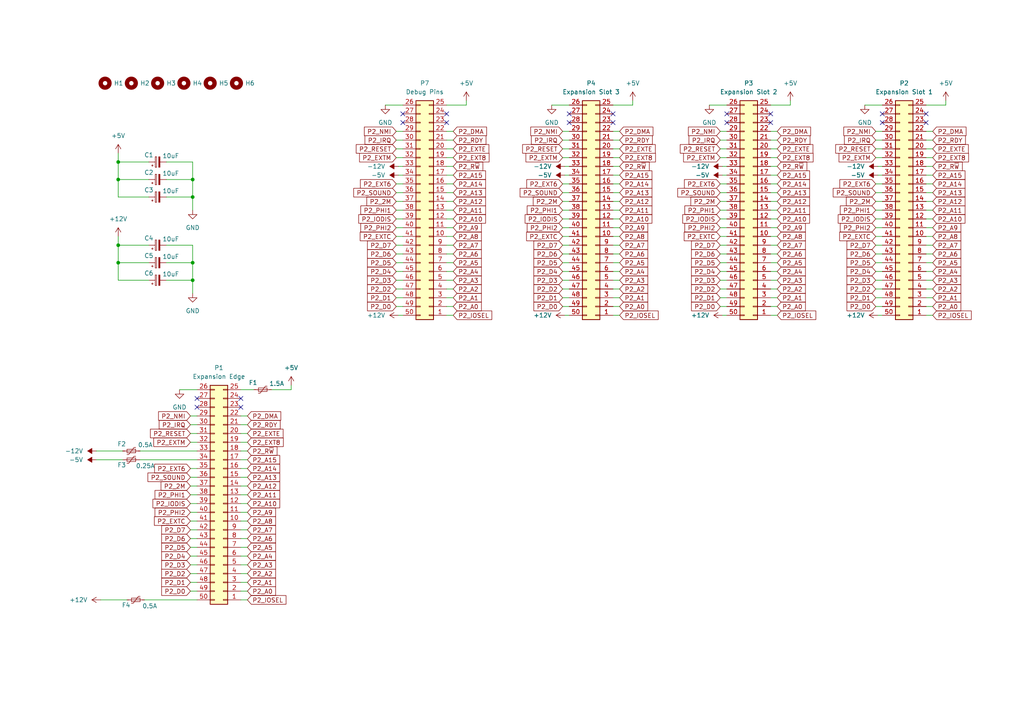
<source format=kicad_sch>
(kicad_sch
	(version 20250114)
	(generator "eeschema")
	(generator_version "9.0")
	(uuid "8a7607be-6ce7-41f6-acc8-478626295477")
	(paper "A4")
	
	(junction
		(at 55.88 81.28)
		(diameter 0)
		(color 0 0 0 0)
		(uuid "075704e1-5f92-4571-9126-505bb973d708")
	)
	(junction
		(at 34.29 46.99)
		(diameter 0)
		(color 0 0 0 0)
		(uuid "09260e3c-0c51-4f97-b286-235cba633f49")
	)
	(junction
		(at 55.88 57.15)
		(diameter 0)
		(color 0 0 0 0)
		(uuid "0d32483d-6abd-4ffe-8861-d175027d6c85")
	)
	(junction
		(at 55.88 52.07)
		(diameter 0)
		(color 0 0 0 0)
		(uuid "1924909a-a5bd-447b-a565-09d0b65ac55e")
	)
	(junction
		(at 34.29 71.12)
		(diameter 0)
		(color 0 0 0 0)
		(uuid "8995478e-48da-4d5b-803e-6bfc9500defd")
	)
	(junction
		(at 55.88 76.2)
		(diameter 0)
		(color 0 0 0 0)
		(uuid "90647050-2fdb-4e4e-af1c-6e2d4b724f72")
	)
	(junction
		(at 34.29 52.07)
		(diameter 0)
		(color 0 0 0 0)
		(uuid "ad3f8b5f-8458-4d30-8306-68ccf2ece795")
	)
	(junction
		(at 34.29 76.2)
		(diameter 0)
		(color 0 0 0 0)
		(uuid "fb9a080e-5983-48ba-9928-42e88fbdd015")
	)
	(no_connect
		(at 210.82 35.56)
		(uuid "05cd39da-7019-46ad-b6d9-9fbc2409ac06")
	)
	(no_connect
		(at 177.8 33.02)
		(uuid "0e86d947-139c-4212-8f49-5da3b5152bd5")
	)
	(no_connect
		(at 255.905 35.56)
		(uuid "17d986b6-9424-487d-9cdd-9d236997d989")
	)
	(no_connect
		(at 69.85 118.11)
		(uuid "1d195a4a-7d0b-4d8a-93b5-b95a34b85702")
	)
	(no_connect
		(at 116.84 33.02)
		(uuid "2b9a9c7a-6f2d-47a3-b9f9-0d9c700d9203")
	)
	(no_connect
		(at 268.605 35.56)
		(uuid "35717c23-41ff-4fec-94d7-5f5b2f2fbc25")
	)
	(no_connect
		(at 165.1 35.56)
		(uuid "4ba7746c-fd49-4577-8668-531c691a0678")
	)
	(no_connect
		(at 223.52 35.56)
		(uuid "4e3b2a94-cc06-49c0-8d0c-726acc4b3611")
	)
	(no_connect
		(at 268.605 33.02)
		(uuid "598ceede-1cdc-47ac-aa94-287bad821c97")
	)
	(no_connect
		(at 129.54 33.02)
		(uuid "65147715-cb11-469c-b77e-cc567d3879b7")
	)
	(no_connect
		(at 177.8 35.56)
		(uuid "6a287728-e491-4c77-a353-ca04b6f6bb4a")
	)
	(no_connect
		(at 210.82 33.02)
		(uuid "6dca3ed4-4faa-4e35-a2ff-80ee76dd68ed")
	)
	(no_connect
		(at 165.1 33.02)
		(uuid "6e42d417-b6c9-46b5-99be-5b90dd9c8b4c")
	)
	(no_connect
		(at 69.85 115.57)
		(uuid "8c23f563-b9b0-4ca6-9bcd-ff2a630f398e")
	)
	(no_connect
		(at 57.15 115.57)
		(uuid "a103c952-7480-4f31-a473-92c443d5d5e8")
	)
	(no_connect
		(at 129.54 35.56)
		(uuid "b1ae9274-54d1-494a-ba16-cc47e6659928")
	)
	(no_connect
		(at 255.905 33.02)
		(uuid "c108fa16-92f1-4178-8ce0-7a51009ef746")
	)
	(no_connect
		(at 223.52 33.02)
		(uuid "dc0acd88-0d27-4a3d-b746-b70d43af82d3")
	)
	(no_connect
		(at 116.84 35.56)
		(uuid "dc23b8a9-1743-4d0e-bda0-f8a579ea0682")
	)
	(no_connect
		(at 57.15 118.11)
		(uuid "ebc46dce-862c-43b0-85ec-231859c9c52c")
	)
	(wire
		(pts
			(xy 34.29 81.28) (xy 34.29 76.2)
		)
		(stroke
			(width 0)
			(type default)
		)
		(uuid "00759618-3e10-4879-bac1-e7f5c3fb2e5c")
	)
	(wire
		(pts
			(xy 254 83.82) (xy 255.905 83.82)
		)
		(stroke
			(width 0)
			(type default)
		)
		(uuid "01e67a04-16fe-4108-8561-a0e9393cb73c")
	)
	(wire
		(pts
			(xy 115.57 50.8) (xy 116.84 50.8)
		)
		(stroke
			(width 0)
			(type default)
		)
		(uuid "0226368b-7372-4bb8-872f-598e454d5b14")
	)
	(wire
		(pts
			(xy 254 71.12) (xy 255.905 71.12)
		)
		(stroke
			(width 0)
			(type default)
		)
		(uuid "02b9dc52-8b2b-4a5d-b81b-7c41a8c91cf4")
	)
	(wire
		(pts
			(xy 177.8 60.96) (xy 179.705 60.96)
		)
		(stroke
			(width 0)
			(type default)
		)
		(uuid "03131119-bbad-4802-83ee-47d60f4c6802")
	)
	(wire
		(pts
			(xy 34.29 76.2) (xy 43.18 76.2)
		)
		(stroke
			(width 0)
			(type default)
		)
		(uuid "032b92bb-907c-43a6-b0e4-12e17117ddeb")
	)
	(wire
		(pts
			(xy 163.195 45.72) (xy 165.1 45.72)
		)
		(stroke
			(width 0)
			(type default)
		)
		(uuid "03788050-5c10-45fd-a763-1c737fa87852")
	)
	(wire
		(pts
			(xy 114.935 60.96) (xy 116.84 60.96)
		)
		(stroke
			(width 0)
			(type default)
		)
		(uuid "03decbbe-0b87-492d-98f3-e23eec36419b")
	)
	(wire
		(pts
			(xy 274.32 29.21) (xy 274.32 30.48)
		)
		(stroke
			(width 0)
			(type default)
		)
		(uuid "04de8ff3-373a-46a3-ad12-61b580b9d3e5")
	)
	(wire
		(pts
			(xy 55.245 158.75) (xy 57.15 158.75)
		)
		(stroke
			(width 0)
			(type default)
		)
		(uuid "0501e336-d88e-4722-9bf4-228ed8a29fbd")
	)
	(wire
		(pts
			(xy 69.85 151.13) (xy 71.755 151.13)
		)
		(stroke
			(width 0)
			(type default)
		)
		(uuid "05a0f163-0f22-4afe-8d7e-4320717fcbe0")
	)
	(wire
		(pts
			(xy 84.455 111.76) (xy 84.455 113.03)
		)
		(stroke
			(width 0)
			(type default)
		)
		(uuid "063e8119-8959-4b3d-a9e3-b9358dec0af6")
	)
	(wire
		(pts
			(xy 114.935 40.64) (xy 116.84 40.64)
		)
		(stroke
			(width 0)
			(type default)
		)
		(uuid "065b583f-3098-4343-877c-fc952d58c2fc")
	)
	(wire
		(pts
			(xy 209.55 48.26) (xy 210.82 48.26)
		)
		(stroke
			(width 0)
			(type default)
		)
		(uuid "07dfbc18-25ca-44bb-ac8c-b2106bd74f19")
	)
	(wire
		(pts
			(xy 268.605 63.5) (xy 270.51 63.5)
		)
		(stroke
			(width 0)
			(type default)
		)
		(uuid "082e9721-fc7b-4a7a-9cba-947b4bc82693")
	)
	(wire
		(pts
			(xy 48.26 57.15) (xy 55.88 57.15)
		)
		(stroke
			(width 0)
			(type default)
		)
		(uuid "093ae400-ec1c-4637-9530-e10f1d5b4005")
	)
	(wire
		(pts
			(xy 27.94 130.81) (xy 35.56 130.81)
		)
		(stroke
			(width 0)
			(type default)
		)
		(uuid "0a132333-c5f3-414a-859d-3c557823adea")
	)
	(wire
		(pts
			(xy 223.52 30.48) (xy 229.235 30.48)
		)
		(stroke
			(width 0)
			(type default)
		)
		(uuid "0ae5b957-1ce4-40b3-ad8a-37a7291d53d9")
	)
	(wire
		(pts
			(xy 69.85 168.91) (xy 71.755 168.91)
		)
		(stroke
			(width 0)
			(type default)
		)
		(uuid "0cabc468-cb0c-4574-b5bc-6c2639a02dcd")
	)
	(wire
		(pts
			(xy 208.915 43.18) (xy 210.82 43.18)
		)
		(stroke
			(width 0)
			(type default)
		)
		(uuid "0e0944d0-55a0-4057-8be5-7052df308e03")
	)
	(wire
		(pts
			(xy 223.52 45.72) (xy 225.425 45.72)
		)
		(stroke
			(width 0)
			(type default)
		)
		(uuid "0e652a46-eb2f-41b3-a770-69a505220e84")
	)
	(wire
		(pts
			(xy 163.195 63.5) (xy 165.1 63.5)
		)
		(stroke
			(width 0)
			(type default)
		)
		(uuid "0e7bc76d-bee2-4496-b099-2967639df637")
	)
	(wire
		(pts
			(xy 268.605 38.1) (xy 270.51 38.1)
		)
		(stroke
			(width 0)
			(type default)
		)
		(uuid "0fa91dc3-3f8c-4704-bd0b-204c5a7714c0")
	)
	(wire
		(pts
			(xy 177.8 71.12) (xy 179.705 71.12)
		)
		(stroke
			(width 0)
			(type default)
		)
		(uuid "111e5114-f2dc-439f-adfe-4be145e81d6d")
	)
	(wire
		(pts
			(xy 208.915 78.74) (xy 210.82 78.74)
		)
		(stroke
			(width 0)
			(type default)
		)
		(uuid "11a71954-62c9-4932-8ec7-45eab53039ec")
	)
	(wire
		(pts
			(xy 177.8 48.26) (xy 179.705 48.26)
		)
		(stroke
			(width 0)
			(type default)
		)
		(uuid "12977a47-16b4-4b56-b927-479fd7b4827e")
	)
	(wire
		(pts
			(xy 48.26 46.99) (xy 55.88 46.99)
		)
		(stroke
			(width 0)
			(type default)
		)
		(uuid "130e6a25-5dc5-441b-acc9-6554da6ed4a9")
	)
	(wire
		(pts
			(xy 55.88 52.07) (xy 55.88 57.15)
		)
		(stroke
			(width 0)
			(type default)
		)
		(uuid "147bf42e-740a-438c-b4b3-37734426e47d")
	)
	(wire
		(pts
			(xy 114.935 45.72) (xy 116.84 45.72)
		)
		(stroke
			(width 0)
			(type default)
		)
		(uuid "17178f79-82f7-42b6-9793-1a486d516083")
	)
	(wire
		(pts
			(xy 69.85 146.05) (xy 71.755 146.05)
		)
		(stroke
			(width 0)
			(type default)
		)
		(uuid "191422f8-48c7-4d2c-af82-5583a1985a08")
	)
	(wire
		(pts
			(xy 135.255 29.21) (xy 135.255 30.48)
		)
		(stroke
			(width 0)
			(type default)
		)
		(uuid "19187bf4-0379-4947-a943-8626d5c0828e")
	)
	(wire
		(pts
			(xy 223.52 78.74) (xy 225.425 78.74)
		)
		(stroke
			(width 0)
			(type default)
		)
		(uuid "192a91e4-ebae-4f34-938d-f2fd4907ccda")
	)
	(wire
		(pts
			(xy 40.64 130.81) (xy 57.15 130.81)
		)
		(stroke
			(width 0)
			(type default)
		)
		(uuid "19bf7ea0-0717-46c4-8288-96d6c3287cfd")
	)
	(wire
		(pts
			(xy 55.245 148.59) (xy 57.15 148.59)
		)
		(stroke
			(width 0)
			(type default)
		)
		(uuid "1a797656-72f1-456d-a2a4-46255a316a11")
	)
	(wire
		(pts
			(xy 163.195 60.96) (xy 165.1 60.96)
		)
		(stroke
			(width 0)
			(type default)
		)
		(uuid "1a9ac0e0-cf28-47f7-ae01-16225ff60768")
	)
	(wire
		(pts
			(xy 69.85 123.19) (xy 71.755 123.19)
		)
		(stroke
			(width 0)
			(type default)
		)
		(uuid "1aa5a044-25c2-4928-b254-77782c71e63a")
	)
	(wire
		(pts
			(xy 223.52 68.58) (xy 225.425 68.58)
		)
		(stroke
			(width 0)
			(type default)
		)
		(uuid "1b09ecc6-dbfa-445b-bcba-310338ce99c2")
	)
	(wire
		(pts
			(xy 223.52 60.96) (xy 225.425 60.96)
		)
		(stroke
			(width 0)
			(type default)
		)
		(uuid "1b6e75fb-454a-4432-b3ba-998eec180886")
	)
	(wire
		(pts
			(xy 69.85 113.03) (xy 73.66 113.03)
		)
		(stroke
			(width 0)
			(type default)
		)
		(uuid "1b76a230-4dd3-4451-8007-01318f017fe1")
	)
	(wire
		(pts
			(xy 114.935 38.1) (xy 116.84 38.1)
		)
		(stroke
			(width 0)
			(type default)
		)
		(uuid "1be0f192-21c0-43dd-91d2-4e1fffe493fc")
	)
	(wire
		(pts
			(xy 268.605 60.96) (xy 270.51 60.96)
		)
		(stroke
			(width 0)
			(type default)
		)
		(uuid "1c6223ee-20c2-495c-b854-65f79fd006c5")
	)
	(wire
		(pts
			(xy 254 45.72) (xy 255.905 45.72)
		)
		(stroke
			(width 0)
			(type default)
		)
		(uuid "1e29a97c-9f51-45b0-9274-9bea8d06c279")
	)
	(wire
		(pts
			(xy 69.85 120.65) (xy 71.755 120.65)
		)
		(stroke
			(width 0)
			(type default)
		)
		(uuid "2189421c-aa8f-4a09-9d1e-2bb4d8f6b702")
	)
	(wire
		(pts
			(xy 114.935 73.66) (xy 116.84 73.66)
		)
		(stroke
			(width 0)
			(type default)
		)
		(uuid "224dae77-169b-455e-ab62-824c143a6458")
	)
	(wire
		(pts
			(xy 48.26 71.12) (xy 55.88 71.12)
		)
		(stroke
			(width 0)
			(type default)
		)
		(uuid "253c672c-6a44-46b0-bf2d-2583ed6a66bd")
	)
	(wire
		(pts
			(xy 69.85 173.99) (xy 71.755 173.99)
		)
		(stroke
			(width 0)
			(type default)
		)
		(uuid "2582bc9b-5514-4329-a3d6-7539ae9dea08")
	)
	(wire
		(pts
			(xy 268.605 45.72) (xy 270.51 45.72)
		)
		(stroke
			(width 0)
			(type default)
		)
		(uuid "25d2a501-2dea-4176-8fbf-452bb4ba1d92")
	)
	(wire
		(pts
			(xy 177.8 66.04) (xy 179.705 66.04)
		)
		(stroke
			(width 0)
			(type default)
		)
		(uuid "2831ed0b-1d4e-4e87-a7a8-fe59128ca58e")
	)
	(wire
		(pts
			(xy 129.54 88.9) (xy 131.445 88.9)
		)
		(stroke
			(width 0)
			(type default)
		)
		(uuid "29ca9be5-ba93-4f69-92ac-b4ec2ec8d3dd")
	)
	(wire
		(pts
			(xy 177.8 86.36) (xy 179.705 86.36)
		)
		(stroke
			(width 0)
			(type default)
		)
		(uuid "29d63b4e-2089-48e0-bf82-dd6d781f31df")
	)
	(wire
		(pts
			(xy 27.94 133.35) (xy 35.56 133.35)
		)
		(stroke
			(width 0)
			(type default)
		)
		(uuid "29faf098-1eb5-483c-8717-6abc0bdbc89d")
	)
	(wire
		(pts
			(xy 69.85 153.67) (xy 71.755 153.67)
		)
		(stroke
			(width 0)
			(type default)
		)
		(uuid "2b46bf3f-3fc8-4bec-9c27-343997639372")
	)
	(wire
		(pts
			(xy 254 53.34) (xy 255.905 53.34)
		)
		(stroke
			(width 0)
			(type default)
		)
		(uuid "2e53342d-9ad3-49da-b58f-53b3898d4854")
	)
	(wire
		(pts
			(xy 254 63.5) (xy 255.905 63.5)
		)
		(stroke
			(width 0)
			(type default)
		)
		(uuid "30440e92-8e4e-4182-850f-3c20fcf9c4ee")
	)
	(wire
		(pts
			(xy 69.85 135.89) (xy 71.755 135.89)
		)
		(stroke
			(width 0)
			(type default)
		)
		(uuid "30578735-d6e4-473d-8c47-edd39df4b964")
	)
	(wire
		(pts
			(xy 177.8 30.48) (xy 183.515 30.48)
		)
		(stroke
			(width 0)
			(type default)
		)
		(uuid "30e634f8-b2b9-4310-afb5-706f0f8ad9cf")
	)
	(wire
		(pts
			(xy 48.26 81.28) (xy 55.88 81.28)
		)
		(stroke
			(width 0)
			(type default)
		)
		(uuid "338b3f10-28a5-4da9-a18d-5a87e445032a")
	)
	(wire
		(pts
			(xy 69.85 171.45) (xy 71.755 171.45)
		)
		(stroke
			(width 0)
			(type default)
		)
		(uuid "342db863-5498-4bbe-a32d-c5652a9b3181")
	)
	(wire
		(pts
			(xy 254 78.74) (xy 255.905 78.74)
		)
		(stroke
			(width 0)
			(type default)
		)
		(uuid "3947d046-ad1d-41e3-9d4c-33eeaa31b843")
	)
	(wire
		(pts
			(xy 268.605 43.18) (xy 270.51 43.18)
		)
		(stroke
			(width 0)
			(type default)
		)
		(uuid "3a962eef-1b6d-4a0a-ba8c-72af7968c9d3")
	)
	(wire
		(pts
			(xy 254 88.9) (xy 255.905 88.9)
		)
		(stroke
			(width 0)
			(type default)
		)
		(uuid "3b198bf2-c9d1-4c4d-8f64-0cc0c5d1c261")
	)
	(wire
		(pts
			(xy 55.245 171.45) (xy 57.15 171.45)
		)
		(stroke
			(width 0)
			(type default)
		)
		(uuid "3b5a61cc-6e1d-477e-829c-b294e567b304")
	)
	(wire
		(pts
			(xy 223.52 86.36) (xy 225.425 86.36)
		)
		(stroke
			(width 0)
			(type default)
		)
		(uuid "3c4d6b09-0dc9-4ea8-aa18-f14ae9ce3c74")
	)
	(wire
		(pts
			(xy 223.52 50.8) (xy 225.425 50.8)
		)
		(stroke
			(width 0)
			(type default)
		)
		(uuid "3e3f605a-9e8a-4a75-a5ee-31bb31b75fa4")
	)
	(wire
		(pts
			(xy 129.54 91.44) (xy 131.445 91.44)
		)
		(stroke
			(width 0)
			(type default)
		)
		(uuid "3e960cf6-0cb2-4f4a-b8e0-d47c7c36c222")
	)
	(wire
		(pts
			(xy 55.245 138.43) (xy 57.15 138.43)
		)
		(stroke
			(width 0)
			(type default)
		)
		(uuid "3f54c5a0-76d4-4c14-99f4-2e0355373dfb")
	)
	(wire
		(pts
			(xy 114.935 81.28) (xy 116.84 81.28)
		)
		(stroke
			(width 0)
			(type default)
		)
		(uuid "3f7fc4e2-5b94-4e22-8960-8658f4a93535")
	)
	(wire
		(pts
			(xy 254 81.28) (xy 255.905 81.28)
		)
		(stroke
			(width 0)
			(type default)
		)
		(uuid "42c4853d-9880-4aa1-848e-674fff51c2df")
	)
	(wire
		(pts
			(xy 177.8 78.74) (xy 179.705 78.74)
		)
		(stroke
			(width 0)
			(type default)
		)
		(uuid "43542f68-1ad4-45a9-8470-96516dd979e0")
	)
	(wire
		(pts
			(xy 254 60.96) (xy 255.905 60.96)
		)
		(stroke
			(width 0)
			(type default)
		)
		(uuid "43c46d27-e93b-4221-8ce7-ebae424f7478")
	)
	(wire
		(pts
			(xy 254 86.36) (xy 255.905 86.36)
		)
		(stroke
			(width 0)
			(type default)
		)
		(uuid "451e464d-8c12-4368-8e4c-ea3aeac608d3")
	)
	(wire
		(pts
			(xy 163.195 55.88) (xy 165.1 55.88)
		)
		(stroke
			(width 0)
			(type default)
		)
		(uuid "462bc6ea-702d-4159-817d-f1b250f53c25")
	)
	(wire
		(pts
			(xy 208.915 76.2) (xy 210.82 76.2)
		)
		(stroke
			(width 0)
			(type default)
		)
		(uuid "46537817-8f49-4918-9730-11dace5c1351")
	)
	(wire
		(pts
			(xy 223.52 55.88) (xy 225.425 55.88)
		)
		(stroke
			(width 0)
			(type default)
		)
		(uuid "468d6e1d-c398-4bb7-9030-a19aff74022a")
	)
	(wire
		(pts
			(xy 268.605 83.82) (xy 270.51 83.82)
		)
		(stroke
			(width 0)
			(type default)
		)
		(uuid "46aa2c04-98a2-49b7-80d0-5636ead3a44d")
	)
	(wire
		(pts
			(xy 129.54 81.28) (xy 131.445 81.28)
		)
		(stroke
			(width 0)
			(type default)
		)
		(uuid "4711ff79-3568-4cbe-a1c0-2ac262a821eb")
	)
	(wire
		(pts
			(xy 177.8 40.64) (xy 179.705 40.64)
		)
		(stroke
			(width 0)
			(type default)
		)
		(uuid "47437aa7-6f37-4eff-ac50-ab433969e623")
	)
	(wire
		(pts
			(xy 223.52 81.28) (xy 225.425 81.28)
		)
		(stroke
			(width 0)
			(type default)
		)
		(uuid "4866726d-d162-4e2c-8ded-e861f57980a4")
	)
	(wire
		(pts
			(xy 254 73.66) (xy 255.905 73.66)
		)
		(stroke
			(width 0)
			(type default)
		)
		(uuid "48b4d8d4-7eaf-4f59-8d64-98246747e5e8")
	)
	(wire
		(pts
			(xy 177.8 55.88) (xy 179.705 55.88)
		)
		(stroke
			(width 0)
			(type default)
		)
		(uuid "4a340109-5412-449b-af80-a43271cf12fd")
	)
	(wire
		(pts
			(xy 163.195 43.18) (xy 165.1 43.18)
		)
		(stroke
			(width 0)
			(type default)
		)
		(uuid "4a6e28a0-773a-4d08-b4de-fd15fc61e2b7")
	)
	(wire
		(pts
			(xy 55.245 161.29) (xy 57.15 161.29)
		)
		(stroke
			(width 0)
			(type default)
		)
		(uuid "4a7065be-64b3-4da8-9f47-6268dfacf949")
	)
	(wire
		(pts
			(xy 209.55 91.44) (xy 210.82 91.44)
		)
		(stroke
			(width 0)
			(type default)
		)
		(uuid "4aaf4195-11d5-4d7c-8bbe-77b148c0413c")
	)
	(wire
		(pts
			(xy 163.195 81.28) (xy 165.1 81.28)
		)
		(stroke
			(width 0)
			(type default)
		)
		(uuid "4b7c211a-7fdf-45a4-92ee-4b2010750d4d")
	)
	(wire
		(pts
			(xy 208.915 71.12) (xy 210.82 71.12)
		)
		(stroke
			(width 0)
			(type default)
		)
		(uuid "4ccb02bb-f5ea-4caa-99f7-10dfa45aaf33")
	)
	(wire
		(pts
			(xy 69.85 156.21) (xy 71.755 156.21)
		)
		(stroke
			(width 0)
			(type default)
		)
		(uuid "4ed7785d-c1fd-4131-a112-b8f3a6eb3691")
	)
	(wire
		(pts
			(xy 254 68.58) (xy 255.905 68.58)
		)
		(stroke
			(width 0)
			(type default)
		)
		(uuid "4f041b98-47a8-4c20-a378-343e6829de66")
	)
	(wire
		(pts
			(xy 223.52 53.34) (xy 225.425 53.34)
		)
		(stroke
			(width 0)
			(type default)
		)
		(uuid "4f92800c-913e-41a4-bb00-a5c6de3ace11")
	)
	(wire
		(pts
			(xy 114.935 71.12) (xy 116.84 71.12)
		)
		(stroke
			(width 0)
			(type default)
		)
		(uuid "50e22389-5307-4013-82b6-6114241ea35e")
	)
	(wire
		(pts
			(xy 55.245 168.91) (xy 57.15 168.91)
		)
		(stroke
			(width 0)
			(type default)
		)
		(uuid "52209582-cd04-47ec-a872-b225e9ee0f7d")
	)
	(wire
		(pts
			(xy 268.605 58.42) (xy 270.51 58.42)
		)
		(stroke
			(width 0)
			(type default)
		)
		(uuid "522b23e4-72c5-4cc7-be20-e83bb6948528")
	)
	(wire
		(pts
			(xy 163.195 53.34) (xy 165.1 53.34)
		)
		(stroke
			(width 0)
			(type default)
		)
		(uuid "53b11f58-f77d-4139-9feb-143249c7c775")
	)
	(wire
		(pts
			(xy 208.915 66.04) (xy 210.82 66.04)
		)
		(stroke
			(width 0)
			(type default)
		)
		(uuid "53c558e9-f405-4c94-8b1e-e7e9af761594")
	)
	(wire
		(pts
			(xy 55.245 140.97) (xy 57.15 140.97)
		)
		(stroke
			(width 0)
			(type default)
		)
		(uuid "54560071-5dcb-4000-bc9d-c91d86803f04")
	)
	(wire
		(pts
			(xy 177.8 81.28) (xy 179.705 81.28)
		)
		(stroke
			(width 0)
			(type default)
		)
		(uuid "54e28d32-ea2f-412b-9318-7db58a2e3b83")
	)
	(wire
		(pts
			(xy 268.605 88.9) (xy 270.51 88.9)
		)
		(stroke
			(width 0)
			(type default)
		)
		(uuid "568be068-df45-4890-9900-b0691fe889f0")
	)
	(wire
		(pts
			(xy 268.605 71.12) (xy 270.51 71.12)
		)
		(stroke
			(width 0)
			(type default)
		)
		(uuid "56b59cfa-b9df-4c69-b599-f4d701f961b1")
	)
	(wire
		(pts
			(xy 163.195 78.74) (xy 165.1 78.74)
		)
		(stroke
			(width 0)
			(type default)
		)
		(uuid "5849c320-5d94-43eb-842b-7ffa85695b61")
	)
	(wire
		(pts
			(xy 250.825 30.48) (xy 255.905 30.48)
		)
		(stroke
			(width 0)
			(type default)
		)
		(uuid "590fe505-f3b6-4b90-a9db-a676b541edc0")
	)
	(wire
		(pts
			(xy 163.195 83.82) (xy 165.1 83.82)
		)
		(stroke
			(width 0)
			(type default)
		)
		(uuid "597bd8db-a9bc-4f4d-a328-9b2632f1ce62")
	)
	(wire
		(pts
			(xy 163.195 58.42) (xy 165.1 58.42)
		)
		(stroke
			(width 0)
			(type default)
		)
		(uuid "5a81dd4a-f776-4bcc-9300-06165967e66f")
	)
	(wire
		(pts
			(xy 254 38.1) (xy 255.905 38.1)
		)
		(stroke
			(width 0)
			(type default)
		)
		(uuid "5b936712-5721-4709-9520-b98a213f78e5")
	)
	(wire
		(pts
			(xy 34.29 76.2) (xy 34.29 71.12)
		)
		(stroke
			(width 0)
			(type default)
		)
		(uuid "5dabb121-6188-49b1-8bc1-61698b0cbbbf")
	)
	(wire
		(pts
			(xy 268.605 30.48) (xy 274.32 30.48)
		)
		(stroke
			(width 0)
			(type default)
		)
		(uuid "5fac191c-8587-4935-b2e4-c2867dee4513")
	)
	(wire
		(pts
			(xy 177.8 63.5) (xy 179.705 63.5)
		)
		(stroke
			(width 0)
			(type default)
		)
		(uuid "60188fe0-9a41-489a-9a4d-85e37fc0e223")
	)
	(wire
		(pts
			(xy 129.54 76.2) (xy 131.445 76.2)
		)
		(stroke
			(width 0)
			(type default)
		)
		(uuid "602fdf2b-f878-4931-a906-462031c9d9ce")
	)
	(wire
		(pts
			(xy 268.605 68.58) (xy 270.51 68.58)
		)
		(stroke
			(width 0)
			(type default)
		)
		(uuid "60710de9-2e08-4656-ba58-e25f09fc03f4")
	)
	(wire
		(pts
			(xy 163.195 38.1) (xy 165.1 38.1)
		)
		(stroke
			(width 0)
			(type default)
		)
		(uuid "607dbe75-78b0-4c03-beae-5733188e5778")
	)
	(wire
		(pts
			(xy 254.635 48.26) (xy 255.905 48.26)
		)
		(stroke
			(width 0)
			(type default)
		)
		(uuid "61345bed-de29-4fe0-8eef-a43efe87ca06")
	)
	(wire
		(pts
			(xy 223.52 73.66) (xy 225.425 73.66)
		)
		(stroke
			(width 0)
			(type default)
		)
		(uuid "6270fcbe-15f4-48f0-938a-addb5a83374a")
	)
	(wire
		(pts
			(xy 129.54 71.12) (xy 131.445 71.12)
		)
		(stroke
			(width 0)
			(type default)
		)
		(uuid "62c08cac-15e1-48fd-a8fe-3c5ee9cfd859")
	)
	(wire
		(pts
			(xy 55.245 143.51) (xy 57.15 143.51)
		)
		(stroke
			(width 0)
			(type default)
		)
		(uuid "649e1370-7a80-4838-bc87-f39e4926bed1")
	)
	(wire
		(pts
			(xy 114.935 58.42) (xy 116.84 58.42)
		)
		(stroke
			(width 0)
			(type default)
		)
		(uuid "64e27a4a-3aa5-412e-8a0f-68b55de310f8")
	)
	(wire
		(pts
			(xy 78.74 113.03) (xy 84.455 113.03)
		)
		(stroke
			(width 0)
			(type default)
		)
		(uuid "64f2ccd2-9f78-417b-be33-c1fb7262a4da")
	)
	(wire
		(pts
			(xy 208.915 60.96) (xy 210.82 60.96)
		)
		(stroke
			(width 0)
			(type default)
		)
		(uuid "68e38d09-b98e-4f8d-88cb-9728efd7b868")
	)
	(wire
		(pts
			(xy 129.54 30.48) (xy 135.255 30.48)
		)
		(stroke
			(width 0)
			(type default)
		)
		(uuid "6aa29984-e276-41f9-bd54-6c85710291f6")
	)
	(wire
		(pts
			(xy 69.85 140.97) (xy 71.755 140.97)
		)
		(stroke
			(width 0)
			(type default)
		)
		(uuid "6ae2c4c1-5e71-47d1-88f7-6233f1ad46d5")
	)
	(wire
		(pts
			(xy 34.29 52.07) (xy 34.29 46.99)
		)
		(stroke
			(width 0)
			(type default)
		)
		(uuid "6c995134-a1a7-40af-8f32-5136bac3de95")
	)
	(wire
		(pts
			(xy 114.935 66.04) (xy 116.84 66.04)
		)
		(stroke
			(width 0)
			(type default)
		)
		(uuid "6cebd32a-f9fa-4cac-b1ef-85dc9b16ea82")
	)
	(wire
		(pts
			(xy 129.54 58.42) (xy 131.445 58.42)
		)
		(stroke
			(width 0)
			(type default)
		)
		(uuid "6d2b6d14-49cc-4764-b904-c61089127ff5")
	)
	(wire
		(pts
			(xy 69.85 166.37) (xy 71.755 166.37)
		)
		(stroke
			(width 0)
			(type default)
		)
		(uuid "6db413d8-54ee-4544-b72b-e7fb4806ce94")
	)
	(wire
		(pts
			(xy 268.605 86.36) (xy 270.51 86.36)
		)
		(stroke
			(width 0)
			(type default)
		)
		(uuid "6ea5acad-3b53-4554-aae4-3495be42207e")
	)
	(wire
		(pts
			(xy 268.605 91.44) (xy 270.51 91.44)
		)
		(stroke
			(width 0)
			(type default)
		)
		(uuid "6ef7cfbf-f0e7-4bf0-aa7a-b8f22942ee77")
	)
	(wire
		(pts
			(xy 129.54 53.34) (xy 131.445 53.34)
		)
		(stroke
			(width 0)
			(type default)
		)
		(uuid "6f32cb9c-8aec-4de8-b7c3-1547e74fa343")
	)
	(wire
		(pts
			(xy 177.8 83.82) (xy 179.705 83.82)
		)
		(stroke
			(width 0)
			(type default)
		)
		(uuid "6fb7348c-a08f-4455-9cb1-6876716891d4")
	)
	(wire
		(pts
			(xy 223.52 63.5) (xy 225.425 63.5)
		)
		(stroke
			(width 0)
			(type default)
		)
		(uuid "7240678a-81bc-48b5-a4d5-7297fef3379d")
	)
	(wire
		(pts
			(xy 41.91 173.99) (xy 57.15 173.99)
		)
		(stroke
			(width 0)
			(type default)
		)
		(uuid "73e2a0dd-4fe0-4442-bb76-cfc445b7b9fa")
	)
	(wire
		(pts
			(xy 29.21 173.99) (xy 36.83 173.99)
		)
		(stroke
			(width 0)
			(type default)
		)
		(uuid "75e83094-0be9-46af-bc6f-c6519d3ab97a")
	)
	(wire
		(pts
			(xy 163.195 68.58) (xy 165.1 68.58)
		)
		(stroke
			(width 0)
			(type default)
		)
		(uuid "7692008d-7346-40df-93ed-911877a04947")
	)
	(wire
		(pts
			(xy 129.54 60.96) (xy 131.445 60.96)
		)
		(stroke
			(width 0)
			(type default)
		)
		(uuid "76aec612-37fd-4e80-86e9-48123bfcdd9d")
	)
	(wire
		(pts
			(xy 163.83 91.44) (xy 165.1 91.44)
		)
		(stroke
			(width 0)
			(type default)
		)
		(uuid "770f1391-4f86-4659-ab8d-70abb4431584")
	)
	(wire
		(pts
			(xy 223.52 91.44) (xy 225.425 91.44)
		)
		(stroke
			(width 0)
			(type default)
		)
		(uuid "77349b34-a7dc-4fe0-9ef9-a6c9d0141262")
	)
	(wire
		(pts
			(xy 160.02 30.48) (xy 165.1 30.48)
		)
		(stroke
			(width 0)
			(type default)
		)
		(uuid "77cc53cc-f1b5-435f-8d19-bd3c9a56aa19")
	)
	(wire
		(pts
			(xy 177.8 68.58) (xy 179.705 68.58)
		)
		(stroke
			(width 0)
			(type default)
		)
		(uuid "7a3e6244-a393-4346-a5bf-891d7a96277a")
	)
	(wire
		(pts
			(xy 223.52 40.64) (xy 225.425 40.64)
		)
		(stroke
			(width 0)
			(type default)
		)
		(uuid "7a6dddff-c247-4894-abbd-57307f8fe8a8")
	)
	(wire
		(pts
			(xy 69.85 148.59) (xy 71.755 148.59)
		)
		(stroke
			(width 0)
			(type default)
		)
		(uuid "7bdc24e5-d0d7-438c-b8ef-4ee7a80230b6")
	)
	(wire
		(pts
			(xy 268.605 48.26) (xy 270.51 48.26)
		)
		(stroke
			(width 0)
			(type default)
		)
		(uuid "7c49509a-daae-44e1-a80e-f3bfbe2c2b44")
	)
	(wire
		(pts
			(xy 55.88 81.28) (xy 55.88 85.09)
		)
		(stroke
			(width 0)
			(type default)
		)
		(uuid "7cc89440-cc40-427f-93f0-bdf1845639da")
	)
	(wire
		(pts
			(xy 223.52 48.26) (xy 225.425 48.26)
		)
		(stroke
			(width 0)
			(type default)
		)
		(uuid "7f2403ac-ddde-44a0-a9b0-31e0b4d89562")
	)
	(wire
		(pts
			(xy 69.85 163.83) (xy 71.755 163.83)
		)
		(stroke
			(width 0)
			(type default)
		)
		(uuid "7f48c339-e144-43b5-9ece-b2a752db2b3c")
	)
	(wire
		(pts
			(xy 268.605 81.28) (xy 270.51 81.28)
		)
		(stroke
			(width 0)
			(type default)
		)
		(uuid "80413ac7-e5c7-4235-a091-55f726f6418d")
	)
	(wire
		(pts
			(xy 223.52 58.42) (xy 225.425 58.42)
		)
		(stroke
			(width 0)
			(type default)
		)
		(uuid "809f8451-ab4a-4a92-b50d-89b368c217eb")
	)
	(wire
		(pts
			(xy 208.915 58.42) (xy 210.82 58.42)
		)
		(stroke
			(width 0)
			(type default)
		)
		(uuid "818b8c00-bdad-4b75-9b3b-fb49e0890101")
	)
	(wire
		(pts
			(xy 163.195 40.64) (xy 165.1 40.64)
		)
		(stroke
			(width 0)
			(type default)
		)
		(uuid "81b513d4-e1f0-4e1f-8186-0f7f47b648a7")
	)
	(wire
		(pts
			(xy 129.54 45.72) (xy 131.445 45.72)
		)
		(stroke
			(width 0)
			(type default)
		)
		(uuid "81fe6b3a-d67f-4d9f-bd6d-4e2ae65cc120")
	)
	(wire
		(pts
			(xy 223.52 76.2) (xy 225.425 76.2)
		)
		(stroke
			(width 0)
			(type default)
		)
		(uuid "82d49e7d-98d4-49fe-8e08-9994d3dbbb64")
	)
	(wire
		(pts
			(xy 48.26 52.07) (xy 55.88 52.07)
		)
		(stroke
			(width 0)
			(type default)
		)
		(uuid "82ed0540-4dfd-4f96-ad51-3a33f9c3e6bb")
	)
	(wire
		(pts
			(xy 114.935 88.9) (xy 116.84 88.9)
		)
		(stroke
			(width 0)
			(type default)
		)
		(uuid "8428b5e6-aaa0-4fce-9502-aae8e8df84fe")
	)
	(wire
		(pts
			(xy 268.605 78.74) (xy 270.51 78.74)
		)
		(stroke
			(width 0)
			(type default)
		)
		(uuid "84d831a9-9e1f-491a-9819-0c3c48881c33")
	)
	(wire
		(pts
			(xy 114.935 83.82) (xy 116.84 83.82)
		)
		(stroke
			(width 0)
			(type default)
		)
		(uuid "857c521e-7a56-4625-ae86-d16b176bee57")
	)
	(wire
		(pts
			(xy 205.74 30.48) (xy 210.82 30.48)
		)
		(stroke
			(width 0)
			(type default)
		)
		(uuid "869e448e-7e91-4c97-a262-d90492185937")
	)
	(wire
		(pts
			(xy 55.245 163.83) (xy 57.15 163.83)
		)
		(stroke
			(width 0)
			(type default)
		)
		(uuid "870273a6-d919-4283-963f-595cb2453f51")
	)
	(wire
		(pts
			(xy 114.935 68.58) (xy 116.84 68.58)
		)
		(stroke
			(width 0)
			(type default)
		)
		(uuid "87be5301-d31c-4834-8004-092a1de760e6")
	)
	(wire
		(pts
			(xy 69.85 138.43) (xy 71.755 138.43)
		)
		(stroke
			(width 0)
			(type default)
		)
		(uuid "891a7b16-a7cb-4eee-ad51-d7538e00e85a")
	)
	(wire
		(pts
			(xy 177.8 58.42) (xy 179.705 58.42)
		)
		(stroke
			(width 0)
			(type default)
		)
		(uuid "8b1d9cc4-0377-43c8-aa6a-3baf4a7c9d61")
	)
	(wire
		(pts
			(xy 55.245 123.19) (xy 57.15 123.19)
		)
		(stroke
			(width 0)
			(type default)
		)
		(uuid "8b80ea70-1dac-4b93-988c-e7f328f45f13")
	)
	(wire
		(pts
			(xy 129.54 63.5) (xy 131.445 63.5)
		)
		(stroke
			(width 0)
			(type default)
		)
		(uuid "8bc5735c-84d4-4eac-9f3a-d6c600c748c9")
	)
	(wire
		(pts
			(xy 208.915 83.82) (xy 210.82 83.82)
		)
		(stroke
			(width 0)
			(type default)
		)
		(uuid "8c131d53-3d21-46e0-9a3a-b202c1a63c0f")
	)
	(wire
		(pts
			(xy 208.915 68.58) (xy 210.82 68.58)
		)
		(stroke
			(width 0)
			(type default)
		)
		(uuid "8c54596e-9675-4f92-887f-e6d8c7e7c80b")
	)
	(wire
		(pts
			(xy 223.52 38.1) (xy 225.425 38.1)
		)
		(stroke
			(width 0)
			(type default)
		)
		(uuid "8da98d47-4b6e-4509-9eaf-8f708a8d33e3")
	)
	(wire
		(pts
			(xy 129.54 40.64) (xy 131.445 40.64)
		)
		(stroke
			(width 0)
			(type default)
		)
		(uuid "8f688395-d44d-4fb5-8b63-d92eb42526bf")
	)
	(wire
		(pts
			(xy 208.915 55.88) (xy 210.82 55.88)
		)
		(stroke
			(width 0)
			(type default)
		)
		(uuid "90bb8827-44ef-4aa8-9135-9f9a54bb4882")
	)
	(wire
		(pts
			(xy 268.605 73.66) (xy 270.51 73.66)
		)
		(stroke
			(width 0)
			(type default)
		)
		(uuid "9167a675-2c7c-4d49-be9d-f009395dc628")
	)
	(wire
		(pts
			(xy 177.8 45.72) (xy 179.705 45.72)
		)
		(stroke
			(width 0)
			(type default)
		)
		(uuid "923cc490-a2fc-4d95-af06-71315efb76fd")
	)
	(wire
		(pts
			(xy 114.935 43.18) (xy 116.84 43.18)
		)
		(stroke
			(width 0)
			(type default)
		)
		(uuid "92460833-e8eb-4c68-99d6-0ebca626807a")
	)
	(wire
		(pts
			(xy 254 40.64) (xy 255.905 40.64)
		)
		(stroke
			(width 0)
			(type default)
		)
		(uuid "959618e5-0b3f-4e92-a4c4-72f1bbb47661")
	)
	(wire
		(pts
			(xy 111.76 30.48) (xy 116.84 30.48)
		)
		(stroke
			(width 0)
			(type default)
		)
		(uuid "960738a8-889b-4e1d-a5e0-0193659ccb8a")
	)
	(wire
		(pts
			(xy 208.915 53.34) (xy 210.82 53.34)
		)
		(stroke
			(width 0)
			(type default)
		)
		(uuid "96bf3fa1-7096-4533-9d43-620d67594683")
	)
	(wire
		(pts
			(xy 34.29 57.15) (xy 34.29 52.07)
		)
		(stroke
			(width 0)
			(type default)
		)
		(uuid "97558eb3-ab15-43a1-8692-93b1cd7a141f")
	)
	(wire
		(pts
			(xy 254.635 91.44) (xy 255.905 91.44)
		)
		(stroke
			(width 0)
			(type default)
		)
		(uuid "9779a60d-ec13-42cb-8569-94f062926ce9")
	)
	(wire
		(pts
			(xy 177.8 53.34) (xy 179.705 53.34)
		)
		(stroke
			(width 0)
			(type default)
		)
		(uuid "97a852ed-a4bc-40d1-ba53-ab63fbdc319c")
	)
	(wire
		(pts
			(xy 208.915 73.66) (xy 210.82 73.66)
		)
		(stroke
			(width 0)
			(type default)
		)
		(uuid "9806595e-1a35-4ded-bcb8-e9f6035d7af9")
	)
	(wire
		(pts
			(xy 254.635 50.8) (xy 255.905 50.8)
		)
		(stroke
			(width 0)
			(type default)
		)
		(uuid "997c01f9-398e-483a-b33e-02f4a358fd9d")
	)
	(wire
		(pts
			(xy 69.85 130.81) (xy 71.755 130.81)
		)
		(stroke
			(width 0)
			(type default)
		)
		(uuid "9a734f79-a7f2-455b-a49d-e2eb2990fd0c")
	)
	(wire
		(pts
			(xy 163.195 66.04) (xy 165.1 66.04)
		)
		(stroke
			(width 0)
			(type default)
		)
		(uuid "9bde7ded-2b67-458c-878c-858a31ab0a7d")
	)
	(wire
		(pts
			(xy 177.8 73.66) (xy 179.705 73.66)
		)
		(stroke
			(width 0)
			(type default)
		)
		(uuid "9ca1d1c4-5ea9-4849-b7ac-7593a34995cd")
	)
	(wire
		(pts
			(xy 34.29 46.99) (xy 34.29 44.45)
		)
		(stroke
			(width 0)
			(type default)
		)
		(uuid "9ca44899-0dee-4b7d-9178-bc61d5420abe")
	)
	(wire
		(pts
			(xy 114.935 53.34) (xy 116.84 53.34)
		)
		(stroke
			(width 0)
			(type default)
		)
		(uuid "9f5fcdcd-de47-4772-a71b-a09b91f5fd6e")
	)
	(wire
		(pts
			(xy 223.52 66.04) (xy 225.425 66.04)
		)
		(stroke
			(width 0)
			(type default)
		)
		(uuid "9f97c0c0-3e42-4e98-a85d-aad35bbc34f3")
	)
	(wire
		(pts
			(xy 114.935 78.74) (xy 116.84 78.74)
		)
		(stroke
			(width 0)
			(type default)
		)
		(uuid "a0f11cb0-ae9c-40c8-8b1c-67a9d7ad5c12")
	)
	(wire
		(pts
			(xy 268.605 66.04) (xy 270.51 66.04)
		)
		(stroke
			(width 0)
			(type default)
		)
		(uuid "a283ad5e-ab17-4130-a1f3-dde5922feda4")
	)
	(wire
		(pts
			(xy 55.88 71.12) (xy 55.88 76.2)
		)
		(stroke
			(width 0)
			(type default)
		)
		(uuid "a2de62c8-5b71-4b9e-b835-3bfd2b93b82d")
	)
	(wire
		(pts
			(xy 69.85 161.29) (xy 71.755 161.29)
		)
		(stroke
			(width 0)
			(type default)
		)
		(uuid "a51d46b8-6b65-4134-843b-dbf06c2f8a7c")
	)
	(wire
		(pts
			(xy 129.54 68.58) (xy 131.445 68.58)
		)
		(stroke
			(width 0)
			(type default)
		)
		(uuid "a650575d-a439-43fa-b984-163afc509a4a")
	)
	(wire
		(pts
			(xy 129.54 48.26) (xy 131.445 48.26)
		)
		(stroke
			(width 0)
			(type default)
		)
		(uuid "a7994e42-ea93-4068-9ac4-14895a4f243c")
	)
	(wire
		(pts
			(xy 268.605 53.34) (xy 270.51 53.34)
		)
		(stroke
			(width 0)
			(type default)
		)
		(uuid "a8bc3b08-fa04-436f-b8d6-bae3fcb003f7")
	)
	(wire
		(pts
			(xy 55.245 125.73) (xy 57.15 125.73)
		)
		(stroke
			(width 0)
			(type default)
		)
		(uuid "a9748ab5-c92e-4395-8abf-59fdedc5d223")
	)
	(wire
		(pts
			(xy 55.88 46.99) (xy 55.88 52.07)
		)
		(stroke
			(width 0)
			(type default)
		)
		(uuid "a976a396-6bc0-453d-bf97-33a5ea29747f")
	)
	(wire
		(pts
			(xy 163.195 73.66) (xy 165.1 73.66)
		)
		(stroke
			(width 0)
			(type default)
		)
		(uuid "aa62dc6f-8cca-44f1-84d3-6e9a47104b49")
	)
	(wire
		(pts
			(xy 208.915 38.1) (xy 210.82 38.1)
		)
		(stroke
			(width 0)
			(type default)
		)
		(uuid "aa6b7096-3371-41cb-b95e-0ac8ef53c37d")
	)
	(wire
		(pts
			(xy 223.52 83.82) (xy 225.425 83.82)
		)
		(stroke
			(width 0)
			(type default)
		)
		(uuid "aba6dcbd-46a2-4894-a5d5-9ad22341c3d0")
	)
	(wire
		(pts
			(xy 55.245 156.21) (xy 57.15 156.21)
		)
		(stroke
			(width 0)
			(type default)
		)
		(uuid "aead6235-3fcd-4672-ae8c-65564645b82d")
	)
	(wire
		(pts
			(xy 208.915 81.28) (xy 210.82 81.28)
		)
		(stroke
			(width 0)
			(type default)
		)
		(uuid "aff8e1d6-eda1-4fdc-810a-6529eaf0feb4")
	)
	(wire
		(pts
			(xy 43.18 71.12) (xy 34.29 71.12)
		)
		(stroke
			(width 0)
			(type default)
		)
		(uuid "b1e40d81-2e68-4f37-bc3a-e1cc62ed267d")
	)
	(wire
		(pts
			(xy 223.52 88.9) (xy 225.425 88.9)
		)
		(stroke
			(width 0)
			(type default)
		)
		(uuid "b39e35eb-d50d-4add-96a8-941c58b2de87")
	)
	(wire
		(pts
			(xy 163.195 86.36) (xy 165.1 86.36)
		)
		(stroke
			(width 0)
			(type default)
		)
		(uuid "b46dae50-6470-4f66-929c-3af7b82f04b6")
	)
	(wire
		(pts
			(xy 163.195 71.12) (xy 165.1 71.12)
		)
		(stroke
			(width 0)
			(type default)
		)
		(uuid "b60b739c-bdac-4ae8-b664-4a752a0cdfde")
	)
	(wire
		(pts
			(xy 114.935 55.88) (xy 116.84 55.88)
		)
		(stroke
			(width 0)
			(type default)
		)
		(uuid "b748215a-01ed-4c11-bf13-0db2990501b4")
	)
	(wire
		(pts
			(xy 208.915 63.5) (xy 210.82 63.5)
		)
		(stroke
			(width 0)
			(type default)
		)
		(uuid "b779b2a4-36ca-491f-8eca-1a56e4fe2f86")
	)
	(wire
		(pts
			(xy 163.83 50.8) (xy 165.1 50.8)
		)
		(stroke
			(width 0)
			(type default)
		)
		(uuid "b8dd7fd7-9e5e-4f0d-9483-434b6cf32068")
	)
	(wire
		(pts
			(xy 55.245 128.27) (xy 57.15 128.27)
		)
		(stroke
			(width 0)
			(type default)
		)
		(uuid "b8e7d96f-8fa8-426b-8805-4a0e39cec0f8")
	)
	(wire
		(pts
			(xy 55.245 146.05) (xy 57.15 146.05)
		)
		(stroke
			(width 0)
			(type default)
		)
		(uuid "b95c319f-d590-4610-a8a5-aad438050758")
	)
	(wire
		(pts
			(xy 69.85 143.51) (xy 71.755 143.51)
		)
		(stroke
			(width 0)
			(type default)
		)
		(uuid "ba902cd0-78c2-4b7a-aed6-77b05f32cf02")
	)
	(wire
		(pts
			(xy 268.605 50.8) (xy 270.51 50.8)
		)
		(stroke
			(width 0)
			(type default)
		)
		(uuid "bbab41c3-3097-4f5c-a412-109528f72c05")
	)
	(wire
		(pts
			(xy 163.195 76.2) (xy 165.1 76.2)
		)
		(stroke
			(width 0)
			(type default)
		)
		(uuid "bcacd9db-2720-433c-b069-58b48a495069")
	)
	(wire
		(pts
			(xy 254 55.88) (xy 255.905 55.88)
		)
		(stroke
			(width 0)
			(type default)
		)
		(uuid "bf9e786f-d640-4b18-975b-167343362c53")
	)
	(wire
		(pts
			(xy 129.54 78.74) (xy 131.445 78.74)
		)
		(stroke
			(width 0)
			(type default)
		)
		(uuid "c0126cf0-1933-433d-8422-0c1fcc43b352")
	)
	(wire
		(pts
			(xy 129.54 83.82) (xy 131.445 83.82)
		)
		(stroke
			(width 0)
			(type default)
		)
		(uuid "c1b7e864-59cc-4458-8efb-b3e2bd8a0b08")
	)
	(wire
		(pts
			(xy 163.83 48.26) (xy 165.1 48.26)
		)
		(stroke
			(width 0)
			(type default)
		)
		(uuid "c30fc3f6-e685-470f-88ee-4018bfd81b31")
	)
	(wire
		(pts
			(xy 223.52 71.12) (xy 225.425 71.12)
		)
		(stroke
			(width 0)
			(type default)
		)
		(uuid "c3ef9ef2-3dd7-4963-88f0-b8e4509463b8")
	)
	(wire
		(pts
			(xy 177.8 91.44) (xy 179.705 91.44)
		)
		(stroke
			(width 0)
			(type default)
		)
		(uuid "c538e1e9-6c92-4e95-a9b5-f791c146bee6")
	)
	(wire
		(pts
			(xy 40.64 133.35) (xy 57.15 133.35)
		)
		(stroke
			(width 0)
			(type default)
		)
		(uuid "c737873b-eefd-48a7-8ca7-36e40cb57fab")
	)
	(wire
		(pts
			(xy 183.515 29.21) (xy 183.515 30.48)
		)
		(stroke
			(width 0)
			(type default)
		)
		(uuid "c744676a-e049-4756-9767-89a0395d3b41")
	)
	(wire
		(pts
			(xy 209.55 50.8) (xy 210.82 50.8)
		)
		(stroke
			(width 0)
			(type default)
		)
		(uuid "c789b1b4-41dd-42d1-aeba-2adc1ac05d53")
	)
	(wire
		(pts
			(xy 129.54 66.04) (xy 131.445 66.04)
		)
		(stroke
			(width 0)
			(type default)
		)
		(uuid "c9448ac8-9c3a-4187-90a0-0cdaec5a9aff")
	)
	(wire
		(pts
			(xy 254 58.42) (xy 255.905 58.42)
		)
		(stroke
			(width 0)
			(type default)
		)
		(uuid "ca409c6c-8e9d-455b-858c-3a73103a6426")
	)
	(wire
		(pts
			(xy 114.935 86.36) (xy 116.84 86.36)
		)
		(stroke
			(width 0)
			(type default)
		)
		(uuid "cc4b37c0-dd3c-4f67-b4a2-7b089d86f1a3")
	)
	(wire
		(pts
			(xy 129.54 43.18) (xy 131.445 43.18)
		)
		(stroke
			(width 0)
			(type default)
		)
		(uuid "cf5bf5a3-9823-4778-b6fb-5dd12e64bc54")
	)
	(wire
		(pts
			(xy 115.57 48.26) (xy 116.84 48.26)
		)
		(stroke
			(width 0)
			(type default)
		)
		(uuid "d277470a-c514-47e4-9c33-23cb5a905f46")
	)
	(wire
		(pts
			(xy 69.85 133.35) (xy 71.755 133.35)
		)
		(stroke
			(width 0)
			(type default)
		)
		(uuid "d3a29498-44fe-41f0-92be-9bb4d8a3e1cb")
	)
	(wire
		(pts
			(xy 208.915 45.72) (xy 210.82 45.72)
		)
		(stroke
			(width 0)
			(type default)
		)
		(uuid "d483f165-2132-402b-970c-024cb85d6d38")
	)
	(wire
		(pts
			(xy 208.915 86.36) (xy 210.82 86.36)
		)
		(stroke
			(width 0)
			(type default)
		)
		(uuid "d5273970-5748-4b93-b1b6-2fa4bcd56419")
	)
	(wire
		(pts
			(xy 34.29 52.07) (xy 43.18 52.07)
		)
		(stroke
			(width 0)
			(type default)
		)
		(uuid "d58a19c0-b8e2-45a3-808e-b4be8a1f51e9")
	)
	(wire
		(pts
			(xy 229.235 29.21) (xy 229.235 30.48)
		)
		(stroke
			(width 0)
			(type default)
		)
		(uuid "d924c2d9-db5c-4d1a-a773-8119e638285c")
	)
	(wire
		(pts
			(xy 115.57 91.44) (xy 116.84 91.44)
		)
		(stroke
			(width 0)
			(type default)
		)
		(uuid "da83d9c1-32f4-4497-a201-be93c17e60f4")
	)
	(wire
		(pts
			(xy 55.245 135.89) (xy 57.15 135.89)
		)
		(stroke
			(width 0)
			(type default)
		)
		(uuid "dbafdf10-26e6-48a5-8453-f92b68fdcf9c")
	)
	(wire
		(pts
			(xy 129.54 38.1) (xy 131.445 38.1)
		)
		(stroke
			(width 0)
			(type default)
		)
		(uuid "dc7e43da-23b4-4750-b355-f7994ec21184")
	)
	(wire
		(pts
			(xy 268.605 55.88) (xy 270.51 55.88)
		)
		(stroke
			(width 0)
			(type default)
		)
		(uuid "dd255425-e250-46f1-96fd-615b8d2a6a03")
	)
	(wire
		(pts
			(xy 177.8 38.1) (xy 179.705 38.1)
		)
		(stroke
			(width 0)
			(type default)
		)
		(uuid "de8a124c-e8c6-4469-bad5-1a431de649fb")
	)
	(wire
		(pts
			(xy 55.88 57.15) (xy 55.88 60.96)
		)
		(stroke
			(width 0)
			(type default)
		)
		(uuid "e3fefb9e-4017-40df-a16f-3277d0a63949")
	)
	(wire
		(pts
			(xy 268.605 40.64) (xy 270.51 40.64)
		)
		(stroke
			(width 0)
			(type default)
		)
		(uuid "e43df52d-3e5b-4644-9d0e-470ef8e56014")
	)
	(wire
		(pts
			(xy 129.54 55.88) (xy 131.445 55.88)
		)
		(stroke
			(width 0)
			(type default)
		)
		(uuid "e4bcb1e8-6c22-4096-a599-7f3f04c9381c")
	)
	(wire
		(pts
			(xy 52.07 113.03) (xy 57.15 113.03)
		)
		(stroke
			(width 0)
			(type default)
		)
		(uuid "e513ba82-7fcc-4219-b3f1-c47fdba6c866")
	)
	(wire
		(pts
			(xy 177.8 43.18) (xy 179.705 43.18)
		)
		(stroke
			(width 0)
			(type default)
		)
		(uuid "e5758031-6f28-4daf-92fb-8089be818460")
	)
	(wire
		(pts
			(xy 129.54 86.36) (xy 131.445 86.36)
		)
		(stroke
			(width 0)
			(type default)
		)
		(uuid "e57c7d6f-38d5-4861-ab63-9ae5597c4f1f")
	)
	(wire
		(pts
			(xy 129.54 73.66) (xy 131.445 73.66)
		)
		(stroke
			(width 0)
			(type default)
		)
		(uuid "e5d1ca72-5378-435c-9eb3-94b17ed4e26f")
	)
	(wire
		(pts
			(xy 208.915 40.64) (xy 210.82 40.64)
		)
		(stroke
			(width 0)
			(type default)
		)
		(uuid "e7b5ad9e-c8d4-49e8-9355-4f58804bc010")
	)
	(wire
		(pts
			(xy 254 66.04) (xy 255.905 66.04)
		)
		(stroke
			(width 0)
			(type default)
		)
		(uuid "e8dcaabb-a964-4e0d-bd65-6ba021f9989f")
	)
	(wire
		(pts
			(xy 163.195 88.9) (xy 165.1 88.9)
		)
		(stroke
			(width 0)
			(type default)
		)
		(uuid "eaad455c-02d3-4a06-94c3-e8a8d9578770")
	)
	(wire
		(pts
			(xy 55.245 151.13) (xy 57.15 151.13)
		)
		(stroke
			(width 0)
			(type default)
		)
		(uuid "eba310a1-e55f-421f-9c04-c64e94ebe98f")
	)
	(wire
		(pts
			(xy 55.245 166.37) (xy 57.15 166.37)
		)
		(stroke
			(width 0)
			(type default)
		)
		(uuid "ef387e8b-8475-484a-a278-616ca8b92b9e")
	)
	(wire
		(pts
			(xy 223.52 43.18) (xy 225.425 43.18)
		)
		(stroke
			(width 0)
			(type default)
		)
		(uuid "ef90da3a-f137-4532-a82e-9ff64a69f455")
	)
	(wire
		(pts
			(xy 43.18 57.15) (xy 34.29 57.15)
		)
		(stroke
			(width 0)
			(type default)
		)
		(uuid "f040af77-53a2-443d-b924-c8ae91244c13")
	)
	(wire
		(pts
			(xy 69.85 125.73) (xy 71.755 125.73)
		)
		(stroke
			(width 0)
			(type default)
		)
		(uuid "f0805dcd-3baf-4956-915b-506a420a23b8")
	)
	(wire
		(pts
			(xy 208.915 88.9) (xy 210.82 88.9)
		)
		(stroke
			(width 0)
			(type default)
		)
		(uuid "f0c61bf5-3d6b-438b-bd68-1a99994e89c0")
	)
	(wire
		(pts
			(xy 43.18 46.99) (xy 34.29 46.99)
		)
		(stroke
			(width 0)
			(type default)
		)
		(uuid "f1f696a8-952a-4929-b275-b3fce68c0e38")
	)
	(wire
		(pts
			(xy 43.18 81.28) (xy 34.29 81.28)
		)
		(stroke
			(width 0)
			(type default)
		)
		(uuid "f42b480d-0826-4813-8007-e6ea4570fd1b")
	)
	(wire
		(pts
			(xy 177.8 76.2) (xy 179.705 76.2)
		)
		(stroke
			(width 0)
			(type default)
		)
		(uuid "f4ad7b38-3e4f-4204-a4de-8ee8a57bd76a")
	)
	(wire
		(pts
			(xy 114.935 63.5) (xy 116.84 63.5)
		)
		(stroke
			(width 0)
			(type default)
		)
		(uuid "f4b55d65-e4de-42f6-b2c5-36ecd3558037")
	)
	(wire
		(pts
			(xy 48.26 76.2) (xy 55.88 76.2)
		)
		(stroke
			(width 0)
			(type default)
		)
		(uuid "f4d0ba01-81cd-4436-8500-fa4b9fced95d")
	)
	(wire
		(pts
			(xy 55.245 120.65) (xy 57.15 120.65)
		)
		(stroke
			(width 0)
			(type default)
		)
		(uuid "f4fb49d7-ca4f-47cc-8fc0-2a973bbbbb70")
	)
	(wire
		(pts
			(xy 69.85 128.27) (xy 71.755 128.27)
		)
		(stroke
			(width 0)
			(type default)
		)
		(uuid "f58ae755-f668-44d0-9b9b-9df3c75f20ca")
	)
	(wire
		(pts
			(xy 177.8 88.9) (xy 179.705 88.9)
		)
		(stroke
			(width 0)
			(type default)
		)
		(uuid "f69df4a3-cf6f-4466-b3cb-3ae24319d4d5")
	)
	(wire
		(pts
			(xy 34.29 71.12) (xy 34.29 68.58)
		)
		(stroke
			(width 0)
			(type default)
		)
		(uuid "f7c57da2-ac99-49f1-a789-251ef746320f")
	)
	(wire
		(pts
			(xy 55.88 76.2) (xy 55.88 81.28)
		)
		(stroke
			(width 0)
			(type default)
		)
		(uuid "f89672bd-98b6-4764-bcb6-92ad9f066536")
	)
	(wire
		(pts
			(xy 129.54 50.8) (xy 131.445 50.8)
		)
		(stroke
			(width 0)
			(type default)
		)
		(uuid "f96c512c-9d50-4ec3-820a-bd3b5f0be661")
	)
	(wire
		(pts
			(xy 69.85 158.75) (xy 71.755 158.75)
		)
		(stroke
			(width 0)
			(type default)
		)
		(uuid "f9b88d02-9aae-4ea3-82aa-282a7c57adff")
	)
	(wire
		(pts
			(xy 55.245 153.67) (xy 57.15 153.67)
		)
		(stroke
			(width 0)
			(type default)
		)
		(uuid "fb155ba3-076d-4836-9fbb-95ff13ce90a5")
	)
	(wire
		(pts
			(xy 177.8 50.8) (xy 179.705 50.8)
		)
		(stroke
			(width 0)
			(type default)
		)
		(uuid "fb8e7f98-8f93-431d-a590-ca634aa80daa")
	)
	(wire
		(pts
			(xy 114.935 76.2) (xy 116.84 76.2)
		)
		(stroke
			(width 0)
			(type default)
		)
		(uuid "fc4a063b-3ded-447d-83a7-016213668c5f")
	)
	(wire
		(pts
			(xy 254 43.18) (xy 255.905 43.18)
		)
		(stroke
			(width 0)
			(type default)
		)
		(uuid "fee9e01a-c319-41db-b02c-724843e7058f")
	)
	(wire
		(pts
			(xy 254 76.2) (xy 255.905 76.2)
		)
		(stroke
			(width 0)
			(type default)
		)
		(uuid "fefbbef5-78e9-41d9-ba95-890970ac38d7")
	)
	(wire
		(pts
			(xy 268.605 76.2) (xy 270.51 76.2)
		)
		(stroke
			(width 0)
			(type default)
		)
		(uuid "ffa74c52-e644-4d70-a821-a3398f4e70b4")
	)
	(global_label "P2_A7"
		(shape input)
		(at 131.445 71.12 0)
		(fields_autoplaced yes)
		(effects
			(font
				(size 1.27 1.27)
			)
			(justify left)
		)
		(uuid "00318884-fb20-4718-b527-af676d9c2f62")
		(property "Intersheetrefs" "${INTERSHEET_REFS}"
			(at 139.6033 71.1994 0)
			(effects
				(font
					(size 1.27 1.27)
				)
				(justify left)
				(hide yes)
			)
		)
	)
	(global_label "P2_A11"
		(shape input)
		(at 270.51 60.96 0)
		(fields_autoplaced yes)
		(effects
			(font
				(size 1.27 1.27)
			)
			(justify left)
		)
		(uuid "003283c3-1131-412b-a9be-53f3e4ce8632")
		(property "Intersheetrefs" "${INTERSHEET_REFS}"
			(at 279.8779 61.0394 0)
			(effects
				(font
					(size 1.27 1.27)
				)
				(justify left)
				(hide yes)
			)
		)
	)
	(global_label "P2_A5"
		(shape input)
		(at 179.705 76.2 0)
		(fields_autoplaced yes)
		(effects
			(font
				(size 1.27 1.27)
			)
			(justify left)
		)
		(uuid "02ad0190-8fa4-49d5-bfd2-3462810a22d1")
		(property "Intersheetrefs" "${INTERSHEET_REFS}"
			(at 187.8633 76.2794 0)
			(effects
				(font
					(size 1.27 1.27)
				)
				(justify left)
				(hide yes)
			)
		)
	)
	(global_label "P2_IRQ"
		(shape input)
		(at 208.915 40.64 180)
		(fields_autoplaced yes)
		(effects
			(font
				(size 1.27 1.27)
			)
			(justify right)
		)
		(uuid "0750dfa0-fb6a-4b4d-b891-94452a32cfe7")
		(property "Intersheetrefs" "${INTERSHEET_REFS}"
			(at 199.8495 40.7194 0)
			(effects
				(font
					(size 1.27 1.27)
				)
				(justify right)
				(hide yes)
			)
		)
	)
	(global_label "P2_IRQ"
		(shape input)
		(at 55.245 123.19 180)
		(fields_autoplaced yes)
		(effects
			(font
				(size 1.27 1.27)
			)
			(justify right)
		)
		(uuid "079d4d37-c79b-4398-8b47-8b89a30cf8b5")
		(property "Intersheetrefs" "${INTERSHEET_REFS}"
			(at 45.6074 123.19 0)
			(effects
				(font
					(size 1.27 1.27)
				)
				(justify right)
				(hide yes)
			)
		)
	)
	(global_label "P2_A1"
		(shape input)
		(at 179.705 86.36 0)
		(fields_autoplaced yes)
		(effects
			(font
				(size 1.27 1.27)
			)
			(justify left)
		)
		(uuid "080b7ba9-cb47-417e-938d-19f0498fd8e1")
		(property "Intersheetrefs" "${INTERSHEET_REFS}"
			(at 187.8633 86.4394 0)
			(effects
				(font
					(size 1.27 1.27)
				)
				(justify left)
				(hide yes)
			)
		)
	)
	(global_label "P2_A4"
		(shape input)
		(at 179.705 78.74 0)
		(fields_autoplaced yes)
		(effects
			(font
				(size 1.27 1.27)
			)
			(justify left)
		)
		(uuid "0884d811-e910-4000-82bf-e8f5e7361b73")
		(property "Intersheetrefs" "${INTERSHEET_REFS}"
			(at 187.8633 78.8194 0)
			(effects
				(font
					(size 1.27 1.27)
				)
				(justify left)
				(hide yes)
			)
		)
	)
	(global_label "P2_EXT6"
		(shape input)
		(at 254 53.34 180)
		(fields_autoplaced yes)
		(effects
			(font
				(size 1.27 1.27)
			)
			(justify right)
		)
		(uuid "09b49c7b-bf2e-4761-9ccd-fa6d305f6cf1")
		(property "Intersheetrefs" "${INTERSHEET_REFS}"
			(at 243.604 53.4194 0)
			(effects
				(font
					(size 1.27 1.27)
				)
				(justify right)
				(hide yes)
			)
		)
	)
	(global_label "P2_A14"
		(shape input)
		(at 131.445 53.34 0)
		(fields_autoplaced yes)
		(effects
			(font
				(size 1.27 1.27)
			)
			(justify left)
		)
		(uuid "0aac5e95-4781-46ab-bfd9-16a7d1177219")
		(property "Intersheetrefs" "${INTERSHEET_REFS}"
			(at 140.8129 53.4194 0)
			(effects
				(font
					(size 1.27 1.27)
				)
				(justify left)
				(hide yes)
			)
		)
	)
	(global_label "P2_D3"
		(shape input)
		(at 254 81.28 180)
		(fields_autoplaced yes)
		(effects
			(font
				(size 1.27 1.27)
			)
			(justify right)
		)
		(uuid "0b74a836-eaaa-4715-b762-ea21f5a9731b")
		(property "Intersheetrefs" "${INTERSHEET_REFS}"
			(at 245.6602 81.3594 0)
			(effects
				(font
					(size 1.27 1.27)
				)
				(justify right)
				(hide yes)
			)
		)
	)
	(global_label "P2_A12"
		(shape input)
		(at 131.445 58.42 0)
		(fields_autoplaced yes)
		(effects
			(font
				(size 1.27 1.27)
			)
			(justify left)
		)
		(uuid "0badf58a-4e12-4541-b453-407d75e071c5")
		(property "Intersheetrefs" "${INTERSHEET_REFS}"
			(at 140.8129 58.4994 0)
			(effects
				(font
					(size 1.27 1.27)
				)
				(justify left)
				(hide yes)
			)
		)
	)
	(global_label "P2_EXTM"
		(shape input)
		(at 55.245 128.27 180)
		(fields_autoplaced yes)
		(effects
			(font
				(size 1.27 1.27)
			)
			(justify right)
		)
		(uuid "0c3ba1a2-a906-46b4-82b8-beefd40c9fd8")
		(property "Intersheetrefs" "${INTERSHEET_REFS}"
			(at 44.0352 128.27 0)
			(effects
				(font
					(size 1.27 1.27)
				)
				(justify right)
				(hide yes)
			)
		)
	)
	(global_label "P2_PHI1"
		(shape input)
		(at 55.245 143.51 180)
		(fields_autoplaced yes)
		(effects
			(font
				(size 1.27 1.27)
			)
			(justify right)
		)
		(uuid "0c7bea81-aa44-4d11-a11c-ea69341e21dc")
		(property "Intersheetrefs" "${INTERSHEET_REFS}"
			(at 44.3979 143.51 0)
			(effects
				(font
					(size 1.27 1.27)
				)
				(justify right)
				(hide yes)
			)
		)
	)
	(global_label "P2_EXTC"
		(shape input)
		(at 208.915 68.58 180)
		(fields_autoplaced yes)
		(effects
			(font
				(size 1.27 1.27)
			)
			(justify right)
		)
		(uuid "1098c4f4-0b7e-4c75-a7b1-67c9db8e97cd")
		(property "Intersheetrefs" "${INTERSHEET_REFS}"
			(at 198.4586 68.6594 0)
			(effects
				(font
					(size 1.27 1.27)
				)
				(justify right)
				(hide yes)
			)
		)
	)
	(global_label "P2_A15"
		(shape input)
		(at 179.705 50.8 0)
		(fields_autoplaced yes)
		(effects
			(font
				(size 1.27 1.27)
			)
			(justify left)
		)
		(uuid "11e694a5-9ae9-40be-8a82-b3575baef1c2")
		(property "Intersheetrefs" "${INTERSHEET_REFS}"
			(at 189.0729 50.8794 0)
			(effects
				(font
					(size 1.27 1.27)
				)
				(justify left)
				(hide yes)
			)
		)
	)
	(global_label "P2_A6"
		(shape input)
		(at 71.755 156.21 0)
		(fields_autoplaced yes)
		(effects
			(font
				(size 1.27 1.27)
			)
			(justify left)
		)
		(uuid "1301d298-31e8-4fc7-ae61-72f443af09df")
		(property "Intersheetrefs" "${INTERSHEET_REFS}"
			(at 80.4854 156.21 0)
			(effects
				(font
					(size 1.27 1.27)
				)
				(justify left)
				(hide yes)
			)
		)
	)
	(global_label "P2_RDY"
		(shape input)
		(at 270.51 40.64 0)
		(fields_autoplaced yes)
		(effects
			(font
				(size 1.27 1.27)
			)
			(justify left)
		)
		(uuid "1322dd0b-8068-4c7b-b2ea-910ef23f6214")
		(property "Intersheetrefs" "${INTERSHEET_REFS}"
			(at 279.9988 40.7194 0)
			(effects
				(font
					(size 1.27 1.27)
				)
				(justify left)
				(hide yes)
			)
		)
	)
	(global_label "P2_A4"
		(shape input)
		(at 131.445 78.74 0)
		(fields_autoplaced yes)
		(effects
			(font
				(size 1.27 1.27)
			)
			(justify left)
		)
		(uuid "134650ba-2b61-4613-bf93-9c65514d1341")
		(property "Intersheetrefs" "${INTERSHEET_REFS}"
			(at 139.6033 78.8194 0)
			(effects
				(font
					(size 1.27 1.27)
				)
				(justify left)
				(hide yes)
			)
		)
	)
	(global_label "P2_A15"
		(shape input)
		(at 131.445 50.8 0)
		(fields_autoplaced yes)
		(effects
			(font
				(size 1.27 1.27)
			)
			(justify left)
		)
		(uuid "14515ae1-da46-4b23-b620-5b85b0780593")
		(property "Intersheetrefs" "${INTERSHEET_REFS}"
			(at 140.8129 50.8794 0)
			(effects
				(font
					(size 1.27 1.27)
				)
				(justify left)
				(hide yes)
			)
		)
	)
	(global_label "P2_D6"
		(shape input)
		(at 208.915 73.66 180)
		(fields_autoplaced yes)
		(effects
			(font
				(size 1.27 1.27)
			)
			(justify right)
		)
		(uuid "169ad079-0aed-4781-8d57-29f1855ea10d")
		(property "Intersheetrefs" "${INTERSHEET_REFS}"
			(at 200.5752 73.7394 0)
			(effects
				(font
					(size 1.27 1.27)
				)
				(justify right)
				(hide yes)
			)
		)
	)
	(global_label "P2_EXT8"
		(shape input)
		(at 270.51 45.72 0)
		(fields_autoplaced yes)
		(effects
			(font
				(size 1.27 1.27)
			)
			(justify left)
		)
		(uuid "1821eb1f-8663-4136-9c6a-60f75398ce99")
		(property "Intersheetrefs" "${INTERSHEET_REFS}"
			(at 280.906 45.7994 0)
			(effects
				(font
					(size 1.27 1.27)
				)
				(justify left)
				(hide yes)
			)
		)
	)
	(global_label "P2_D2"
		(shape input)
		(at 208.915 83.82 180)
		(fields_autoplaced yes)
		(effects
			(font
				(size 1.27 1.27)
			)
			(justify right)
		)
		(uuid "19734b70-54bc-4b6b-a9ad-fd09aa64a998")
		(property "Intersheetrefs" "${INTERSHEET_REFS}"
			(at 200.5752 83.8994 0)
			(effects
				(font
					(size 1.27 1.27)
				)
				(justify right)
				(hide yes)
			)
		)
	)
	(global_label "P2_A4"
		(shape input)
		(at 225.425 78.74 0)
		(fields_autoplaced yes)
		(effects
			(font
				(size 1.27 1.27)
			)
			(justify left)
		)
		(uuid "19793899-000b-4630-85eb-414e780a393b")
		(property "Intersheetrefs" "${INTERSHEET_REFS}"
			(at 233.5833 78.8194 0)
			(effects
				(font
					(size 1.27 1.27)
				)
				(justify left)
				(hide yes)
			)
		)
	)
	(global_label "P2_D2"
		(shape input)
		(at 163.195 83.82 180)
		(fields_autoplaced yes)
		(effects
			(font
				(size 1.27 1.27)
			)
			(justify right)
		)
		(uuid "1cf9f1e8-718a-436f-b0fc-c1d14440e65c")
		(property "Intersheetrefs" "${INTERSHEET_REFS}"
			(at 154.8552 83.8994 0)
			(effects
				(font
					(size 1.27 1.27)
				)
				(justify right)
				(hide yes)
			)
		)
	)
	(global_label "P2_A10"
		(shape input)
		(at 225.425 63.5 0)
		(fields_autoplaced yes)
		(effects
			(font
				(size 1.27 1.27)
			)
			(justify left)
		)
		(uuid "1d3008c2-ed21-49f7-ae4c-ed7baf44c6df")
		(property "Intersheetrefs" "${INTERSHEET_REFS}"
			(at 234.7929 63.5794 0)
			(effects
				(font
					(size 1.27 1.27)
				)
				(justify left)
				(hide yes)
			)
		)
	)
	(global_label "P2_A10"
		(shape input)
		(at 270.51 63.5 0)
		(fields_autoplaced yes)
		(effects
			(font
				(size 1.27 1.27)
			)
			(justify left)
		)
		(uuid "1e7c7878-2189-4cf5-aa02-6c1987e22b50")
		(property "Intersheetrefs" "${INTERSHEET_REFS}"
			(at 279.8779 63.5794 0)
			(effects
				(font
					(size 1.27 1.27)
				)
				(justify left)
				(hide yes)
			)
		)
	)
	(global_label "P2_D0"
		(shape input)
		(at 254 88.9 180)
		(fields_autoplaced yes)
		(effects
			(font
				(size 1.27 1.27)
			)
			(justify right)
		)
		(uuid "1ef4cb92-0ad0-44a0-907a-312428338240")
		(property "Intersheetrefs" "${INTERSHEET_REFS}"
			(at 245.6602 88.9794 0)
			(effects
				(font
					(size 1.27 1.27)
				)
				(justify right)
				(hide yes)
			)
		)
	)
	(global_label "P2_A7"
		(shape input)
		(at 71.755 153.67 0)
		(fields_autoplaced yes)
		(effects
			(font
				(size 1.27 1.27)
			)
			(justify left)
		)
		(uuid "2196823b-cd2f-4145-b7e8-6165b590c57d")
		(property "Intersheetrefs" "${INTERSHEET_REFS}"
			(at 80.4854 153.67 0)
			(effects
				(font
					(size 1.27 1.27)
				)
				(justify left)
				(hide yes)
			)
		)
	)
	(global_label "P2_R~{W}"
		(shape input)
		(at 71.755 130.81 0)
		(fields_autoplaced yes)
		(effects
			(font
				(size 1.27 1.27)
			)
			(justify left)
		)
		(uuid "219b235b-8897-4d73-8f8d-3adee22b5839")
		(property "Intersheetrefs" "${INTERSHEET_REFS}"
			(at 80.9087 130.81 0)
			(effects
				(font
					(size 1.27 1.27)
				)
				(justify left)
				(hide yes)
			)
		)
	)
	(global_label "P2_DMA"
		(shape input)
		(at 179.705 38.1 0)
		(fields_autoplaced yes)
		(effects
			(font
				(size 1.27 1.27)
			)
			(justify left)
		)
		(uuid "246a3dc0-4346-4141-b038-0b0657608f43")
		(property "Intersheetrefs" "${INTERSHEET_REFS}"
			(at 189.3752 38.1794 0)
			(effects
				(font
					(size 1.27 1.27)
				)
				(justify left)
				(hide yes)
			)
		)
	)
	(global_label "P2_EXTC"
		(shape input)
		(at 163.195 68.58 180)
		(fields_autoplaced yes)
		(effects
			(font
				(size 1.27 1.27)
			)
			(justify right)
		)
		(uuid "2507d966-61e6-43f7-b199-362bc495e019")
		(property "Intersheetrefs" "${INTERSHEET_REFS}"
			(at 152.7386 68.6594 0)
			(effects
				(font
					(size 1.27 1.27)
				)
				(justify right)
				(hide yes)
			)
		)
	)
	(global_label "P2_EXT6"
		(shape input)
		(at 114.935 53.34 180)
		(fields_autoplaced yes)
		(effects
			(font
				(size 1.27 1.27)
			)
			(justify right)
		)
		(uuid "25877a6a-6e3a-460e-b127-461c7359b0fd")
		(property "Intersheetrefs" "${INTERSHEET_REFS}"
			(at 104.539 53.4194 0)
			(effects
				(font
					(size 1.27 1.27)
				)
				(justify right)
				(hide yes)
			)
		)
	)
	(global_label "P2_A0"
		(shape input)
		(at 71.755 171.45 0)
		(fields_autoplaced yes)
		(effects
			(font
				(size 1.27 1.27)
			)
			(justify left)
		)
		(uuid "25dbac73-dd00-4d94-a75b-4c5d4d5f3841")
		(property "Intersheetrefs" "${INTERSHEET_REFS}"
			(at 80.4854 171.45 0)
			(effects
				(font
					(size 1.27 1.27)
				)
				(justify left)
				(hide yes)
			)
		)
	)
	(global_label "P2_RDY"
		(shape input)
		(at 225.425 40.64 0)
		(fields_autoplaced yes)
		(effects
			(font
				(size 1.27 1.27)
			)
			(justify left)
		)
		(uuid "263d3016-199b-4233-a543-ca2a92172207")
		(property "Intersheetrefs" "${INTERSHEET_REFS}"
			(at 234.9138 40.7194 0)
			(effects
				(font
					(size 1.27 1.27)
				)
				(justify left)
				(hide yes)
			)
		)
	)
	(global_label "P2_IRQ"
		(shape input)
		(at 114.935 40.64 180)
		(fields_autoplaced yes)
		(effects
			(font
				(size 1.27 1.27)
			)
			(justify right)
		)
		(uuid "27178232-db67-4d8a-a0e9-29edf50b1170")
		(property "Intersheetrefs" "${INTERSHEET_REFS}"
			(at 105.8695 40.7194 0)
			(effects
				(font
					(size 1.27 1.27)
				)
				(justify right)
				(hide yes)
			)
		)
	)
	(global_label "P2_RESET"
		(shape input)
		(at 208.915 43.18 180)
		(fields_autoplaced yes)
		(effects
			(font
				(size 1.27 1.27)
			)
			(justify right)
		)
		(uuid "2a046573-37da-4b10-a9ce-10dfb3b78902")
		(property "Intersheetrefs" "${INTERSHEET_REFS}"
			(at 197.3095 43.2594 0)
			(effects
				(font
					(size 1.27 1.27)
				)
				(justify right)
				(hide yes)
			)
		)
	)
	(global_label "P2_2M"
		(shape input)
		(at 208.915 58.42 180)
		(fields_autoplaced yes)
		(effects
			(font
				(size 1.27 1.27)
			)
			(justify right)
		)
		(uuid "2a290576-2d4d-45af-8376-ba0fa49f8369")
		(property "Intersheetrefs" "${INTERSHEET_REFS}"
			(at 200.3938 58.4994 0)
			(effects
				(font
					(size 1.27 1.27)
				)
				(justify right)
				(hide yes)
			)
		)
	)
	(global_label "P2_IODIS"
		(shape input)
		(at 208.915 63.5 180)
		(fields_autoplaced yes)
		(effects
			(font
				(size 1.27 1.27)
			)
			(justify right)
		)
		(uuid "2bc3b78c-0cf0-4689-8cfa-3c642597e528")
		(property "Intersheetrefs" "${INTERSHEET_REFS}"
			(at 198.0352 63.5794 0)
			(effects
				(font
					(size 1.27 1.27)
				)
				(justify right)
				(hide yes)
			)
		)
	)
	(global_label "P2_NMI"
		(shape input)
		(at 163.195 38.1 180)
		(fields_autoplaced yes)
		(effects
			(font
				(size 1.27 1.27)
			)
			(justify right)
		)
		(uuid "2ccb3df8-c829-4838-9431-08e9d9189542")
		(property "Intersheetrefs" "${INTERSHEET_REFS}"
			(at 153.9481 38.1794 0)
			(effects
				(font
					(size 1.27 1.27)
				)
				(justify right)
				(hide yes)
			)
		)
	)
	(global_label "P2_D2"
		(shape input)
		(at 55.245 166.37 180)
		(fields_autoplaced yes)
		(effects
			(font
				(size 1.27 1.27)
			)
			(justify right)
		)
		(uuid "2d1233fc-4bce-42ca-aa0d-863c8e44d80b")
		(property "Intersheetrefs" "${INTERSHEET_REFS}"
			(at 46.3332 166.37 0)
			(effects
				(font
					(size 1.27 1.27)
				)
				(justify right)
				(hide yes)
			)
		)
	)
	(global_label "P2_D4"
		(shape input)
		(at 55.245 161.29 180)
		(fields_autoplaced yes)
		(effects
			(font
				(size 1.27 1.27)
			)
			(justify right)
		)
		(uuid "2d8df4be-4257-4095-824f-fc10fa35cf68")
		(property "Intersheetrefs" "${INTERSHEET_REFS}"
			(at 46.3332 161.29 0)
			(effects
				(font
					(size 1.27 1.27)
				)
				(justify right)
				(hide yes)
			)
		)
	)
	(global_label "P2_D4"
		(shape input)
		(at 163.195 78.74 180)
		(fields_autoplaced yes)
		(effects
			(font
				(size 1.27 1.27)
			)
			(justify right)
		)
		(uuid "2deeca3f-2c1b-409e-8202-50e0f70db0d8")
		(property "Intersheetrefs" "${INTERSHEET_REFS}"
			(at 154.8552 78.8194 0)
			(effects
				(font
					(size 1.27 1.27)
				)
				(justify right)
				(hide yes)
			)
		)
	)
	(global_label "P2_A9"
		(shape input)
		(at 71.755 148.59 0)
		(fields_autoplaced yes)
		(effects
			(font
				(size 1.27 1.27)
			)
			(justify left)
		)
		(uuid "32c6d5ac-1881-4467-a541-b1740b79adc1")
		(property "Intersheetrefs" "${INTERSHEET_REFS}"
			(at 80.4854 148.59 0)
			(effects
				(font
					(size 1.27 1.27)
				)
				(justify left)
				(hide yes)
			)
		)
	)
	(global_label "P2_EXTM"
		(shape input)
		(at 163.195 45.72 180)
		(fields_autoplaced yes)
		(effects
			(font
				(size 1.27 1.27)
			)
			(justify right)
		)
		(uuid "347ca2f8-d813-4803-8f2a-ef6db251cb27")
		(property "Intersheetrefs" "${INTERSHEET_REFS}"
			(at 152.5571 45.7994 0)
			(effects
				(font
					(size 1.27 1.27)
				)
				(justify right)
				(hide yes)
			)
		)
	)
	(global_label "P2_R~{W}"
		(shape input)
		(at 225.425 48.26 0)
		(fields_autoplaced yes)
		(effects
			(font
				(size 1.27 1.27)
			)
			(justify left)
		)
		(uuid "386dfdfd-43c6-427e-a1b1-071ae824d3f1")
		(property "Intersheetrefs" "${INTERSHEET_REFS}"
			(at 234.0067 48.3394 0)
			(effects
				(font
					(size 1.27 1.27)
				)
				(justify left)
				(hide yes)
			)
		)
	)
	(global_label "P2_PHI2"
		(shape input)
		(at 208.915 66.04 180)
		(fields_autoplaced yes)
		(effects
			(font
				(size 1.27 1.27)
			)
			(justify right)
		)
		(uuid "38744a9e-e409-4421-8593-a3e845950582")
		(property "Intersheetrefs" "${INTERSHEET_REFS}"
			(at 198.64 66.1194 0)
			(effects
				(font
					(size 1.27 1.27)
				)
				(justify right)
				(hide yes)
			)
		)
	)
	(global_label "P2_PHI1"
		(shape input)
		(at 114.935 60.96 180)
		(fields_autoplaced yes)
		(effects
			(font
				(size 1.27 1.27)
			)
			(justify right)
		)
		(uuid "38976ab4-8c32-4909-b73c-da5142c19c27")
		(property "Intersheetrefs" "${INTERSHEET_REFS}"
			(at 104.66 61.0394 0)
			(effects
				(font
					(size 1.27 1.27)
				)
				(justify right)
				(hide yes)
			)
		)
	)
	(global_label "P2_A8"
		(shape input)
		(at 225.425 68.58 0)
		(fields_autoplaced yes)
		(effects
			(font
				(size 1.27 1.27)
			)
			(justify left)
		)
		(uuid "399610aa-02d2-4bda-99cd-55e03bebbc5d")
		(property "Intersheetrefs" "${INTERSHEET_REFS}"
			(at 233.5833 68.6594 0)
			(effects
				(font
					(size 1.27 1.27)
				)
				(justify left)
				(hide yes)
			)
		)
	)
	(global_label "P2_NMI"
		(shape input)
		(at 114.935 38.1 180)
		(fields_autoplaced yes)
		(effects
			(font
				(size 1.27 1.27)
			)
			(justify right)
		)
		(uuid "399d757d-3a16-4f91-883d-3ce9d5d6bbdd")
		(property "Intersheetrefs" "${INTERSHEET_REFS}"
			(at 105.6881 38.1794 0)
			(effects
				(font
					(size 1.27 1.27)
				)
				(justify right)
				(hide yes)
			)
		)
	)
	(global_label "P2_D5"
		(shape input)
		(at 163.195 76.2 180)
		(fields_autoplaced yes)
		(effects
			(font
				(size 1.27 1.27)
			)
			(justify right)
		)
		(uuid "39d941b9-0489-46cf-874b-dc10435148f2")
		(property "Intersheetrefs" "${INTERSHEET_REFS}"
			(at 154.8552 76.2794 0)
			(effects
				(font
					(size 1.27 1.27)
				)
				(justify right)
				(hide yes)
			)
		)
	)
	(global_label "P2_EXTE"
		(shape input)
		(at 131.445 43.18 0)
		(fields_autoplaced yes)
		(effects
			(font
				(size 1.27 1.27)
			)
			(justify left)
		)
		(uuid "3aa0ce25-33b2-4cb4-bb91-7ed953e7f056")
		(property "Intersheetrefs" "${INTERSHEET_REFS}"
			(at 141.7805 43.2594 0)
			(effects
				(font
					(size 1.27 1.27)
				)
				(justify left)
				(hide yes)
			)
		)
	)
	(global_label "P2_EXTE"
		(shape input)
		(at 179.705 43.18 0)
		(fields_autoplaced yes)
		(effects
			(font
				(size 1.27 1.27)
			)
			(justify left)
		)
		(uuid "3c3f25d5-e144-473f-a755-379060ac2288")
		(property "Intersheetrefs" "${INTERSHEET_REFS}"
			(at 190.0405 43.2594 0)
			(effects
				(font
					(size 1.27 1.27)
				)
				(justify left)
				(hide yes)
			)
		)
	)
	(global_label "P2_EXT8"
		(shape input)
		(at 71.755 128.27 0)
		(fields_autoplaced yes)
		(effects
			(font
				(size 1.27 1.27)
			)
			(justify left)
		)
		(uuid "3db58af8-cbf1-4f19-8aa9-df589008da81")
		(property "Intersheetrefs" "${INTERSHEET_REFS}"
			(at 82.7229 128.27 0)
			(effects
				(font
					(size 1.27 1.27)
				)
				(justify left)
				(hide yes)
			)
		)
	)
	(global_label "P2_D5"
		(shape input)
		(at 254 76.2 180)
		(fields_autoplaced yes)
		(effects
			(font
				(size 1.27 1.27)
			)
			(justify right)
		)
		(uuid "3efcaa9f-707d-46df-94cc-0b2a451c1bf2")
		(property "Intersheetrefs" "${INTERSHEET_REFS}"
			(at 245.6602 76.2794 0)
			(effects
				(font
					(size 1.27 1.27)
				)
				(justify right)
				(hide yes)
			)
		)
	)
	(global_label "P2_A5"
		(shape input)
		(at 71.755 158.75 0)
		(fields_autoplaced yes)
		(effects
			(font
				(size 1.27 1.27)
			)
			(justify left)
		)
		(uuid "403ba850-b16d-4b19-bea3-cb238adf2bd1")
		(property "Intersheetrefs" "${INTERSHEET_REFS}"
			(at 80.4854 158.75 0)
			(effects
				(font
					(size 1.27 1.27)
				)
				(justify left)
				(hide yes)
			)
		)
	)
	(global_label "P2_A0"
		(shape input)
		(at 131.445 88.9 0)
		(fields_autoplaced yes)
		(effects
			(font
				(size 1.27 1.27)
			)
			(justify left)
		)
		(uuid "40fa10c5-dd05-4d18-858a-6d9eb36bd5d5")
		(property "Intersheetrefs" "${INTERSHEET_REFS}"
			(at 139.6033 88.9794 0)
			(effects
				(font
					(size 1.27 1.27)
				)
				(justify left)
				(hide yes)
			)
		)
	)
	(global_label "P2_R~{W}"
		(shape input)
		(at 131.445 48.26 0)
		(fields_autoplaced yes)
		(effects
			(font
				(size 1.27 1.27)
			)
			(justify left)
		)
		(uuid "46be3140-9b87-4066-af5c-3cbeacba6407")
		(property "Intersheetrefs" "${INTERSHEET_REFS}"
			(at 140.0267 48.3394 0)
			(effects
				(font
					(size 1.27 1.27)
				)
				(justify left)
				(hide yes)
			)
		)
	)
	(global_label "P2_A13"
		(shape input)
		(at 179.705 55.88 0)
		(fields_autoplaced yes)
		(effects
			(font
				(size 1.27 1.27)
			)
			(justify left)
		)
		(uuid "4714f59e-bda5-4c19-bf86-fd820e97d60a")
		(property "Intersheetrefs" "${INTERSHEET_REFS}"
			(at 189.0729 55.9594 0)
			(effects
				(font
					(size 1.27 1.27)
				)
				(justify left)
				(hide yes)
			)
		)
	)
	(global_label "P2_A15"
		(shape input)
		(at 270.51 50.8 0)
		(fields_autoplaced yes)
		(effects
			(font
				(size 1.27 1.27)
			)
			(justify left)
		)
		(uuid "47e32842-3f8e-464a-8a4e-c9b1f2cbdbe0")
		(property "Intersheetrefs" "${INTERSHEET_REFS}"
			(at 279.8779 50.8794 0)
			(effects
				(font
					(size 1.27 1.27)
				)
				(justify left)
				(hide yes)
			)
		)
	)
	(global_label "P2_A5"
		(shape input)
		(at 270.51 76.2 0)
		(fields_autoplaced yes)
		(effects
			(font
				(size 1.27 1.27)
			)
			(justify left)
		)
		(uuid "4a1773b0-5844-45fa-82f1-0bc6318ae571")
		(property "Intersheetrefs" "${INTERSHEET_REFS}"
			(at 278.6683 76.2794 0)
			(effects
				(font
					(size 1.27 1.27)
				)
				(justify left)
				(hide yes)
			)
		)
	)
	(global_label "P2_SOUND"
		(shape input)
		(at 208.915 55.88 180)
		(fields_autoplaced yes)
		(effects
			(font
				(size 1.27 1.27)
			)
			(justify right)
		)
		(uuid "4a5e18f2-d63c-4402-8d91-ce9e9cdb8dba")
		(property "Intersheetrefs" "${INTERSHEET_REFS}"
			(at 196.5838 55.9594 0)
			(effects
				(font
					(size 1.27 1.27)
				)
				(justify right)
				(hide yes)
			)
		)
	)
	(global_label "P2_A10"
		(shape input)
		(at 71.755 146.05 0)
		(fields_autoplaced yes)
		(effects
			(font
				(size 1.27 1.27)
			)
			(justify left)
		)
		(uuid "4d4628ff-02b0-4b20-a181-30511a654521")
		(property "Intersheetrefs" "${INTERSHEET_REFS}"
			(at 81.6949 146.05 0)
			(effects
				(font
					(size 1.27 1.27)
				)
				(justify left)
				(hide yes)
			)
		)
	)
	(global_label "P2_NMI"
		(shape input)
		(at 55.245 120.65 180)
		(fields_autoplaced yes)
		(effects
			(font
				(size 1.27 1.27)
			)
			(justify right)
		)
		(uuid "4defcb15-2fac-43f8-8336-7fa3250ecec4")
		(property "Intersheetrefs" "${INTERSHEET_REFS}"
			(at 45.426 120.65 0)
			(effects
				(font
					(size 1.27 1.27)
				)
				(justify right)
				(hide yes)
			)
		)
	)
	(global_label "P2_A13"
		(shape input)
		(at 270.51 55.88 0)
		(fields_autoplaced yes)
		(effects
			(font
				(size 1.27 1.27)
			)
			(justify left)
		)
		(uuid "51a15c8b-0af5-4e25-a195-31ba636242cb")
		(property "Intersheetrefs" "${INTERSHEET_REFS}"
			(at 279.8779 55.9594 0)
			(effects
				(font
					(size 1.27 1.27)
				)
				(justify left)
				(hide yes)
			)
		)
	)
	(global_label "P2_RDY"
		(shape input)
		(at 71.755 123.19 0)
		(fields_autoplaced yes)
		(effects
			(font
				(size 1.27 1.27)
			)
			(justify left)
		)
		(uuid "523332ba-52bf-475e-9fd0-cc0b26dcbf8e")
		(property "Intersheetrefs" "${INTERSHEET_REFS}"
			(at 81.8159 123.19 0)
			(effects
				(font
					(size 1.27 1.27)
				)
				(justify left)
				(hide yes)
			)
		)
	)
	(global_label "P2_A6"
		(shape input)
		(at 131.445 73.66 0)
		(fields_autoplaced yes)
		(effects
			(font
				(size 1.27 1.27)
			)
			(justify left)
		)
		(uuid "564e021c-2a19-4c42-9834-ef564857a079")
		(property "Intersheetrefs" "${INTERSHEET_REFS}"
			(at 139.6033 73.7394 0)
			(effects
				(font
					(size 1.27 1.27)
				)
				(justify left)
				(hide yes)
			)
		)
	)
	(global_label "P2_IOSEL"
		(shape input)
		(at 225.425 91.44 0)
		(fields_autoplaced yes)
		(effects
			(font
				(size 1.27 1.27)
			)
			(justify left)
		)
		(uuid "5672d1d9-3cbe-4133-bef1-b78006350de5")
		(property "Intersheetrefs" "${INTERSHEET_REFS}"
			(at 236.6071 91.5194 0)
			(effects
				(font
					(size 1.27 1.27)
				)
				(justify left)
				(hide yes)
			)
		)
	)
	(global_label "P2_D5"
		(shape input)
		(at 208.915 76.2 180)
		(fields_autoplaced yes)
		(effects
			(font
				(size 1.27 1.27)
			)
			(justify right)
		)
		(uuid "569908f2-821a-4dcc-907c-87361b0b2d95")
		(property "Intersheetrefs" "${INTERSHEET_REFS}"
			(at 200.5752 76.2794 0)
			(effects
				(font
					(size 1.27 1.27)
				)
				(justify right)
				(hide yes)
			)
		)
	)
	(global_label "P2_EXT6"
		(shape input)
		(at 163.195 53.34 180)
		(fields_autoplaced yes)
		(effects
			(font
				(size 1.27 1.27)
			)
			(justify right)
		)
		(uuid "58351aa7-6616-42b9-85d8-17960020e3e2")
		(property "Intersheetrefs" "${INTERSHEET_REFS}"
			(at 152.799 53.4194 0)
			(effects
				(font
					(size 1.27 1.27)
				)
				(justify right)
				(hide yes)
			)
		)
	)
	(global_label "P2_A3"
		(shape input)
		(at 71.755 163.83 0)
		(fields_autoplaced yes)
		(effects
			(font
				(size 1.27 1.27)
			)
			(justify left)
		)
		(uuid "5db43dc7-4563-4078-9e08-ac8c90224b15")
		(property "Intersheetrefs" "${INTERSHEET_REFS}"
			(at 80.4854 163.83 0)
			(effects
				(font
					(size 1.27 1.27)
				)
				(justify left)
				(hide yes)
			)
		)
	)
	(global_label "P2_EXTM"
		(shape input)
		(at 114.935 45.72 180)
		(fields_autoplaced yes)
		(effects
			(font
				(size 1.27 1.27)
			)
			(justify right)
		)
		(uuid "60c48bb0-a1be-49b7-a667-38e6d30d38e0")
		(property "Intersheetrefs" "${INTERSHEET_REFS}"
			(at 104.2971 45.7994 0)
			(effects
				(font
					(size 1.27 1.27)
				)
				(justify right)
				(hide yes)
			)
		)
	)
	(global_label "P2_A4"
		(shape input)
		(at 270.51 78.74 0)
		(fields_autoplaced yes)
		(effects
			(font
				(size 1.27 1.27)
			)
			(justify left)
		)
		(uuid "6109be2c-5174-4b11-8adb-e28956410fcb")
		(property "Intersheetrefs" "${INTERSHEET_REFS}"
			(at 278.6683 78.8194 0)
			(effects
				(font
					(size 1.27 1.27)
				)
				(justify left)
				(hide yes)
			)
		)
	)
	(global_label "P2_A11"
		(shape input)
		(at 131.445 60.96 0)
		(fields_autoplaced yes)
		(effects
			(font
				(size 1.27 1.27)
			)
			(justify left)
		)
		(uuid "61178d68-6fb4-4cfe-8c6a-f919542fec34")
		(property "Intersheetrefs" "${INTERSHEET_REFS}"
			(at 140.8129 61.0394 0)
			(effects
				(font
					(size 1.27 1.27)
				)
				(justify left)
				(hide yes)
			)
		)
	)
	(global_label "P2_A11"
		(shape input)
		(at 179.705 60.96 0)
		(fields_autoplaced yes)
		(effects
			(font
				(size 1.27 1.27)
			)
			(justify left)
		)
		(uuid "618d30e1-bd32-4820-8d26-e0f9f9ec9d6b")
		(property "Intersheetrefs" "${INTERSHEET_REFS}"
			(at 189.0729 61.0394 0)
			(effects
				(font
					(size 1.27 1.27)
				)
				(justify left)
				(hide yes)
			)
		)
	)
	(global_label "P2_IRQ"
		(shape input)
		(at 254 40.64 180)
		(fields_autoplaced yes)
		(effects
			(font
				(size 1.27 1.27)
			)
			(justify right)
		)
		(uuid "65994515-33c9-4cca-9227-d9e509f5b4dd")
		(property "Intersheetrefs" "${INTERSHEET_REFS}"
			(at 244.9345 40.7194 0)
			(effects
				(font
					(size 1.27 1.27)
				)
				(justify right)
				(hide yes)
			)
		)
	)
	(global_label "P2_EXT6"
		(shape input)
		(at 55.245 135.89 180)
		(fields_autoplaced yes)
		(effects
			(font
				(size 1.27 1.27)
			)
			(justify right)
		)
		(uuid "66cd427a-3cf6-4148-8d8d-cd38f5ccb66a")
		(property "Intersheetrefs" "${INTERSHEET_REFS}"
			(at 44.2771 135.89 0)
			(effects
				(font
					(size 1.27 1.27)
				)
				(justify right)
				(hide yes)
			)
		)
	)
	(global_label "P2_A1"
		(shape input)
		(at 131.445 86.36 0)
		(fields_autoplaced yes)
		(effects
			(font
				(size 1.27 1.27)
			)
			(justify left)
		)
		(uuid "671c3a33-a69b-491a-8bf9-7f36f9593fc6")
		(property "Intersheetrefs" "${INTERSHEET_REFS}"
			(at 139.6033 86.4394 0)
			(effects
				(font
					(size 1.27 1.27)
				)
				(justify left)
				(hide yes)
			)
		)
	)
	(global_label "P2_EXT8"
		(shape input)
		(at 179.705 45.72 0)
		(fields_autoplaced yes)
		(effects
			(font
				(size 1.27 1.27)
			)
			(justify left)
		)
		(uuid "6805b4b7-4b95-49b7-ba3a-aafdfea460d4")
		(property "Intersheetrefs" "${INTERSHEET_REFS}"
			(at 190.101 45.7994 0)
			(effects
				(font
					(size 1.27 1.27)
				)
				(justify left)
				(hide yes)
			)
		)
	)
	(global_label "P2_SOUND"
		(shape input)
		(at 55.245 138.43 180)
		(fields_autoplaced yes)
		(effects
			(font
				(size 1.27 1.27)
			)
			(justify right)
		)
		(uuid "6b01409e-d692-416d-a718-f32df6ed0918")
		(property "Intersheetrefs" "${INTERSHEET_REFS}"
			(at 42.3417 138.43 0)
			(effects
				(font
					(size 1.27 1.27)
				)
				(justify right)
				(hide yes)
			)
		)
	)
	(global_label "P2_D1"
		(shape input)
		(at 55.245 168.91 180)
		(fields_autoplaced yes)
		(effects
			(font
				(size 1.27 1.27)
			)
			(justify right)
		)
		(uuid "6b0fef34-04c6-4d72-a88a-03c89119998d")
		(property "Intersheetrefs" "${INTERSHEET_REFS}"
			(at 46.3332 168.91 0)
			(effects
				(font
					(size 1.27 1.27)
				)
				(justify right)
				(hide yes)
			)
		)
	)
	(global_label "P2_EXTM"
		(shape input)
		(at 254 45.72 180)
		(fields_autoplaced yes)
		(effects
			(font
				(size 1.27 1.27)
			)
			(justify right)
		)
		(uuid "6b8f5b6e-c654-460a-8100-7935ca83703b")
		(property "Intersheetrefs" "${INTERSHEET_REFS}"
			(at 243.3621 45.7994 0)
			(effects
				(font
					(size 1.27 1.27)
				)
				(justify right)
				(hide yes)
			)
		)
	)
	(global_label "P2_SOUND"
		(shape input)
		(at 163.195 55.88 180)
		(fields_autoplaced yes)
		(effects
			(font
				(size 1.27 1.27)
			)
			(justify right)
		)
		(uuid "6bf2a18a-b879-4674-9b72-c64b1a0b94fd")
		(property "Intersheetrefs" "${INTERSHEET_REFS}"
			(at 150.8638 55.9594 0)
			(effects
				(font
					(size 1.27 1.27)
				)
				(justify right)
				(hide yes)
			)
		)
	)
	(global_label "P2_A0"
		(shape input)
		(at 270.51 88.9 0)
		(fields_autoplaced yes)
		(effects
			(font
				(size 1.27 1.27)
			)
			(justify left)
		)
		(uuid "6bf5c6b4-7b75-4cb9-bfa1-92ab24314cc2")
		(property "Intersheetrefs" "${INTERSHEET_REFS}"
			(at 278.6683 88.9794 0)
			(effects
				(font
					(size 1.27 1.27)
				)
				(justify left)
				(hide yes)
			)
		)
	)
	(global_label "P2_R~{W}"
		(shape input)
		(at 179.705 48.26 0)
		(fields_autoplaced yes)
		(effects
			(font
				(size 1.27 1.27)
			)
			(justify left)
		)
		(uuid "6c637a75-b8de-4a53-b6e0-8b1c8e1d22d1")
		(property "Intersheetrefs" "${INTERSHEET_REFS}"
			(at 188.2867 48.3394 0)
			(effects
				(font
					(size 1.27 1.27)
				)
				(justify left)
				(hide yes)
			)
		)
	)
	(global_label "P2_D6"
		(shape input)
		(at 163.195 73.66 180)
		(fields_autoplaced yes)
		(effects
			(font
				(size 1.27 1.27)
			)
			(justify right)
		)
		(uuid "6f5865c8-9a61-463a-9327-79d6328005a5")
		(property "Intersheetrefs" "${INTERSHEET_REFS}"
			(at 154.8552 73.7394 0)
			(effects
				(font
					(size 1.27 1.27)
				)
				(justify right)
				(hide yes)
			)
		)
	)
	(global_label "P2_A15"
		(shape input)
		(at 225.425 50.8 0)
		(fields_autoplaced yes)
		(effects
			(font
				(size 1.27 1.27)
			)
			(justify left)
		)
		(uuid "71fc43b0-32c1-4a94-a4aa-6671033b5e02")
		(property "Intersheetrefs" "${INTERSHEET_REFS}"
			(at 234.7929 50.8794 0)
			(effects
				(font
					(size 1.27 1.27)
				)
				(justify left)
				(hide yes)
			)
		)
	)
	(global_label "P2_RESET"
		(shape input)
		(at 163.195 43.18 180)
		(fields_autoplaced yes)
		(effects
			(font
				(size 1.27 1.27)
			)
			(justify right)
		)
		(uuid "72a0540b-469b-4bba-9397-1190103a855d")
		(property "Intersheetrefs" "${INTERSHEET_REFS}"
			(at 151.5895 43.2594 0)
			(effects
				(font
					(size 1.27 1.27)
				)
				(justify right)
				(hide yes)
			)
		)
	)
	(global_label "P2_EXTC"
		(shape input)
		(at 254 68.58 180)
		(fields_autoplaced yes)
		(effects
			(font
				(size 1.27 1.27)
			)
			(justify right)
		)
		(uuid "7349dafe-9611-4abb-a35f-6aca724386ca")
		(property "Intersheetrefs" "${INTERSHEET_REFS}"
			(at 243.5436 68.6594 0)
			(effects
				(font
					(size 1.27 1.27)
				)
				(justify right)
				(hide yes)
			)
		)
	)
	(global_label "P2_RDY"
		(shape input)
		(at 131.445 40.64 0)
		(fields_autoplaced yes)
		(effects
			(font
				(size 1.27 1.27)
			)
			(justify left)
		)
		(uuid "73cce762-7d82-4d5a-9b7e-13570bb6ed3d")
		(property "Intersheetrefs" "${INTERSHEET_REFS}"
			(at 140.9338 40.7194 0)
			(effects
				(font
					(size 1.27 1.27)
				)
				(justify left)
				(hide yes)
			)
		)
	)
	(global_label "P2_A9"
		(shape input)
		(at 131.445 66.04 0)
		(fields_autoplaced yes)
		(effects
			(font
				(size 1.27 1.27)
			)
			(justify left)
		)
		(uuid "7424f5ed-ab1d-4b4c-bd92-51ea4f66afd0")
		(property "Intersheetrefs" "${INTERSHEET_REFS}"
			(at 139.6033 66.1194 0)
			(effects
				(font
					(size 1.27 1.27)
				)
				(justify left)
				(hide yes)
			)
		)
	)
	(global_label "P2_A5"
		(shape input)
		(at 225.425 76.2 0)
		(fields_autoplaced yes)
		(effects
			(font
				(size 1.27 1.27)
			)
			(justify left)
		)
		(uuid "76f5a75a-dfbc-41f5-841c-637307433375")
		(property "Intersheetrefs" "${INTERSHEET_REFS}"
			(at 233.5833 76.2794 0)
			(effects
				(font
					(size 1.27 1.27)
				)
				(justify left)
				(hide yes)
			)
		)
	)
	(global_label "P2_A10"
		(shape input)
		(at 131.445 63.5 0)
		(fields_autoplaced yes)
		(effects
			(font
				(size 1.27 1.27)
			)
			(justify left)
		)
		(uuid "7715e103-732e-4b8d-9ef9-c4f33db2b8ae")
		(property "Intersheetrefs" "${INTERSHEET_REFS}"
			(at 140.8129 63.5794 0)
			(effects
				(font
					(size 1.27 1.27)
				)
				(justify left)
				(hide yes)
			)
		)
	)
	(global_label "P2_A15"
		(shape input)
		(at 71.755 133.35 0)
		(fields_autoplaced yes)
		(effects
			(font
				(size 1.27 1.27)
			)
			(justify left)
		)
		(uuid "7787c0e8-2255-440b-9473-5d806034254f")
		(property "Intersheetrefs" "${INTERSHEET_REFS}"
			(at 81.6949 133.35 0)
			(effects
				(font
					(size 1.27 1.27)
				)
				(justify left)
				(hide yes)
			)
		)
	)
	(global_label "P2_D7"
		(shape input)
		(at 254 71.12 180)
		(fields_autoplaced yes)
		(effects
			(font
				(size 1.27 1.27)
			)
			(justify right)
		)
		(uuid "78334a31-1d3f-4916-b07c-dd26cf7aed07")
		(property "Intersheetrefs" "${INTERSHEET_REFS}"
			(at 245.6602 71.1994 0)
			(effects
				(font
					(size 1.27 1.27)
				)
				(justify right)
				(hide yes)
			)
		)
	)
	(global_label "P2_EXT6"
		(shape input)
		(at 208.915 53.34 180)
		(fields_autoplaced yes)
		(effects
			(font
				(size 1.27 1.27)
			)
			(justify right)
		)
		(uuid "790e9f8e-1b7b-4ba3-832e-0fb9f6435383")
		(property "Intersheetrefs" "${INTERSHEET_REFS}"
			(at 198.519 53.4194 0)
			(effects
				(font
					(size 1.27 1.27)
				)
				(justify right)
				(hide yes)
			)
		)
	)
	(global_label "P2_RESET"
		(shape input)
		(at 55.245 125.73 180)
		(fields_autoplaced yes)
		(effects
			(font
				(size 1.27 1.27)
			)
			(justify right)
		)
		(uuid "799e8580-5cff-43cd-aaea-26fc21adedbd")
		(property "Intersheetrefs" "${INTERSHEET_REFS}"
			(at 43.0676 125.73 0)
			(effects
				(font
					(size 1.27 1.27)
				)
				(justify right)
				(hide yes)
			)
		)
	)
	(global_label "P2_A13"
		(shape input)
		(at 225.425 55.88 0)
		(fields_autoplaced yes)
		(effects
			(font
				(size 1.27 1.27)
			)
			(justify left)
		)
		(uuid "79fe9936-841f-4ca9-919e-c5ffac801d49")
		(property "Intersheetrefs" "${INTERSHEET_REFS}"
			(at 234.7929 55.9594 0)
			(effects
				(font
					(size 1.27 1.27)
				)
				(justify left)
				(hide yes)
			)
		)
	)
	(global_label "P2_PHI1"
		(shape input)
		(at 163.195 60.96 180)
		(fields_autoplaced yes)
		(effects
			(font
				(size 1.27 1.27)
			)
			(justify right)
		)
		(uuid "7a3280b2-560e-446f-9d15-e831062131ed")
		(property "Intersheetrefs" "${INTERSHEET_REFS}"
			(at 152.92 61.0394 0)
			(effects
				(font
					(size 1.27 1.27)
				)
				(justify right)
				(hide yes)
			)
		)
	)
	(global_label "P2_2M"
		(shape input)
		(at 114.935 58.42 180)
		(fields_autoplaced yes)
		(effects
			(font
				(size 1.27 1.27)
			)
			(justify right)
		)
		(uuid "7a6c1e44-0599-4376-9ccf-30b9fd243a70")
		(property "Intersheetrefs" "${INTERSHEET_REFS}"
			(at 106.4138 58.4994 0)
			(effects
				(font
					(size 1.27 1.27)
				)
				(justify right)
				(hide yes)
			)
		)
	)
	(global_label "P2_NMI"
		(shape input)
		(at 208.915 38.1 180)
		(fields_autoplaced yes)
		(effects
			(font
				(size 1.27 1.27)
			)
			(justify right)
		)
		(uuid "7af2d536-409f-45f0-939a-a4dc4516eccb")
		(property "Intersheetrefs" "${INTERSHEET_REFS}"
			(at 199.6681 38.1794 0)
			(effects
				(font
					(size 1.27 1.27)
				)
				(justify right)
				(hide yes)
			)
		)
	)
	(global_label "P2_A0"
		(shape input)
		(at 179.705 88.9 0)
		(fields_autoplaced yes)
		(effects
			(font
				(size 1.27 1.27)
			)
			(justify left)
		)
		(uuid "7b16e0f2-d17c-4171-91ec-33245d25eb43")
		(property "Intersheetrefs" "${INTERSHEET_REFS}"
			(at 187.8633 88.9794 0)
			(effects
				(font
					(size 1.27 1.27)
				)
				(justify left)
				(hide yes)
			)
		)
	)
	(global_label "P2_2M"
		(shape input)
		(at 254 58.42 180)
		(fields_autoplaced yes)
		(effects
			(font
				(size 1.27 1.27)
			)
			(justify right)
		)
		(uuid "7b416f83-48e7-4479-bb8d-3711e3dd8460")
		(property "Intersheetrefs" "${INTERSHEET_REFS}"
			(at 245.4788 58.4994 0)
			(effects
				(font
					(size 1.27 1.27)
				)
				(justify right)
				(hide yes)
			)
		)
	)
	(global_label "P2_D2"
		(shape input)
		(at 254 83.82 180)
		(fields_autoplaced yes)
		(effects
			(font
				(size 1.27 1.27)
			)
			(justify right)
		)
		(uuid "7c5f80bc-344f-4c4b-ab88-9d8adcfaec5e")
		(property "Intersheetrefs" "${INTERSHEET_REFS}"
			(at 245.6602 83.8994 0)
			(effects
				(font
					(size 1.27 1.27)
				)
				(justify right)
				(hide yes)
			)
		)
	)
	(global_label "P2_A13"
		(shape input)
		(at 131.445 55.88 0)
		(fields_autoplaced yes)
		(effects
			(font
				(size 1.27 1.27)
			)
			(justify left)
		)
		(uuid "7d2a60a3-35b9-4c73-95da-298fe4df119b")
		(property "Intersheetrefs" "${INTERSHEET_REFS}"
			(at 140.8129 55.9594 0)
			(effects
				(font
					(size 1.27 1.27)
				)
				(justify left)
				(hide yes)
			)
		)
	)
	(global_label "P2_A3"
		(shape input)
		(at 179.705 81.28 0)
		(fields_autoplaced yes)
		(effects
			(font
				(size 1.27 1.27)
			)
			(justify left)
		)
		(uuid "7d72fbe1-f0b7-4b41-83be-f41417d6e823")
		(property "Intersheetrefs" "${INTERSHEET_REFS}"
			(at 187.8633 81.3594 0)
			(effects
				(font
					(size 1.27 1.27)
				)
				(justify left)
				(hide yes)
			)
		)
	)
	(global_label "P2_A14"
		(shape input)
		(at 270.51 53.34 0)
		(fields_autoplaced yes)
		(effects
			(font
				(size 1.27 1.27)
			)
			(justify left)
		)
		(uuid "804db9d0-5730-4ed3-9254-ea102767552b")
		(property "Intersheetrefs" "${INTERSHEET_REFS}"
			(at 279.8779 53.4194 0)
			(effects
				(font
					(size 1.27 1.27)
				)
				(justify left)
				(hide yes)
			)
		)
	)
	(global_label "P2_RESET"
		(shape input)
		(at 254 43.18 180)
		(fields_autoplaced yes)
		(effects
			(font
				(size 1.27 1.27)
			)
			(justify right)
		)
		(uuid "80f5a30c-1906-4d18-a177-46687f13ae00")
		(property "Intersheetrefs" "${INTERSHEET_REFS}"
			(at 242.3945 43.2594 0)
			(effects
				(font
					(size 1.27 1.27)
				)
				(justify right)
				(hide yes)
			)
		)
	)
	(global_label "P2_A9"
		(shape input)
		(at 225.425 66.04 0)
		(fields_autoplaced yes)
		(effects
			(font
				(size 1.27 1.27)
			)
			(justify left)
		)
		(uuid "83fc4690-55cf-4379-b568-0e15f3e20e41")
		(property "Intersheetrefs" "${INTERSHEET_REFS}"
			(at 233.5833 66.1194 0)
			(effects
				(font
					(size 1.27 1.27)
				)
				(justify left)
				(hide yes)
			)
		)
	)
	(global_label "P2_D3"
		(shape input)
		(at 163.195 81.28 180)
		(fields_autoplaced yes)
		(effects
			(font
				(size 1.27 1.27)
			)
			(justify right)
		)
		(uuid "83fff391-adfa-49f3-8e6c-3cfd4109c277")
		(property "Intersheetrefs" "${INTERSHEET_REFS}"
			(at 154.8552 81.3594 0)
			(effects
				(font
					(size 1.27 1.27)
				)
				(justify right)
				(hide yes)
			)
		)
	)
	(global_label "P2_A8"
		(shape input)
		(at 71.755 151.13 0)
		(fields_autoplaced yes)
		(effects
			(font
				(size 1.27 1.27)
			)
			(justify left)
		)
		(uuid "847b55b4-b667-4597-80e3-b3deb4eb9d0f")
		(property "Intersheetrefs" "${INTERSHEET_REFS}"
			(at 80.4854 151.13 0)
			(effects
				(font
					(size 1.27 1.27)
				)
				(justify left)
				(hide yes)
			)
		)
	)
	(global_label "P2_A3"
		(shape input)
		(at 225.425 81.28 0)
		(fields_autoplaced yes)
		(effects
			(font
				(size 1.27 1.27)
			)
			(justify left)
		)
		(uuid "853dc91d-23f6-4ad9-b26e-dd314ecc8229")
		(property "Intersheetrefs" "${INTERSHEET_REFS}"
			(at 233.5833 81.3594 0)
			(effects
				(font
					(size 1.27 1.27)
				)
				(justify left)
				(hide yes)
			)
		)
	)
	(global_label "P2_R~{W}"
		(shape input)
		(at 270.51 48.26 0)
		(fields_autoplaced yes)
		(effects
			(font
				(size 1.27 1.27)
			)
			(justify left)
		)
		(uuid "86436dd7-ffca-490f-a8ef-97aa8bab0343")
		(property "Intersheetrefs" "${INTERSHEET_REFS}"
			(at 279.0917 48.3394 0)
			(effects
				(font
					(size 1.27 1.27)
				)
				(justify left)
				(hide yes)
			)
		)
	)
	(global_label "P2_D0"
		(shape input)
		(at 163.195 88.9 180)
		(fields_autoplaced yes)
		(effects
			(font
				(size 1.27 1.27)
			)
			(justify right)
		)
		(uuid "86cad2f0-f4e0-476c-8b5e-5fe9f9158746")
		(property "Intersheetrefs" "${INTERSHEET_REFS}"
			(at 154.8552 88.9794 0)
			(effects
				(font
					(size 1.27 1.27)
				)
				(justify right)
				(hide yes)
			)
		)
	)
	(global_label "P2_IRQ"
		(shape input)
		(at 163.195 40.64 180)
		(fields_autoplaced yes)
		(effects
			(font
				(size 1.27 1.27)
			)
			(justify right)
		)
		(uuid "8862ea44-0b1c-4ab9-8499-58979d1ce857")
		(property "Intersheetrefs" "${INTERSHEET_REFS}"
			(at 154.1295 40.7194 0)
			(effects
				(font
					(size 1.27 1.27)
				)
				(justify right)
				(hide yes)
			)
		)
	)
	(global_label "P2_D7"
		(shape input)
		(at 208.915 71.12 180)
		(fields_autoplaced yes)
		(effects
			(font
				(size 1.27 1.27)
			)
			(justify right)
		)
		(uuid "8aa553ee-625b-4a91-b423-d4be923c81e1")
		(property "Intersheetrefs" "${INTERSHEET_REFS}"
			(at 200.5752 71.1994 0)
			(effects
				(font
					(size 1.27 1.27)
				)
				(justify right)
				(hide yes)
			)
		)
	)
	(global_label "P2_D4"
		(shape input)
		(at 254 78.74 180)
		(fields_autoplaced yes)
		(effects
			(font
				(size 1.27 1.27)
			)
			(justify right)
		)
		(uuid "8d34feab-f721-409b-8883-74aab8a6fb5e")
		(property "Intersheetrefs" "${INTERSHEET_REFS}"
			(at 245.6602 78.8194 0)
			(effects
				(font
					(size 1.27 1.27)
				)
				(justify right)
				(hide yes)
			)
		)
	)
	(global_label "P2_D3"
		(shape input)
		(at 208.915 81.28 180)
		(fields_autoplaced yes)
		(effects
			(font
				(size 1.27 1.27)
			)
			(justify right)
		)
		(uuid "8db7609d-a34f-454f-baac-b60c0324f51d")
		(property "Intersheetrefs" "${INTERSHEET_REFS}"
			(at 200.5752 81.3594 0)
			(effects
				(font
					(size 1.27 1.27)
				)
				(justify right)
				(hide yes)
			)
		)
	)
	(global_label "P2_A6"
		(shape input)
		(at 179.705 73.66 0)
		(fields_autoplaced yes)
		(effects
			(font
				(size 1.27 1.27)
			)
			(justify left)
		)
		(uuid "90be94cb-320e-4b8b-b9c0-2101f1787270")
		(property "Intersheetrefs" "${INTERSHEET_REFS}"
			(at 187.8633 73.7394 0)
			(effects
				(font
					(size 1.27 1.27)
				)
				(justify left)
				(hide yes)
			)
		)
	)
	(global_label "P2_A0"
		(shape input)
		(at 225.425 88.9 0)
		(fields_autoplaced yes)
		(effects
			(font
				(size 1.27 1.27)
			)
			(justify left)
		)
		(uuid "9132a75c-079f-4d7b-b5e5-bfc5b26bc6e0")
		(property "Intersheetrefs" "${INTERSHEET_REFS}"
			(at 233.5833 88.9794 0)
			(effects
				(font
					(size 1.27 1.27)
				)
				(justify left)
				(hide yes)
			)
		)
	)
	(global_label "P2_D1"
		(shape input)
		(at 163.195 86.36 180)
		(fields_autoplaced yes)
		(effects
			(font
				(size 1.27 1.27)
			)
			(justify right)
		)
		(uuid "917fd930-ce8b-4f1a-a0a1-e62e83e2f6eb")
		(property "Intersheetrefs" "${INTERSHEET_REFS}"
			(at 154.8552 86.4394 0)
			(effects
				(font
					(size 1.27 1.27)
				)
				(justify right)
				(hide yes)
			)
		)
	)
	(global_label "P2_IODIS"
		(shape input)
		(at 254 63.5 180)
		(fields_autoplaced yes)
		(effects
			(font
				(size 1.27 1.27)
			)
			(justify right)
		)
		(uuid "91e11634-04fc-42cb-a96a-751fa75a5ebf")
		(property "Intersheetrefs" "${INTERSHEET_REFS}"
			(at 243.1202 63.5794 0)
			(effects
				(font
					(size 1.27 1.27)
				)
				(justify right)
				(hide yes)
			)
		)
	)
	(global_label "P2_2M"
		(shape input)
		(at 163.195 58.42 180)
		(fields_autoplaced yes)
		(effects
			(font
				(size 1.27 1.27)
			)
			(justify right)
		)
		(uuid "92656ea2-ee21-42ef-ae4e-96a4931db778")
		(property "Intersheetrefs" "${INTERSHEET_REFS}"
			(at 154.6738 58.4994 0)
			(effects
				(font
					(size 1.27 1.27)
				)
				(justify right)
				(hide yes)
			)
		)
	)
	(global_label "P2_A2"
		(shape input)
		(at 71.755 166.37 0)
		(fields_autoplaced yes)
		(effects
			(font
				(size 1.27 1.27)
			)
			(justify left)
		)
		(uuid "943ef0aa-4ad0-451a-a24d-477f24ba332f")
		(property "Intersheetrefs" "${INTERSHEET_REFS}"
			(at 80.4854 166.37 0)
			(effects
				(font
					(size 1.27 1.27)
				)
				(justify left)
				(hide yes)
			)
		)
	)
	(global_label "P2_DMA"
		(shape input)
		(at 131.445 38.1 0)
		(fields_autoplaced yes)
		(effects
			(font
				(size 1.27 1.27)
			)
			(justify left)
		)
		(uuid "94a3c3a4-bf55-4eff-82b0-2e1ac530a787")
		(property "Intersheetrefs" "${INTERSHEET_REFS}"
			(at 141.1152 38.1794 0)
			(effects
				(font
					(size 1.27 1.27)
				)
				(justify left)
				(hide yes)
			)
		)
	)
	(global_label "P2_D3"
		(shape input)
		(at 55.245 163.83 180)
		(fields_autoplaced yes)
		(effects
			(font
				(size 1.27 1.27)
			)
			(justify right)
		)
		(uuid "94abbc5b-8fed-47e9-9f0d-417cdc198b46")
		(property "Intersheetrefs" "${INTERSHEET_REFS}"
			(at 46.3332 163.83 0)
			(effects
				(font
					(size 1.27 1.27)
				)
				(justify right)
				(hide yes)
			)
		)
	)
	(global_label "P2_IODIS"
		(shape input)
		(at 114.935 63.5 180)
		(fields_autoplaced yes)
		(effects
			(font
				(size 1.27 1.27)
			)
			(justify right)
		)
		(uuid "979611e3-1184-428f-880f-92309f87fedc")
		(property "Intersheetrefs" "${INTERSHEET_REFS}"
			(at 104.0552 63.5794 0)
			(effects
				(font
					(size 1.27 1.27)
				)
				(justify right)
				(hide yes)
			)
		)
	)
	(global_label "P2_PHI2"
		(shape input)
		(at 114.935 66.04 180)
		(fields_autoplaced yes)
		(effects
			(font
				(size 1.27 1.27)
			)
			(justify right)
		)
		(uuid "98f6f080-47e2-4482-9613-4c70d5f10145")
		(property "Intersheetrefs" "${INTERSHEET_REFS}"
			(at 104.66 66.1194 0)
			(effects
				(font
					(size 1.27 1.27)
				)
				(justify right)
				(hide yes)
			)
		)
	)
	(global_label "P2_D6"
		(shape input)
		(at 114.935 73.66 180)
		(fields_autoplaced yes)
		(effects
			(font
				(size 1.27 1.27)
			)
			(justify right)
		)
		(uuid "9a99ac80-1755-45a7-9613-d834daee7f7b")
		(property "Intersheetrefs" "${INTERSHEET_REFS}"
			(at 106.5952 73.7394 0)
			(effects
				(font
					(size 1.27 1.27)
				)
				(justify right)
				(hide yes)
			)
		)
	)
	(global_label "P2_EXTE"
		(shape input)
		(at 270.51 43.18 0)
		(fields_autoplaced yes)
		(effects
			(font
				(size 1.27 1.27)
			)
			(justify left)
		)
		(uuid "9cdb0da5-87df-478c-99bd-d40c83ab7e0b")
		(property "Intersheetrefs" "${INTERSHEET_REFS}"
			(at 280.8455 43.2594 0)
			(effects
				(font
					(size 1.27 1.27)
				)
				(justify left)
				(hide yes)
			)
		)
	)
	(global_label "P2_A9"
		(shape input)
		(at 270.51 66.04 0)
		(fields_autoplaced yes)
		(effects
			(font
				(size 1.27 1.27)
			)
			(justify left)
		)
		(uuid "9e9b881f-98c4-4f48-9c4b-b20f7aa88c92")
		(property "Intersheetrefs" "${INTERSHEET_REFS}"
			(at 278.6683 66.1194 0)
			(effects
				(font
					(size 1.27 1.27)
				)
				(justify left)
				(hide yes)
			)
		)
	)
	(global_label "P2_A11"
		(shape input)
		(at 225.425 60.96 0)
		(fields_autoplaced yes)
		(effects
			(font
				(size 1.27 1.27)
			)
			(justify left)
		)
		(uuid "9fb6ffd6-b50a-4a98-a1a6-5a3dc9a55d36")
		(property "Intersheetrefs" "${INTERSHEET_REFS}"
			(at 234.7929 61.0394 0)
			(effects
				(font
					(size 1.27 1.27)
				)
				(justify left)
				(hide yes)
			)
		)
	)
	(global_label "P2_A8"
		(shape input)
		(at 270.51 68.58 0)
		(fields_autoplaced yes)
		(effects
			(font
				(size 1.27 1.27)
			)
			(justify left)
		)
		(uuid "a03424b0-a92d-4af6-b12d-f2c35c5cd764")
		(property "Intersheetrefs" "${INTERSHEET_REFS}"
			(at 278.6683 68.6594 0)
			(effects
				(font
					(size 1.27 1.27)
				)
				(justify left)
				(hide yes)
			)
		)
	)
	(global_label "P2_A7"
		(shape input)
		(at 225.425 71.12 0)
		(fields_autoplaced yes)
		(effects
			(font
				(size 1.27 1.27)
			)
			(justify left)
		)
		(uuid "a0cad578-1a00-4286-b113-fcfb6c4a39cd")
		(property "Intersheetrefs" "${INTERSHEET_REFS}"
			(at 233.5833 71.1994 0)
			(effects
				(font
					(size 1.27 1.27)
				)
				(justify left)
				(hide yes)
			)
		)
	)
	(global_label "P2_EXT8"
		(shape input)
		(at 131.445 45.72 0)
		(fields_autoplaced yes)
		(effects
			(font
				(size 1.27 1.27)
			)
			(justify left)
		)
		(uuid "a1386e11-779a-4493-9377-70e6a6a251a9")
		(property "Intersheetrefs" "${INTERSHEET_REFS}"
			(at 141.841 45.7994 0)
			(effects
				(font
					(size 1.27 1.27)
				)
				(justify left)
				(hide yes)
			)
		)
	)
	(global_label "P2_PHI2"
		(shape input)
		(at 55.245 148.59 180)
		(fields_autoplaced yes)
		(effects
			(font
				(size 1.27 1.27)
			)
			(justify right)
		)
		(uuid "a25a2947-b964-4d91-a112-d37163950337")
		(property "Intersheetrefs" "${INTERSHEET_REFS}"
			(at 44.3979 148.59 0)
			(effects
				(font
					(size 1.27 1.27)
				)
				(justify right)
				(hide yes)
			)
		)
	)
	(global_label "P2_IOSEL"
		(shape input)
		(at 179.705 91.44 0)
		(fields_autoplaced yes)
		(effects
			(font
				(size 1.27 1.27)
			)
			(justify left)
		)
		(uuid "a33a82a4-f17b-4f8d-ac8e-1b5d780144a5")
		(property "Intersheetrefs" "${INTERSHEET_REFS}"
			(at 190.8871 91.5194 0)
			(effects
				(font
					(size 1.27 1.27)
				)
				(justify left)
				(hide yes)
			)
		)
	)
	(global_label "P2_A7"
		(shape input)
		(at 270.51 71.12 0)
		(fields_autoplaced yes)
		(effects
			(font
				(size 1.27 1.27)
			)
			(justify left)
		)
		(uuid "a460cfb9-836f-4f44-aec7-932bb46d2d83")
		(property "Intersheetrefs" "${INTERSHEET_REFS}"
			(at 278.6683 71.1994 0)
			(effects
				(font
					(size 1.27 1.27)
				)
				(justify left)
				(hide yes)
			)
		)
	)
	(global_label "P2_A2"
		(shape input)
		(at 270.51 83.82 0)
		(fields_autoplaced yes)
		(effects
			(font
				(size 1.27 1.27)
			)
			(justify left)
		)
		(uuid "a6a97ded-bc63-4f7e-b609-9764ac51b53d")
		(property "Intersheetrefs" "${INTERSHEET_REFS}"
			(at 278.6683 83.8994 0)
			(effects
				(font
					(size 1.27 1.27)
				)
				(justify left)
				(hide yes)
			)
		)
	)
	(global_label "P2_A14"
		(shape input)
		(at 179.705 53.34 0)
		(fields_autoplaced yes)
		(effects
			(font
				(size 1.27 1.27)
			)
			(justify left)
		)
		(uuid "a78bcb62-bb61-4a78-94c5-8ca7b9a5baec")
		(property "Intersheetrefs" "${INTERSHEET_REFS}"
			(at 189.0729 53.4194 0)
			(effects
				(font
					(size 1.27 1.27)
				)
				(justify left)
				(hide yes)
			)
		)
	)
	(global_label "P2_NMI"
		(shape input)
		(at 254 38.1 180)
		(fields_autoplaced yes)
		(effects
			(font
				(size 1.27 1.27)
			)
			(justify right)
		)
		(uuid "a7d78837-ecdc-48ea-a5ec-618ec2904356")
		(property "Intersheetrefs" "${INTERSHEET_REFS}"
			(at 244.7531 38.1794 0)
			(effects
				(font
					(size 1.27 1.27)
				)
				(justify right)
				(hide yes)
			)
		)
	)
	(global_label "P2_DMA"
		(shape input)
		(at 225.425 38.1 0)
		(fields_autoplaced yes)
		(effects
			(font
				(size 1.27 1.27)
			)
			(justify left)
		)
		(uuid "a7eb2b45-deaa-44c7-88ca-a20d1dee7ab7")
		(property "Intersheetrefs" "${INTERSHEET_REFS}"
			(at 235.0952 38.1794 0)
			(effects
				(font
					(size 1.27 1.27)
				)
				(justify left)
				(hide yes)
			)
		)
	)
	(global_label "P2_A4"
		(shape input)
		(at 71.755 161.29 0)
		(fields_autoplaced yes)
		(effects
			(font
				(size 1.27 1.27)
			)
			(justify left)
		)
		(uuid "a8133e0c-67cb-4acb-9fe7-8906842977cc")
		(property "Intersheetrefs" "${INTERSHEET_REFS}"
			(at 80.4854 161.29 0)
			(effects
				(font
					(size 1.27 1.27)
				)
				(justify left)
				(hide yes)
			)
		)
	)
	(global_label "P2_IOSEL"
		(shape input)
		(at 270.51 91.44 0)
		(fields_autoplaced yes)
		(effects
			(font
				(size 1.27 1.27)
			)
			(justify left)
		)
		(uuid "a820fc96-c836-467f-bfe2-a2fa9a3b02a7")
		(property "Intersheetrefs" "${INTERSHEET_REFS}"
			(at 281.6921 91.5194 0)
			(effects
				(font
					(size 1.27 1.27)
				)
				(justify left)
				(hide yes)
			)
		)
	)
	(global_label "P2_EXTM"
		(shape input)
		(at 208.915 45.72 180)
		(fields_autoplaced yes)
		(effects
			(font
				(size 1.27 1.27)
			)
			(justify right)
		)
		(uuid "ac3235c0-a47e-423d-b17b-2b2adb37b341")
		(property "Intersheetrefs" "${INTERSHEET_REFS}"
			(at 198.2771 45.7994 0)
			(effects
				(font
					(size 1.27 1.27)
				)
				(justify right)
				(hide yes)
			)
		)
	)
	(global_label "P2_D4"
		(shape input)
		(at 114.935 78.74 180)
		(fields_autoplaced yes)
		(effects
			(font
				(size 1.27 1.27)
			)
			(justify right)
		)
		(uuid "ad25aaec-38a6-446c-8727-9e051bdccfc9")
		(property "Intersheetrefs" "${INTERSHEET_REFS}"
			(at 106.5952 78.8194 0)
			(effects
				(font
					(size 1.27 1.27)
				)
				(justify right)
				(hide yes)
			)
		)
	)
	(global_label "P2_A12"
		(shape input)
		(at 71.755 140.97 0)
		(fields_autoplaced yes)
		(effects
			(font
				(size 1.27 1.27)
			)
			(justify left)
		)
		(uuid "ae510f93-3246-473a-9803-827ab14ddce7")
		(property "Intersheetrefs" "${INTERSHEET_REFS}"
			(at 81.6949 140.97 0)
			(effects
				(font
					(size 1.27 1.27)
				)
				(justify left)
				(hide yes)
			)
		)
	)
	(global_label "P2_A10"
		(shape input)
		(at 179.705 63.5 0)
		(fields_autoplaced yes)
		(effects
			(font
				(size 1.27 1.27)
			)
			(justify left)
		)
		(uuid "ae6cca21-90ca-490f-8f55-734c74a52450")
		(property "Intersheetrefs" "${INTERSHEET_REFS}"
			(at 189.0729 63.5794 0)
			(effects
				(font
					(size 1.27 1.27)
				)
				(justify left)
				(hide yes)
			)
		)
	)
	(global_label "P2_EXT8"
		(shape input)
		(at 225.425 45.72 0)
		(fields_autoplaced yes)
		(effects
			(font
				(size 1.27 1.27)
			)
			(justify left)
		)
		(uuid "b14ff0e8-9c8d-4b77-aa3d-41ee0c668dfb")
		(property "Intersheetrefs" "${INTERSHEET_REFS}"
			(at 235.821 45.7994 0)
			(effects
				(font
					(size 1.27 1.27)
				)
				(justify left)
				(hide yes)
			)
		)
	)
	(global_label "P2_SOUND"
		(shape input)
		(at 114.935 55.88 180)
		(fields_autoplaced yes)
		(effects
			(font
				(size 1.27 1.27)
			)
			(justify right)
		)
		(uuid "b1b678a5-51b8-4fad-b3a7-169725fc2eee")
		(property "Intersheetrefs" "${INTERSHEET_REFS}"
			(at 102.6038 55.9594 0)
			(effects
				(font
					(size 1.27 1.27)
				)
				(justify right)
				(hide yes)
			)
		)
	)
	(global_label "P2_A12"
		(shape input)
		(at 179.705 58.42 0)
		(fields_autoplaced yes)
		(effects
			(font
				(size 1.27 1.27)
			)
			(justify left)
		)
		(uuid "b343d0cc-be33-4b13-98f9-ff1a292d5d9e")
		(property "Intersheetrefs" "${INTERSHEET_REFS}"
			(at 189.0729 58.4994 0)
			(effects
				(font
					(size 1.27 1.27)
				)
				(justify left)
				(hide yes)
			)
		)
	)
	(global_label "P2_D5"
		(shape input)
		(at 114.935 76.2 180)
		(fields_autoplaced yes)
		(effects
			(font
				(size 1.27 1.27)
			)
			(justify right)
		)
		(uuid "b42797f9-ed27-415e-af92-3614eb5c4f81")
		(property "Intersheetrefs" "${INTERSHEET_REFS}"
			(at 106.5952 76.2794 0)
			(effects
				(font
					(size 1.27 1.27)
				)
				(justify right)
				(hide yes)
			)
		)
	)
	(global_label "P2_D7"
		(shape input)
		(at 114.935 71.12 180)
		(fields_autoplaced yes)
		(effects
			(font
				(size 1.27 1.27)
			)
			(justify right)
		)
		(uuid "b4504193-b9bb-47d1-b84f-cf4145a2ce43")
		(property "Intersheetrefs" "${INTERSHEET_REFS}"
			(at 106.5952 71.1994 0)
			(effects
				(font
					(size 1.27 1.27)
				)
				(justify right)
				(hide yes)
			)
		)
	)
	(global_label "P2_A14"
		(shape input)
		(at 71.755 135.89 0)
		(fields_autoplaced yes)
		(effects
			(font
				(size 1.27 1.27)
			)
			(justify left)
		)
		(uuid "b728faa6-e88d-4a2d-94d2-d78271af1358")
		(property "Intersheetrefs" "${INTERSHEET_REFS}"
			(at 81.6949 135.89 0)
			(effects
				(font
					(size 1.27 1.27)
				)
				(justify left)
				(hide yes)
			)
		)
	)
	(global_label "P2_EXTC"
		(shape input)
		(at 114.935 68.58 180)
		(fields_autoplaced yes)
		(effects
			(font
				(size 1.27 1.27)
			)
			(justify right)
		)
		(uuid "b93e1dc5-c04c-44e4-8347-3ddb3c494f2a")
		(property "Intersheetrefs" "${INTERSHEET_REFS}"
			(at 104.4786 68.6594 0)
			(effects
				(font
					(size 1.27 1.27)
				)
				(justify right)
				(hide yes)
			)
		)
	)
	(global_label "P2_EXTE"
		(shape input)
		(at 225.425 43.18 0)
		(fields_autoplaced yes)
		(effects
			(font
				(size 1.27 1.27)
			)
			(justify left)
		)
		(uuid "b95541d8-3d89-493e-b178-4bc26727f82d")
		(property "Intersheetrefs" "${INTERSHEET_REFS}"
			(at 235.7605 43.2594 0)
			(effects
				(font
					(size 1.27 1.27)
				)
				(justify left)
				(hide yes)
			)
		)
	)
	(global_label "P2_PHI1"
		(shape input)
		(at 254 60.96 180)
		(fields_autoplaced yes)
		(effects
			(font
				(size 1.27 1.27)
			)
			(justify right)
		)
		(uuid "b9de6226-0f81-4046-8067-187e0dc6f379")
		(property "Intersheetrefs" "${INTERSHEET_REFS}"
			(at 243.725 61.0394 0)
			(effects
				(font
					(size 1.27 1.27)
				)
				(justify right)
				(hide yes)
			)
		)
	)
	(global_label "P2_D1"
		(shape input)
		(at 114.935 86.36 180)
		(fields_autoplaced yes)
		(effects
			(font
				(size 1.27 1.27)
			)
			(justify right)
		)
		(uuid "bb389cc8-f945-4352-af78-b889b740b1fa")
		(property "Intersheetrefs" "${INTERSHEET_REFS}"
			(at 106.5952 86.4394 0)
			(effects
				(font
					(size 1.27 1.27)
				)
				(justify right)
				(hide yes)
			)
		)
	)
	(global_label "P2_A6"
		(shape input)
		(at 270.51 73.66 0)
		(fields_autoplaced yes)
		(effects
			(font
				(size 1.27 1.27)
			)
			(justify left)
		)
		(uuid "bb6f403a-5169-4b29-8ef3-900b2f2e10a4")
		(property "Intersheetrefs" "${INTERSHEET_REFS}"
			(at 278.6683 73.7394 0)
			(effects
				(font
					(size 1.27 1.27)
				)
				(justify left)
				(hide yes)
			)
		)
	)
	(global_label "P2_A2"
		(shape input)
		(at 225.425 83.82 0)
		(fields_autoplaced yes)
		(effects
			(font
				(size 1.27 1.27)
			)
			(justify left)
		)
		(uuid "bd6f61f2-cb69-48d5-bc91-145450352e12")
		(property "Intersheetrefs" "${INTERSHEET_REFS}"
			(at 233.5833 83.8994 0)
			(effects
				(font
					(size 1.27 1.27)
				)
				(justify left)
				(hide yes)
			)
		)
	)
	(global_label "P2_A12"
		(shape input)
		(at 270.51 58.42 0)
		(fields_autoplaced yes)
		(effects
			(font
				(size 1.27 1.27)
			)
			(justify left)
		)
		(uuid "bebe3510-fee9-40ad-9f62-c40078f3623d")
		(property "Intersheetrefs" "${INTERSHEET_REFS}"
			(at 279.8779 58.4994 0)
			(effects
				(font
					(size 1.27 1.27)
				)
				(justify left)
				(hide yes)
			)
		)
	)
	(global_label "P2_D5"
		(shape input)
		(at 55.245 158.75 180)
		(fields_autoplaced yes)
		(effects
			(font
				(size 1.27 1.27)
			)
			(justify right)
		)
		(uuid "bfc9bb90-cd6d-43b1-8003-2680ff39ac4f")
		(property "Intersheetrefs" "${INTERSHEET_REFS}"
			(at 46.3332 158.75 0)
			(effects
				(font
					(size 1.27 1.27)
				)
				(justify right)
				(hide yes)
			)
		)
	)
	(global_label "P2_2M"
		(shape input)
		(at 55.245 140.97 180)
		(fields_autoplaced yes)
		(effects
			(font
				(size 1.27 1.27)
			)
			(justify right)
		)
		(uuid "c0448aeb-9136-49b6-845d-c6cbbf0e7002")
		(property "Intersheetrefs" "${INTERSHEET_REFS}"
			(at 46.1518 140.97 0)
			(effects
				(font
					(size 1.27 1.27)
				)
				(justify right)
				(hide yes)
			)
		)
	)
	(global_label "P2_A2"
		(shape input)
		(at 179.705 83.82 0)
		(fields_autoplaced yes)
		(effects
			(font
				(size 1.27 1.27)
			)
			(justify left)
		)
		(uuid "c16eb832-f0c2-4cf5-adba-17a23060c55d")
		(property "Intersheetrefs" "${INTERSHEET_REFS}"
			(at 187.8633 83.8994 0)
			(effects
				(font
					(size 1.27 1.27)
				)
				(justify left)
				(hide yes)
			)
		)
	)
	(global_label "P2_A9"
		(shape input)
		(at 179.705 66.04 0)
		(fields_autoplaced yes)
		(effects
			(font
				(size 1.27 1.27)
			)
			(justify left)
		)
		(uuid "c1cb778e-8e2f-41c5-bf33-d10cf29d04bf")
		(property "Intersheetrefs" "${INTERSHEET_REFS}"
			(at 187.8633 66.1194 0)
			(effects
				(font
					(size 1.27 1.27)
				)
				(justify left)
				(hide yes)
			)
		)
	)
	(global_label "P2_A14"
		(shape input)
		(at 225.425 53.34 0)
		(fields_autoplaced yes)
		(effects
			(font
				(size 1.27 1.27)
			)
			(justify left)
		)
		(uuid "c204c287-692f-4faa-80b3-44d4d953416e")
		(property "Intersheetrefs" "${INTERSHEET_REFS}"
			(at 234.7929 53.4194 0)
			(effects
				(font
					(size 1.27 1.27)
				)
				(justify left)
				(hide yes)
			)
		)
	)
	(global_label "P2_A8"
		(shape input)
		(at 131.445 68.58 0)
		(fields_autoplaced yes)
		(effects
			(font
				(size 1.27 1.27)
			)
			(justify left)
		)
		(uuid "c50e40c8-6db7-45b6-8f42-fb3a1ddfca19")
		(property "Intersheetrefs" "${INTERSHEET_REFS}"
			(at 139.6033 68.6594 0)
			(effects
				(font
					(size 1.27 1.27)
				)
				(justify left)
				(hide yes)
			)
		)
	)
	(global_label "P2_EXTE"
		(shape input)
		(at 71.755 125.73 0)
		(fields_autoplaced yes)
		(effects
			(font
				(size 1.27 1.27)
			)
			(justify left)
		)
		(uuid "c546ea8b-a4b4-4f3f-bb1f-129ef9eb31d4")
		(property "Intersheetrefs" "${INTERSHEET_REFS}"
			(at 82.6624 125.73 0)
			(effects
				(font
					(size 1.27 1.27)
				)
				(justify left)
				(hide yes)
			)
		)
	)
	(global_label "P2_IODIS"
		(shape input)
		(at 163.195 63.5 180)
		(fields_autoplaced yes)
		(effects
			(font
				(size 1.27 1.27)
			)
			(justify right)
		)
		(uuid "c672e041-3b8b-4e81-9720-d8fc375f72a1")
		(property "Intersheetrefs" "${INTERSHEET_REFS}"
			(at 152.3152 63.5794 0)
			(effects
				(font
					(size 1.27 1.27)
				)
				(justify right)
				(hide yes)
			)
		)
	)
	(global_label "P2_D0"
		(shape input)
		(at 114.935 88.9 180)
		(fields_autoplaced yes)
		(effects
			(font
				(size 1.27 1.27)
			)
			(justify right)
		)
		(uuid "c88517d5-b38a-4867-8fa6-90f29511e053")
		(property "Intersheetrefs" "${INTERSHEET_REFS}"
			(at 106.5952 88.9794 0)
			(effects
				(font
					(size 1.27 1.27)
				)
				(justify right)
				(hide yes)
			)
		)
	)
	(global_label "P2_A8"
		(shape input)
		(at 179.705 68.58 0)
		(fields_autoplaced yes)
		(effects
			(font
				(size 1.27 1.27)
			)
			(justify left)
		)
		(uuid "c9cafd12-96a9-404c-ab49-d6939ddc106a")
		(property "Intersheetrefs" "${INTERSHEET_REFS}"
			(at 187.8633 68.6594 0)
			(effects
				(font
					(size 1.27 1.27)
				)
				(justify left)
				(hide yes)
			)
		)
	)
	(global_label "P2_D1"
		(shape input)
		(at 208.915 86.36 180)
		(fields_autoplaced yes)
		(effects
			(font
				(size 1.27 1.27)
			)
			(justify right)
		)
		(uuid "ca4c7071-5166-40b9-a638-739495046665")
		(property "Intersheetrefs" "${INTERSHEET_REFS}"
			(at 200.5752 86.4394 0)
			(effects
				(font
					(size 1.27 1.27)
				)
				(justify right)
				(hide yes)
			)
		)
	)
	(global_label "P2_A3"
		(shape input)
		(at 131.445 81.28 0)
		(fields_autoplaced yes)
		(effects
			(font
				(size 1.27 1.27)
			)
			(justify left)
		)
		(uuid "ce0cfd1e-85e7-4236-ba87-d0a6cf3fdb09")
		(property "Intersheetrefs" "${INTERSHEET_REFS}"
			(at 139.6033 81.3594 0)
			(effects
				(font
					(size 1.27 1.27)
				)
				(justify left)
				(hide yes)
			)
		)
	)
	(global_label "P2_RDY"
		(shape input)
		(at 179.705 40.64 0)
		(fields_autoplaced yes)
		(effects
			(font
				(size 1.27 1.27)
			)
			(justify left)
		)
		(uuid "d03b7c95-d707-42c4-aec7-e0d261e23f87")
		(property "Intersheetrefs" "${INTERSHEET_REFS}"
			(at 189.1938 40.7194 0)
			(effects
				(font
					(size 1.27 1.27)
				)
				(justify left)
				(hide yes)
			)
		)
	)
	(global_label "P2_A2"
		(shape input)
		(at 131.445 83.82 0)
		(fields_autoplaced yes)
		(effects
			(font
				(size 1.27 1.27)
			)
			(justify left)
		)
		(uuid "d09cde1c-bd37-4667-b414-90d9168afb2e")
		(property "Intersheetrefs" "${INTERSHEET_REFS}"
			(at 139.6033 83.8994 0)
			(effects
				(font
					(size 1.27 1.27)
				)
				(justify left)
				(hide yes)
			)
		)
	)
	(global_label "P2_D3"
		(shape input)
		(at 114.935 81.28 180)
		(fields_autoplaced yes)
		(effects
			(font
				(size 1.27 1.27)
			)
			(justify right)
		)
		(uuid "d1463cea-9eeb-484c-8d48-850c89e13f15")
		(property "Intersheetrefs" "${INTERSHEET_REFS}"
			(at 106.5952 81.3594 0)
			(effects
				(font
					(size 1.27 1.27)
				)
				(justify right)
				(hide yes)
			)
		)
	)
	(global_label "P2_A11"
		(shape input)
		(at 71.755 143.51 0)
		(fields_autoplaced yes)
		(effects
			(font
				(size 1.27 1.27)
			)
			(justify left)
		)
		(uuid "d264e772-5c06-4e7b-9e12-6841d72013c0")
		(property "Intersheetrefs" "${INTERSHEET_REFS}"
			(at 81.6949 143.51 0)
			(effects
				(font
					(size 1.27 1.27)
				)
				(justify left)
				(hide yes)
			)
		)
	)
	(global_label "P2_DMA"
		(shape input)
		(at 71.755 120.65 0)
		(fields_autoplaced yes)
		(effects
			(font
				(size 1.27 1.27)
			)
			(justify left)
		)
		(uuid "d2e205b8-3086-448c-a22d-c589f185f454")
		(property "Intersheetrefs" "${INTERSHEET_REFS}"
			(at 81.9973 120.65 0)
			(effects
				(font
					(size 1.27 1.27)
				)
				(justify left)
				(hide yes)
			)
		)
	)
	(global_label "P2_A5"
		(shape input)
		(at 131.445 76.2 0)
		(fields_autoplaced yes)
		(effects
			(font
				(size 1.27 1.27)
			)
			(justify left)
		)
		(uuid "d30f6666-f7c8-4623-98f7-c6ffda423200")
		(property "Intersheetrefs" "${INTERSHEET_REFS}"
			(at 139.6033 76.2794 0)
			(effects
				(font
					(size 1.27 1.27)
				)
				(justify left)
				(hide yes)
			)
		)
	)
	(global_label "P2_D0"
		(shape input)
		(at 208.915 88.9 180)
		(fields_autoplaced yes)
		(effects
			(font
				(size 1.27 1.27)
			)
			(justify right)
		)
		(uuid "d3bbffe9-c6bf-4160-9322-08a6076e1245")
		(property "Intersheetrefs" "${INTERSHEET_REFS}"
			(at 200.5752 88.9794 0)
			(effects
				(font
					(size 1.27 1.27)
				)
				(justify right)
				(hide yes)
			)
		)
	)
	(global_label "P2_A1"
		(shape input)
		(at 71.755 168.91 0)
		(fields_autoplaced yes)
		(effects
			(font
				(size 1.27 1.27)
			)
			(justify left)
		)
		(uuid "d83a7a74-aafe-4a66-b477-f11f5cfd3ad7")
		(property "Intersheetrefs" "${INTERSHEET_REFS}"
			(at 80.4854 168.91 0)
			(effects
				(font
					(size 1.27 1.27)
				)
				(justify left)
				(hide yes)
			)
		)
	)
	(global_label "P2_D6"
		(shape input)
		(at 55.245 156.21 180)
		(fields_autoplaced yes)
		(effects
			(font
				(size 1.27 1.27)
			)
			(justify right)
		)
		(uuid "d9c69c52-38b2-4286-969a-4cf9ae387d6b")
		(property "Intersheetrefs" "${INTERSHEET_REFS}"
			(at 46.3332 156.21 0)
			(effects
				(font
					(size 1.27 1.27)
				)
				(justify right)
				(hide yes)
			)
		)
	)
	(global_label "P2_A13"
		(shape input)
		(at 71.755 138.43 0)
		(fields_autoplaced yes)
		(effects
			(font
				(size 1.27 1.27)
			)
			(justify left)
		)
		(uuid "de968f0e-4f86-4a22-878a-5b660751dc9b")
		(property "Intersheetrefs" "${INTERSHEET_REFS}"
			(at 81.6949 138.43 0)
			(effects
				(font
					(size 1.27 1.27)
				)
				(justify left)
				(hide yes)
			)
		)
	)
	(global_label "P2_A12"
		(shape input)
		(at 225.425 58.42 0)
		(fields_autoplaced yes)
		(effects
			(font
				(size 1.27 1.27)
			)
			(justify left)
		)
		(uuid "e2bd99c9-f34d-468c-82d8-67224a38f240")
		(property "Intersheetrefs" "${INTERSHEET_REFS}"
			(at 234.7929 58.4994 0)
			(effects
				(font
					(size 1.27 1.27)
				)
				(justify left)
				(hide yes)
			)
		)
	)
	(global_label "P2_PHI2"
		(shape input)
		(at 254 66.04 180)
		(fields_autoplaced yes)
		(effects
			(font
				(size 1.27 1.27)
			)
			(justify right)
		)
		(uuid "e45f3828-96a1-48b5-991b-af2806116e78")
		(property "Intersheetrefs" "${INTERSHEET_REFS}"
			(at 243.725 66.1194 0)
			(effects
				(font
					(size 1.27 1.27)
				)
				(justify right)
				(hide yes)
			)
		)
	)
	(global_label "P2_D2"
		(shape input)
		(at 114.935 83.82 180)
		(fields_autoplaced yes)
		(effects
			(font
				(size 1.27 1.27)
			)
			(justify right)
		)
		(uuid "e556026c-f4bd-4379-b42f-820dc90fd52b")
		(property "Intersheetrefs" "${INTERSHEET_REFS}"
			(at 106.5952 83.8994 0)
			(effects
				(font
					(size 1.27 1.27)
				)
				(justify right)
				(hide yes)
			)
		)
	)
	(global_label "P2_D7"
		(shape input)
		(at 55.245 153.67 180)
		(fields_autoplaced yes)
		(effects
			(font
				(size 1.27 1.27)
			)
			(justify right)
		)
		(uuid "e756926a-4bb7-4aac-888f-4e2b66fcc502")
		(property "Intersheetrefs" "${INTERSHEET_REFS}"
			(at 46.3332 153.67 0)
			(effects
				(font
					(size 1.27 1.27)
				)
				(justify right)
				(hide yes)
			)
		)
	)
	(global_label "P2_IODIS"
		(shape input)
		(at 55.245 146.05 180)
		(fields_autoplaced yes)
		(effects
			(font
				(size 1.27 1.27)
			)
			(justify right)
		)
		(uuid "e75e73fb-b964-4852-885b-bdf8a9426a22")
		(property "Intersheetrefs" "${INTERSHEET_REFS}"
			(at 43.7931 146.05 0)
			(effects
				(font
					(size 1.27 1.27)
				)
				(justify right)
				(hide yes)
			)
		)
	)
	(global_label "P2_PHI2"
		(shape input)
		(at 163.195 66.04 180)
		(fields_autoplaced yes)
		(effects
			(font
				(size 1.27 1.27)
			)
			(justify right)
		)
		(uuid "e79da67c-8c33-4507-8789-c4666440ce2b")
		(property "Intersheetrefs" "${INTERSHEET_REFS}"
			(at 152.92 66.1194 0)
			(effects
				(font
					(size 1.27 1.27)
				)
				(justify right)
				(hide yes)
			)
		)
	)
	(global_label "P2_D1"
		(shape input)
		(at 254 86.36 180)
		(fields_autoplaced yes)
		(effects
			(font
				(size 1.27 1.27)
			)
			(justify right)
		)
		(uuid "e95f3dfa-e837-4288-a460-16683ac8d504")
		(property "Intersheetrefs" "${INTERSHEET_REFS}"
			(at 245.6602 86.4394 0)
			(effects
				(font
					(size 1.27 1.27)
				)
				(justify right)
				(hide yes)
			)
		)
	)
	(global_label "P2_D7"
		(shape input)
		(at 163.195 71.12 180)
		(fields_autoplaced yes)
		(effects
			(font
				(size 1.27 1.27)
			)
			(justify right)
		)
		(uuid "e9abb48d-b409-40fc-9c1f-2752102bb51b")
		(property "Intersheetrefs" "${INTERSHEET_REFS}"
			(at 154.8552 71.1994 0)
			(effects
				(font
					(size 1.27 1.27)
				)
				(justify right)
				(hide yes)
			)
		)
	)
	(global_label "P2_D4"
		(shape input)
		(at 208.915 78.74 180)
		(fields_autoplaced yes)
		(effects
			(font
				(size 1.27 1.27)
			)
			(justify right)
		)
		(uuid "e9b83ff0-a767-4336-a332-3caa926288f5")
		(property "Intersheetrefs" "${INTERSHEET_REFS}"
			(at 200.5752 78.8194 0)
			(effects
				(font
					(size 1.27 1.27)
				)
				(justify right)
				(hide yes)
			)
		)
	)
	(global_label "P2_PHI1"
		(shape input)
		(at 208.915 60.96 180)
		(fields_autoplaced yes)
		(effects
			(font
				(size 1.27 1.27)
			)
			(justify right)
		)
		(uuid "ea6316d5-32c9-4d0e-ab62-c32546e960d0")
		(property "Intersheetrefs" "${INTERSHEET_REFS}"
			(at 198.64 61.0394 0)
			(effects
				(font
					(size 1.27 1.27)
				)
				(justify right)
				(hide yes)
			)
		)
	)
	(global_label "P2_D6"
		(shape input)
		(at 254 73.66 180)
		(fields_autoplaced yes)
		(effects
			(font
				(size 1.27 1.27)
			)
			(justify right)
		)
		(uuid "ef47466a-54f9-43dd-8424-90f9edc56cd4")
		(property "Intersheetrefs" "${INTERSHEET_REFS}"
			(at 245.6602 73.7394 0)
			(effects
				(font
					(size 1.27 1.27)
				)
				(justify right)
				(hide yes)
			)
		)
	)
	(global_label "P2_IOSEL"
		(shape input)
		(at 71.755 173.99 0)
		(fields_autoplaced yes)
		(effects
			(font
				(size 1.27 1.27)
			)
			(justify left)
		)
		(uuid "f016bc28-f7e2-41ba-87ba-76dde78fa0ba")
		(property "Intersheetrefs" "${INTERSHEET_REFS}"
			(at 83.5092 173.99 0)
			(effects
				(font
					(size 1.27 1.27)
				)
				(justify left)
				(hide yes)
			)
		)
	)
	(global_label "P2_A6"
		(shape input)
		(at 225.425 73.66 0)
		(fields_autoplaced yes)
		(effects
			(font
				(size 1.27 1.27)
			)
			(justify left)
		)
		(uuid "f17a60a6-b0c1-41ce-bc7b-80ed6932b4ba")
		(property "Intersheetrefs" "${INTERSHEET_REFS}"
			(at 233.5833 73.7394 0)
			(effects
				(font
					(size 1.27 1.27)
				)
				(justify left)
				(hide yes)
			)
		)
	)
	(global_label "P2_A1"
		(shape input)
		(at 225.425 86.36 0)
		(fields_autoplaced yes)
		(effects
			(font
				(size 1.27 1.27)
			)
			(justify left)
		)
		(uuid "f187659a-2e22-4c79-9217-3dca1ea2e632")
		(property "Intersheetrefs" "${INTERSHEET_REFS}"
			(at 233.5833 86.4394 0)
			(effects
				(font
					(size 1.27 1.27)
				)
				(justify left)
				(hide yes)
			)
		)
	)
	(global_label "P2_RESET"
		(shape input)
		(at 114.935 43.18 180)
		(fields_autoplaced yes)
		(effects
			(font
				(size 1.27 1.27)
			)
			(justify right)
		)
		(uuid "f271be9f-4c5c-4770-8b5d-e383dbb72b43")
		(property "Intersheetrefs" "${INTERSHEET_REFS}"
			(at 103.3295 43.2594 0)
			(effects
				(font
					(size 1.27 1.27)
				)
				(justify right)
				(hide yes)
			)
		)
	)
	(global_label "P2_A3"
		(shape input)
		(at 270.51 81.28 0)
		(fields_autoplaced yes)
		(effects
			(font
				(size 1.27 1.27)
			)
			(justify left)
		)
		(uuid "f32dbba3-4415-4765-a2ca-eebc5fe46680")
		(property "Intersheetrefs" "${INTERSHEET_REFS}"
			(at 278.6683 81.3594 0)
			(effects
				(font
					(size 1.27 1.27)
				)
				(justify left)
				(hide yes)
			)
		)
	)
	(global_label "P2_IOSEL"
		(shape input)
		(at 131.445 91.44 0)
		(fields_autoplaced yes)
		(effects
			(font
				(size 1.27 1.27)
			)
			(justify left)
		)
		(uuid "f482e9ff-8a77-4df1-a290-20435738603f")
		(property "Intersheetrefs" "${INTERSHEET_REFS}"
			(at 142.6271 91.5194 0)
			(effects
				(font
					(size 1.27 1.27)
				)
				(justify left)
				(hide yes)
			)
		)
	)
	(global_label "P2_A7"
		(shape input)
		(at 179.705 71.12 0)
		(fields_autoplaced yes)
		(effects
			(font
				(size 1.27 1.27)
			)
			(justify left)
		)
		(uuid "f5640abd-e492-473c-b652-890bbda4a81d")
		(property "Intersheetrefs" "${INTERSHEET_REFS}"
			(at 187.8633 71.1994 0)
			(effects
				(font
					(size 1.27 1.27)
				)
				(justify left)
				(hide yes)
			)
		)
	)
	(global_label "P2_D0"
		(shape input)
		(at 55.245 171.45 180)
		(fields_autoplaced yes)
		(effects
			(font
				(size 1.27 1.27)
			)
			(justify right)
		)
		(uuid "f98d44c5-76d8-4244-b710-f3580fcf6199")
		(property "Intersheetrefs" "${INTERSHEET_REFS}"
			(at 46.3332 171.45 0)
			(effects
				(font
					(size 1.27 1.27)
				)
				(justify right)
				(hide yes)
			)
		)
	)
	(global_label "P2_A1"
		(shape input)
		(at 270.51 86.36 0)
		(fields_autoplaced yes)
		(effects
			(font
				(size 1.27 1.27)
			)
			(justify left)
		)
		(uuid "fa91d307-ecba-4426-9be2-7a16fe840520")
		(property "Intersheetrefs" "${INTERSHEET_REFS}"
			(at 278.6683 86.4394 0)
			(effects
				(font
					(size 1.27 1.27)
				)
				(justify left)
				(hide yes)
			)
		)
	)
	(global_label "P2_SOUND"
		(shape input)
		(at 254 55.88 180)
		(fields_autoplaced yes)
		(effects
			(font
				(size 1.27 1.27)
			)
			(justify right)
		)
		(uuid "fc53fcd8-719e-4c00-aa47-50f175163fc5")
		(property "Intersheetrefs" "${INTERSHEET_REFS}"
			(at 241.6688 55.9594 0)
			(effects
				(font
					(size 1.27 1.27)
				)
				(justify right)
				(hide yes)
			)
		)
	)
	(global_label "P2_DMA"
		(shape input)
		(at 270.51 38.1 0)
		(fields_autoplaced yes)
		(effects
			(font
				(size 1.27 1.27)
			)
			(justify left)
		)
		(uuid "fc783229-0085-49f9-803a-e7d7c2b9bade")
		(property "Intersheetrefs" "${INTERSHEET_REFS}"
			(at 280.1802 38.1794 0)
			(effects
				(font
					(size 1.27 1.27)
				)
				(justify left)
				(hide yes)
			)
		)
	)
	(global_label "P2_EXTC"
		(shape input)
		(at 55.245 151.13 180)
		(fields_autoplaced yes)
		(effects
			(font
				(size 1.27 1.27)
			)
			(justify right)
		)
		(uuid "fe74af76-5a9c-4696-9049-6e5df482b3e4")
		(property "Intersheetrefs" "${INTERSHEET_REFS}"
			(at 44.2166 151.13 0)
			(effects
				(font
					(size 1.27 1.27)
				)
				(justify right)
				(hide yes)
			)
		)
	)
	(symbol
		(lib_id "power:-12V")
		(at 27.94 130.81 90)
		(unit 1)
		(exclude_from_sim no)
		(in_bom yes)
		(on_board yes)
		(dnp no)
		(fields_autoplaced yes)
		(uuid "033ec30f-d7c1-4912-bce2-35c4a431042b")
		(property "Reference" "#PWR0182"
			(at 25.4 130.81 0)
			(effects
				(font
					(size 1.27 1.27)
				)
				(hide yes)
			)
		)
		(property "Value" "-12V"
			(at 24.13 130.8099 90)
			(effects
				(font
					(size 1.27 1.27)
				)
				(justify left)
			)
		)
		(property "Footprint" ""
			(at 27.94 130.81 0)
			(effects
				(font
					(size 1.27 1.27)
				)
				(hide yes)
			)
		)
		(property "Datasheet" ""
			(at 27.94 130.81 0)
			(effects
				(font
					(size 1.27 1.27)
				)
				(hide yes)
			)
		)
		(property "Description" ""
			(at 27.94 130.81 0)
			(effects
				(font
					(size 1.27 1.27)
				)
			)
		)
		(pin "1"
			(uuid "b725c32f-31a0-4aff-93d1-fe0e309e800c")
		)
		(instances
			(project "TK2K_EXTENDER"
				(path "/8a7607be-6ce7-41f6-acc8-478626295477"
					(reference "#PWR0182")
					(unit 1)
				)
			)
		)
	)
	(symbol
		(lib_id "Connector_Generic:Conn_02x25_Counter_Clockwise")
		(at 64.77 143.51 180)
		(unit 1)
		(exclude_from_sim no)
		(in_bom yes)
		(on_board yes)
		(dnp no)
		(fields_autoplaced yes)
		(uuid "0627d632-812a-4fb3-a041-acec334220f7")
		(property "Reference" "P1"
			(at 63.5 106.68 0)
			(effects
				(font
					(size 1.27 1.27)
				)
			)
		)
		(property "Value" "Expansion Edge"
			(at 63.5 109.22 0)
			(effects
				(font
					(size 1.27 1.27)
				)
			)
		)
		(property "Footprint" "TK2000:Conector Edge"
			(at 64.77 143.51 0)
			(effects
				(font
					(size 1.27 1.27)
				)
				(hide yes)
			)
		)
		(property "Datasheet" "~"
			(at 64.77 143.51 0)
			(effects
				(font
					(size 1.27 1.27)
				)
				(hide yes)
			)
		)
		(property "Description" "Generic connector, double row, 02x25, counter clockwise pin numbering scheme (similar to DIP package numbering), script generated (kicad-library-utils/schlib/autogen/connector/)"
			(at 64.77 143.51 0)
			(effects
				(font
					(size 1.27 1.27)
				)
				(hide yes)
			)
		)
		(pin "1"
			(uuid "fcd1e22f-987d-49dc-b1a3-65e2cd63b746")
		)
		(pin "10"
			(uuid "6f7fc0a7-4f09-4f7a-9aa6-1128be6e881d")
		)
		(pin "11"
			(uuid "a1d1e455-7cec-427e-80e9-28cad1d15353")
		)
		(pin "12"
			(uuid "fcf44149-3370-47a3-9995-b313ef595ef5")
		)
		(pin "13"
			(uuid "8a9d21d8-3bb9-44bd-b7dc-cb61416991f4")
		)
		(pin "14"
			(uuid "c5ee94c0-18ea-4ccb-9c9a-e0c4d6e813e9")
		)
		(pin "15"
			(uuid "2a9f40cd-af71-4815-bbf8-df4eac6a345a")
		)
		(pin "16"
			(uuid "6ce9a9d2-7900-4820-8817-f3f2d8aa82d8")
		)
		(pin "17"
			(uuid "ae6aa5ca-befd-437d-82c8-116e5b29c8cc")
		)
		(pin "18"
			(uuid "e46992c0-d44f-43dd-a6ce-2e46ec60d602")
		)
		(pin "19"
			(uuid "b7c56890-8e6a-495c-8231-781f175d5f29")
		)
		(pin "2"
			(uuid "b3bfb12e-5b9d-4fd6-924f-65e27cec0f20")
		)
		(pin "20"
			(uuid "6e9cd44b-9096-4eaa-b1ae-f958f22bfffd")
		)
		(pin "21"
			(uuid "fa53b8a7-3535-4b8f-aa0a-fbe727f440e9")
		)
		(pin "22"
			(uuid "18686817-6842-482e-a028-e2a2c03c2ac3")
		)
		(pin "23"
			(uuid "175542ee-011f-4531-b66f-24e7eb279c15")
		)
		(pin "24"
			(uuid "ef7b5fc2-49bd-4626-832b-7dcc536d8c4e")
		)
		(pin "25"
			(uuid "59c74f6d-a6bc-48a1-87ae-1a853311d17f")
		)
		(pin "26"
			(uuid "5e2066e9-870a-4adb-9c22-8d489c62a159")
		)
		(pin "27"
			(uuid "9b02c5f9-f8f8-4eec-89e4-1d474630a535")
		)
		(pin "28"
			(uuid "61e7446f-8f7c-433c-8ee6-e0deb4069098")
		)
		(pin "29"
			(uuid "8628ff1c-4d7c-45ac-bf50-a0c93ddef375")
		)
		(pin "3"
			(uuid "af131f10-9f70-403d-8e32-f01bbe2f6d83")
		)
		(pin "30"
			(uuid "244d22de-f405-4225-976c-0c963be75488")
		)
		(pin "31"
			(uuid "f4a4b5d7-dc02-4fee-bdc8-be5341b8ebba")
		)
		(pin "32"
			(uuid "f8bb620a-c583-4fd4-94fb-704ac070e5b9")
		)
		(pin "33"
			(uuid "6aa42ded-ad2e-4a31-a7a8-d3b8723f322c")
		)
		(pin "34"
			(uuid "713ebbdf-1967-4dab-8c8c-6a00f852a2f0")
		)
		(pin "35"
			(uuid "b27c5cdb-f7ba-43ff-9085-06c6290c7088")
		)
		(pin "36"
			(uuid "d3883b4e-6318-476a-bca7-cba84de37fee")
		)
		(pin "37"
			(uuid "e603255f-b070-4162-af68-79c01dc00997")
		)
		(pin "38"
			(uuid "66220a4d-3233-46bd-a67e-12b20cefaa55")
		)
		(pin "39"
			(uuid "f15bfbad-443e-49f2-928d-24f8fbd7aba1")
		)
		(pin "4"
			(uuid "0246499f-86ac-4b23-9d1b-c95b89599cb8")
		)
		(pin "40"
			(uuid "d2d974bb-5e8a-4abe-b66c-30ba0c4e0394")
		)
		(pin "41"
			(uuid "3d4f2b66-8eb2-45f2-9294-7669f6bfb4be")
		)
		(pin "42"
			(uuid "bfa04b36-dedb-4535-b4f8-34499e61b837")
		)
		(pin "43"
			(uuid "a90c0cf6-6ae9-493d-a7a2-5fe5e057b6b7")
		)
		(pin "44"
			(uuid "93fbc7ef-44f9-4c01-a252-5ffdbdc9455c")
		)
		(pin "45"
			(uuid "943748b2-cb2f-4af3-8618-c8b214b3fba4")
		)
		(pin "46"
			(uuid "6e2a80fc-1996-402c-aaac-9b56dee6f64f")
		)
		(pin "47"
			(uuid "9e7cf6cc-93ff-4945-8a43-9bb8c94c36f8")
		)
		(pin "48"
			(uuid "9295fd0b-e21c-40e1-ba65-6b4cecf99520")
		)
		(pin "49"
			(uuid "792f2042-7ad2-4f60-8520-ad5f5ae116e6")
		)
		(pin "5"
			(uuid "57c0215c-e9ba-42c6-89bc-c75d9aa64712")
		)
		(pin "50"
			(uuid "986dd4ae-d280-4fb2-bef9-ba5dc28c9d2f")
		)
		(pin "6"
			(uuid "46c88e4a-11ac-4c2a-8bc2-dafe6781d60b")
		)
		(pin "7"
			(uuid "10b3ce0f-e2d0-45ff-85da-44f746485a47")
		)
		(pin "8"
			(uuid "8380678f-5666-4772-8ed4-a25f7de337ce")
		)
		(pin "9"
			(uuid "d6c823ee-7fa8-47a5-9cf8-73a4c3b0f718")
		)
		(instances
			(project "TK2K_EXTENDER"
				(path "/8a7607be-6ce7-41f6-acc8-478626295477"
					(reference "P1")
					(unit 1)
				)
			)
		)
	)
	(symbol
		(lib_id "Device:Polyfuse_Small")
		(at 38.1 133.35 270)
		(unit 1)
		(exclude_from_sim no)
		(in_bom yes)
		(on_board yes)
		(dnp no)
		(uuid "09de630c-4ed0-40f4-9fb1-f1f53e25ef6b")
		(property "Reference" "F3"
			(at 35.306 134.874 90)
			(effects
				(font
					(size 1.27 1.27)
				)
			)
		)
		(property "Value" "0.25A"
			(at 42.164 135.128 90)
			(effects
				(font
					(size 1.27 1.27)
				)
			)
		)
		(property "Footprint" "Fuse:Fuse_1206_3216Metric_Pad1.42x1.75mm_HandSolder"
			(at 33.02 134.62 0)
			(effects
				(font
					(size 1.27 1.27)
				)
				(justify left)
				(hide yes)
			)
		)
		(property "Datasheet" "~"
			(at 38.1 133.35 0)
			(effects
				(font
					(size 1.27 1.27)
				)
				(hide yes)
			)
		)
		(property "Description" "Resettable fuse, polymeric positive temperature coefficient, small symbol"
			(at 38.1 133.35 0)
			(effects
				(font
					(size 1.27 1.27)
				)
				(hide yes)
			)
		)
		(property "P/N" "PTSA120616V025 "
			(at 38.1 133.35 90)
			(effects
				(font
					(size 1.27 1.27)
				)
				(hide yes)
			)
		)
		(pin "1"
			(uuid "b4db40af-b3c2-4683-9622-0343ca4819d2")
		)
		(pin "2"
			(uuid "ce19bb3d-587d-4e5b-8482-0fbb3d89d740")
		)
		(instances
			(project "TK2K_EXTENDER"
				(path "/8a7607be-6ce7-41f6-acc8-478626295477"
					(reference "F3")
					(unit 1)
				)
			)
		)
	)
	(symbol
		(lib_id "Device:C_Polarized_Small")
		(at 45.72 52.07 90)
		(unit 1)
		(exclude_from_sim no)
		(in_bom yes)
		(on_board yes)
		(dnp no)
		(uuid "0bd75479-7264-4ad2-9c07-96deb19933d2")
		(property "Reference" "C2"
			(at 43.18 50.038 90)
			(effects
				(font
					(size 1.27 1.27)
				)
			)
		)
		(property "Value" "10uF"
			(at 49.53 50.292 90)
			(effects
				(font
					(size 1.27 1.27)
				)
			)
		)
		(property "Footprint" "Capacitor_THT:CP_Radial_D5.0mm_P2.50mm"
			(at 45.72 52.07 0)
			(effects
				(font
					(size 1.27 1.27)
				)
				(hide yes)
			)
		)
		(property "Datasheet" "~"
			(at 45.72 52.07 0)
			(effects
				(font
					(size 1.27 1.27)
				)
				(hide yes)
			)
		)
		(property "Description" "Polarized capacitor, small symbol"
			(at 45.72 52.07 0)
			(effects
				(font
					(size 1.27 1.27)
				)
				(hide yes)
			)
		)
		(pin "2"
			(uuid "b5bde306-c7e9-4e20-b74f-8d8484a89b9d")
		)
		(pin "1"
			(uuid "ca4f3dfa-fd61-427d-8d0a-1ce7d4f5e25b")
		)
		(instances
			(project "TK2K_EXTENDER"
				(path "/8a7607be-6ce7-41f6-acc8-478626295477"
					(reference "C2")
					(unit 1)
				)
			)
		)
	)
	(symbol
		(lib_id "power:GND")
		(at 52.07 113.03 0)
		(unit 1)
		(exclude_from_sim no)
		(in_bom yes)
		(on_board yes)
		(dnp no)
		(fields_autoplaced yes)
		(uuid "0de9795d-a7e8-4fe1-9fa4-6e5712ce3da8")
		(property "Reference" "#PWR0136"
			(at 52.07 119.38 0)
			(effects
				(font
					(size 1.27 1.27)
				)
				(hide yes)
			)
		)
		(property "Value" "GND"
			(at 52.07 118.11 0)
			(effects
				(font
					(size 1.27 1.27)
				)
			)
		)
		(property "Footprint" ""
			(at 52.07 113.03 0)
			(effects
				(font
					(size 1.27 1.27)
				)
				(hide yes)
			)
		)
		(property "Datasheet" ""
			(at 52.07 113.03 0)
			(effects
				(font
					(size 1.27 1.27)
				)
				(hide yes)
			)
		)
		(property "Description" ""
			(at 52.07 113.03 0)
			(effects
				(font
					(size 1.27 1.27)
				)
			)
		)
		(pin "1"
			(uuid "4dbc6561-38a1-447c-aa2a-56bd157e254f")
		)
		(instances
			(project "TK2K_EXTENDER"
				(path "/8a7607be-6ce7-41f6-acc8-478626295477"
					(reference "#PWR0136")
					(unit 1)
				)
			)
		)
	)
	(symbol
		(lib_id "power:-5V")
		(at 163.83 50.8 90)
		(unit 1)
		(exclude_from_sim no)
		(in_bom yes)
		(on_board yes)
		(dnp no)
		(fields_autoplaced yes)
		(uuid "12c1b111-8834-457e-a866-e3311a5823a9")
		(property "Reference" "#PWR013"
			(at 161.29 50.8 0)
			(effects
				(font
					(size 1.27 1.27)
				)
				(hide yes)
			)
		)
		(property "Value" "-5V"
			(at 160.02 50.7999 90)
			(effects
				(font
					(size 1.27 1.27)
				)
				(justify left)
			)
		)
		(property "Footprint" ""
			(at 163.83 50.8 0)
			(effects
				(font
					(size 1.27 1.27)
				)
				(hide yes)
			)
		)
		(property "Datasheet" ""
			(at 163.83 50.8 0)
			(effects
				(font
					(size 1.27 1.27)
				)
				(hide yes)
			)
		)
		(property "Description" ""
			(at 163.83 50.8 0)
			(effects
				(font
					(size 1.27 1.27)
				)
			)
		)
		(pin "1"
			(uuid "de5e1b73-29c2-48c2-9ba8-294fdb3dbb4e")
		)
		(instances
			(project "TK2K_EXTENDER"
				(path "/8a7607be-6ce7-41f6-acc8-478626295477"
					(reference "#PWR013")
					(unit 1)
				)
			)
		)
	)
	(symbol
		(lib_id "power:+12V")
		(at 209.55 91.44 90)
		(unit 1)
		(exclude_from_sim no)
		(in_bom yes)
		(on_board yes)
		(dnp no)
		(fields_autoplaced yes)
		(uuid "1379a3fa-d8cb-41e3-a101-6765b04b12bb")
		(property "Reference" "#PWR09"
			(at 213.36 91.44 0)
			(effects
				(font
					(size 1.27 1.27)
				)
				(hide yes)
			)
		)
		(property "Value" "+12V"
			(at 205.74 91.4399 90)
			(effects
				(font
					(size 1.27 1.27)
				)
				(justify left)
			)
		)
		(property "Footprint" ""
			(at 209.55 91.44 0)
			(effects
				(font
					(size 1.27 1.27)
				)
				(hide yes)
			)
		)
		(property "Datasheet" ""
			(at 209.55 91.44 0)
			(effects
				(font
					(size 1.27 1.27)
				)
				(hide yes)
			)
		)
		(property "Description" ""
			(at 209.55 91.44 0)
			(effects
				(font
					(size 1.27 1.27)
				)
			)
		)
		(pin "1"
			(uuid "68734b58-8638-416d-8a66-37c92f10748a")
		)
		(instances
			(project "TK2K_EXTENDER"
				(path "/8a7607be-6ce7-41f6-acc8-478626295477"
					(reference "#PWR09")
					(unit 1)
				)
			)
		)
	)
	(symbol
		(lib_id "power:+12V")
		(at 115.57 91.44 90)
		(unit 1)
		(exclude_from_sim no)
		(in_bom yes)
		(on_board yes)
		(dnp no)
		(fields_autoplaced yes)
		(uuid "1f8af25a-1a81-46db-aa78-888da923730a")
		(property "Reference" "#PWR029"
			(at 119.38 91.44 0)
			(effects
				(font
					(size 1.27 1.27)
				)
				(hide yes)
			)
		)
		(property "Value" "+12V"
			(at 111.76 91.4399 90)
			(effects
				(font
					(size 1.27 1.27)
				)
				(justify left)
			)
		)
		(property "Footprint" ""
			(at 115.57 91.44 0)
			(effects
				(font
					(size 1.27 1.27)
				)
				(hide yes)
			)
		)
		(property "Datasheet" ""
			(at 115.57 91.44 0)
			(effects
				(font
					(size 1.27 1.27)
				)
				(hide yes)
			)
		)
		(property "Description" ""
			(at 115.57 91.44 0)
			(effects
				(font
					(size 1.27 1.27)
				)
			)
		)
		(pin "1"
			(uuid "b8c8c555-3600-4228-a7f5-5f80b638dc5a")
		)
		(instances
			(project "TK2K_EXTENDER"
				(path "/8a7607be-6ce7-41f6-acc8-478626295477"
					(reference "#PWR029")
					(unit 1)
				)
			)
		)
	)
	(symbol
		(lib_id "Mechanical:MountingHole")
		(at 38.1 24.13 0)
		(unit 1)
		(exclude_from_sim no)
		(in_bom no)
		(on_board yes)
		(dnp no)
		(fields_autoplaced yes)
		(uuid "25bf7f06-8425-4686-bd48-4328cb491dac")
		(property "Reference" "H2"
			(at 40.64 24.1299 0)
			(effects
				(font
					(size 1.27 1.27)
				)
				(justify left)
			)
		)
		(property "Value" "MountingHole_Pad"
			(at 40.64 24.1299 0)
			(effects
				(font
					(size 1.27 1.27)
				)
				(justify left)
				(hide yes)
			)
		)
		(property "Footprint" "MountingHole:MountingHole_3.2mm_M3_ISO7380"
			(at 38.1 24.13 0)
			(effects
				(font
					(size 1.27 1.27)
				)
				(hide yes)
			)
		)
		(property "Datasheet" "~"
			(at 38.1 24.13 0)
			(effects
				(font
					(size 1.27 1.27)
				)
				(hide yes)
			)
		)
		(property "Description" "Mounting Hole without connection"
			(at 38.1 24.13 0)
			(effects
				(font
					(size 1.27 1.27)
				)
				(hide yes)
			)
		)
		(instances
			(project "TK2K_EXTENDER"
				(path "/8a7607be-6ce7-41f6-acc8-478626295477"
					(reference "H2")
					(unit 1)
				)
			)
		)
	)
	(symbol
		(lib_id "power:+5V")
		(at 229.235 29.21 0)
		(unit 1)
		(exclude_from_sim no)
		(in_bom yes)
		(on_board yes)
		(dnp no)
		(fields_autoplaced yes)
		(uuid "361547a1-ce1e-4b73-bac2-9b4c11af7540")
		(property "Reference" "#PWR010"
			(at 229.235 33.02 0)
			(effects
				(font
					(size 1.27 1.27)
				)
				(hide yes)
			)
		)
		(property "Value" "+5V"
			(at 229.235 24.13 0)
			(effects
				(font
					(size 1.27 1.27)
				)
			)
		)
		(property "Footprint" ""
			(at 229.235 29.21 0)
			(effects
				(font
					(size 1.27 1.27)
				)
				(hide yes)
			)
		)
		(property "Datasheet" ""
			(at 229.235 29.21 0)
			(effects
				(font
					(size 1.27 1.27)
				)
				(hide yes)
			)
		)
		(property "Description" ""
			(at 229.235 29.21 0)
			(effects
				(font
					(size 1.27 1.27)
				)
			)
		)
		(pin "1"
			(uuid "1bd7740a-5844-4ba3-aa45-c8f2ef7ff068")
		)
		(instances
			(project "TK2K_EXTENDER"
				(path "/8a7607be-6ce7-41f6-acc8-478626295477"
					(reference "#PWR010")
					(unit 1)
				)
			)
		)
	)
	(symbol
		(lib_id "power:+12V")
		(at 163.83 91.44 90)
		(unit 1)
		(exclude_from_sim no)
		(in_bom yes)
		(on_board yes)
		(dnp no)
		(fields_autoplaced yes)
		(uuid "3c366217-ea86-4c9c-b03e-05ddbb8b4d8c")
		(property "Reference" "#PWR014"
			(at 167.64 91.44 0)
			(effects
				(font
					(size 1.27 1.27)
				)
				(hide yes)
			)
		)
		(property "Value" "+12V"
			(at 160.02 91.4399 90)
			(effects
				(font
					(size 1.27 1.27)
				)
				(justify left)
			)
		)
		(property "Footprint" ""
			(at 163.83 91.44 0)
			(effects
				(font
					(size 1.27 1.27)
				)
				(hide yes)
			)
		)
		(property "Datasheet" ""
			(at 163.83 91.44 0)
			(effects
				(font
					(size 1.27 1.27)
				)
				(hide yes)
			)
		)
		(property "Description" ""
			(at 163.83 91.44 0)
			(effects
				(font
					(size 1.27 1.27)
				)
			)
		)
		(pin "1"
			(uuid "f98a4e26-1be2-4271-a04b-39925363944d")
		)
		(instances
			(project "TK2K_EXTENDER"
				(path "/8a7607be-6ce7-41f6-acc8-478626295477"
					(reference "#PWR014")
					(unit 1)
				)
			)
		)
	)
	(symbol
		(lib_id "Mechanical:MountingHole")
		(at 45.72 24.13 0)
		(unit 1)
		(exclude_from_sim no)
		(in_bom no)
		(on_board yes)
		(dnp no)
		(fields_autoplaced yes)
		(uuid "45201bb0-edea-465a-92ba-611452c5d738")
		(property "Reference" "H3"
			(at 48.26 24.1299 0)
			(effects
				(font
					(size 1.27 1.27)
				)
				(justify left)
			)
		)
		(property "Value" "MountingHole_Pad"
			(at 48.26 24.1299 0)
			(effects
				(font
					(size 1.27 1.27)
				)
				(justify left)
				(hide yes)
			)
		)
		(property "Footprint" "MountingHole:MountingHole_3.2mm_M3_ISO7380"
			(at 45.72 24.13 0)
			(effects
				(font
					(size 1.27 1.27)
				)
				(hide yes)
			)
		)
		(property "Datasheet" "~"
			(at 45.72 24.13 0)
			(effects
				(font
					(size 1.27 1.27)
				)
				(hide yes)
			)
		)
		(property "Description" "Mounting Hole without connection"
			(at 45.72 24.13 0)
			(effects
				(font
					(size 1.27 1.27)
				)
				(hide yes)
			)
		)
		(instances
			(project "TK2K_EXTENDER"
				(path "/8a7607be-6ce7-41f6-acc8-478626295477"
					(reference "H3")
					(unit 1)
				)
			)
		)
	)
	(symbol
		(lib_id "power:-5V")
		(at 27.94 133.35 90)
		(unit 1)
		(exclude_from_sim no)
		(in_bom yes)
		(on_board yes)
		(dnp no)
		(fields_autoplaced yes)
		(uuid "487772c7-1213-433d-8ebd-fb8b3a3d33ee")
		(property "Reference" "#PWR0194"
			(at 25.4 133.35 0)
			(effects
				(font
					(size 1.27 1.27)
				)
				(hide yes)
			)
		)
		(property "Value" "-5V"
			(at 24.13 133.3499 90)
			(effects
				(font
					(size 1.27 1.27)
				)
				(justify left)
			)
		)
		(property "Footprint" ""
			(at 27.94 133.35 0)
			(effects
				(font
					(size 1.27 1.27)
				)
				(hide yes)
			)
		)
		(property "Datasheet" ""
			(at 27.94 133.35 0)
			(effects
				(font
					(size 1.27 1.27)
				)
				(hide yes)
			)
		)
		(property "Description" ""
			(at 27.94 133.35 0)
			(effects
				(font
					(size 1.27 1.27)
				)
			)
		)
		(pin "1"
			(uuid "c22054a5-58d4-4bd7-b415-dc096ac366b8")
		)
		(instances
			(project "TK2K_EXTENDER"
				(path "/8a7607be-6ce7-41f6-acc8-478626295477"
					(reference "#PWR0194")
					(unit 1)
				)
			)
		)
	)
	(symbol
		(lib_id "Device:C_Polarized_Small")
		(at 45.72 81.28 90)
		(unit 1)
		(exclude_from_sim no)
		(in_bom yes)
		(on_board yes)
		(dnp no)
		(uuid "4d0d8258-7b11-4cf9-81b7-6f7248e6fedc")
		(property "Reference" "C6"
			(at 43.18 79.248 90)
			(effects
				(font
					(size 1.27 1.27)
				)
			)
		)
		(property "Value" "10uF"
			(at 49.53 79.502 90)
			(effects
				(font
					(size 1.27 1.27)
				)
			)
		)
		(property "Footprint" "Capacitor_THT:CP_Radial_D5.0mm_P2.50mm"
			(at 45.72 81.28 0)
			(effects
				(font
					(size 1.27 1.27)
				)
				(hide yes)
			)
		)
		(property "Datasheet" "~"
			(at 45.72 81.28 0)
			(effects
				(font
					(size 1.27 1.27)
				)
				(hide yes)
			)
		)
		(property "Description" "Polarized capacitor, small symbol"
			(at 45.72 81.28 0)
			(effects
				(font
					(size 1.27 1.27)
				)
				(hide yes)
			)
		)
		(pin "2"
			(uuid "3fe6c4f4-06c9-4564-bed2-e0978e3a4786")
		)
		(pin "1"
			(uuid "8f414030-4fd7-41fb-9465-7eb89eb3f5e3")
		)
		(instances
			(project "TK2K_EXTENDER"
				(path "/8a7607be-6ce7-41f6-acc8-478626295477"
					(reference "C6")
					(unit 1)
				)
			)
		)
	)
	(symbol
		(lib_id "Mechanical:MountingHole")
		(at 68.58 24.13 0)
		(unit 1)
		(exclude_from_sim no)
		(in_bom no)
		(on_board yes)
		(dnp no)
		(fields_autoplaced yes)
		(uuid "56844b2d-3ced-4c93-bb29-e0e408794790")
		(property "Reference" "H6"
			(at 71.12 24.1299 0)
			(effects
				(font
					(size 1.27 1.27)
				)
				(justify left)
			)
		)
		(property "Value" "MountingHole_Pad"
			(at 71.12 24.1299 0)
			(effects
				(font
					(size 1.27 1.27)
				)
				(justify left)
				(hide yes)
			)
		)
		(property "Footprint" "MountingHole:MountingHole_3.2mm_M3_ISO7380"
			(at 68.58 24.13 0)
			(effects
				(font
					(size 1.27 1.27)
				)
				(hide yes)
			)
		)
		(property "Datasheet" "~"
			(at 68.58 24.13 0)
			(effects
				(font
					(size 1.27 1.27)
				)
				(hide yes)
			)
		)
		(property "Description" "Mounting Hole without connection"
			(at 68.58 24.13 0)
			(effects
				(font
					(size 1.27 1.27)
				)
				(hide yes)
			)
		)
		(instances
			(project "TK2K_EXTENDER"
				(path "/8a7607be-6ce7-41f6-acc8-478626295477"
					(reference "H6")
					(unit 1)
				)
			)
		)
	)
	(symbol
		(lib_id "Connector_Generic:Conn_02x25_Counter_Clockwise")
		(at 172.72 60.96 180)
		(unit 1)
		(exclude_from_sim no)
		(in_bom yes)
		(on_board yes)
		(dnp no)
		(fields_autoplaced yes)
		(uuid "5c9b6a49-5371-49f2-9fc4-cb39e3c612cd")
		(property "Reference" "P4"
			(at 171.45 24.13 0)
			(effects
				(font
					(size 1.27 1.27)
				)
			)
		)
		(property "Value" "Expansion Slot 3"
			(at 171.45 26.67 0)
			(effects
				(font
					(size 1.27 1.27)
				)
			)
		)
		(property "Footprint" "TK2000:PinSocket_2x25_P2.54mm_Vertical"
			(at 172.72 60.96 0)
			(effects
				(font
					(size 1.27 1.27)
				)
				(hide yes)
			)
		)
		(property "Datasheet" "~"
			(at 172.72 60.96 0)
			(effects
				(font
					(size 1.27 1.27)
				)
				(hide yes)
			)
		)
		(property "Description" ""
			(at 172.72 60.96 0)
			(effects
				(font
					(size 1.27 1.27)
				)
			)
		)
		(pin "1"
			(uuid "877f6953-4fa0-435f-b85c-a372e327008b")
		)
		(pin "10"
			(uuid "5eef0c2b-b506-4a0e-81ff-59f14c0a9c4d")
		)
		(pin "11"
			(uuid "c157d9c4-d976-418a-80e1-d48654a9b516")
		)
		(pin "12"
			(uuid "13cb0a07-22fc-4e74-a8bb-8575084c6116")
		)
		(pin "13"
			(uuid "73767e2e-6bee-41ef-b0c0-9da3b935b910")
		)
		(pin "14"
			(uuid "3de283e8-1e05-4755-8d7a-be8f35ad0b64")
		)
		(pin "15"
			(uuid "9f0a2af9-b0cc-4350-913d-caef00a63af4")
		)
		(pin "16"
			(uuid "1f01be5b-1019-45a8-982b-8eaba115fa47")
		)
		(pin "17"
			(uuid "d12df89e-445c-4b12-8bac-637e4428bb3d")
		)
		(pin "18"
			(uuid "844ac349-d75e-42c9-86e2-f82637eccde2")
		)
		(pin "19"
			(uuid "ae7dbf45-9351-4f7e-83ed-2bb31ebe63a1")
		)
		(pin "2"
			(uuid "3c1c00ae-7544-4e3b-9e69-1dcb2143edb0")
		)
		(pin "20"
			(uuid "e419a07b-a085-4cd4-b4d0-d1ec3483ff31")
		)
		(pin "21"
			(uuid "d64fd0cb-be40-4430-b40f-28a7d9659b7b")
		)
		(pin "22"
			(uuid "9d98bf5a-25e8-4cc0-97a6-11fb6945c797")
		)
		(pin "23"
			(uuid "5bb5478b-0cba-47db-aaed-131d0e8c81f0")
		)
		(pin "24"
			(uuid "277c731e-5dc0-40e9-9611-da498d1f8f1f")
		)
		(pin "25"
			(uuid "96a064af-972c-4de4-9b84-a41b37217104")
		)
		(pin "26"
			(uuid "44c7b9f3-6cf5-4430-8156-ac7a26fb2e70")
		)
		(pin "27"
			(uuid "c3411536-fb51-4863-a9ec-1dea2f945f9f")
		)
		(pin "28"
			(uuid "f078c186-fa22-4342-bb9b-3d2e326c7ed5")
		)
		(pin "29"
			(uuid "3b7d2e03-6078-4831-a80f-dc52a9fdb173")
		)
		(pin "3"
			(uuid "a4a6d3db-dfdb-4291-bd1a-cba44a9c4bc4")
		)
		(pin "30"
			(uuid "3ff9005c-aa71-434f-a74e-87df1da1ee02")
		)
		(pin "31"
			(uuid "bf922ba6-b7b0-4f5d-aaf9-46c49ed385f9")
		)
		(pin "32"
			(uuid "ea46867c-50fd-4ee6-b47e-e49d3df48a9f")
		)
		(pin "33"
			(uuid "03d35123-7d82-42ff-87c1-c156f32db117")
		)
		(pin "34"
			(uuid "91e47f05-c970-439a-951d-068a66dea54b")
		)
		(pin "35"
			(uuid "481fdf31-410e-43ea-b6be-bc209dfaba47")
		)
		(pin "36"
			(uuid "c3f3674a-7e7e-4196-aa45-87740b8b8e5a")
		)
		(pin "37"
			(uuid "38884509-a8aa-4671-8ed1-a7bc3864a74b")
		)
		(pin "38"
			(uuid "78c8b48f-7632-4a15-a2af-1f197b6ccdba")
		)
		(pin "39"
			(uuid "9a5cc8d7-d62a-4fc3-b35a-fc0dba79be57")
		)
		(pin "4"
			(uuid "d03ee615-0d21-470a-b0b7-e2dcaeb3fd73")
		)
		(pin "40"
			(uuid "14dd7aec-9f18-49b9-8e32-275aab1eb0ce")
		)
		(pin "41"
			(uuid "7f95efa1-8a96-4e9f-ab8a-6354cbef71a2")
		)
		(pin "42"
			(uuid "84fce453-e0c4-4f9f-9480-381928b2e032")
		)
		(pin "43"
			(uuid "6b6842dd-44da-455a-b9fa-f806aa5fe1f9")
		)
		(pin "44"
			(uuid "93e0aef4-0d15-4fee-8507-c4fd30db3283")
		)
		(pin "45"
			(uuid "e0ca6947-c086-4431-a0e8-e7d644bff7d0")
		)
		(pin "46"
			(uuid "d16cc24b-1a91-414d-ae9a-677cd622201b")
		)
		(pin "47"
			(uuid "52bcf317-fafc-487a-9836-3bfbcbcc7f58")
		)
		(pin "48"
			(uuid "12ed11a7-714e-41e0-acb3-ccb8c43ce0b0")
		)
		(pin "49"
			(uuid "e9f6e85e-aa78-431c-9fef-16c848764dde")
		)
		(pin "5"
			(uuid "affa0918-9dec-4a70-899c-057be872d789")
		)
		(pin "50"
			(uuid "9e0111bb-dc15-4704-bb3f-9c2cae773ba4")
		)
		(pin "6"
			(uuid "be8582c8-1767-4d59-91f3-3f68f336dfdb")
		)
		(pin "7"
			(uuid "7b24d694-c5cd-4abf-9cdb-778a4ce5089f")
		)
		(pin "8"
			(uuid "16f88f6b-652a-4d02-9916-b24f6b94e490")
		)
		(pin "9"
			(uuid "32572a49-7841-46f2-ab0b-4a208a47f669")
		)
		(instances
			(project "TK2K_EXTENDER"
				(path "/8a7607be-6ce7-41f6-acc8-478626295477"
					(reference "P4")
					(unit 1)
				)
			)
		)
	)
	(symbol
		(lib_id "power:-12V")
		(at 163.83 48.26 90)
		(unit 1)
		(exclude_from_sim no)
		(in_bom yes)
		(on_board yes)
		(dnp no)
		(fields_autoplaced yes)
		(uuid "5d14b236-1e7a-42bb-8c77-56733c091795")
		(property "Reference" "#PWR012"
			(at 161.29 48.26 0)
			(effects
				(font
					(size 1.27 1.27)
				)
				(hide yes)
			)
		)
		(property "Value" "-12V"
			(at 160.02 48.2599 90)
			(effects
				(font
					(size 1.27 1.27)
				)
				(justify left)
			)
		)
		(property "Footprint" ""
			(at 163.83 48.26 0)
			(effects
				(font
					(size 1.27 1.27)
				)
				(hide yes)
			)
		)
		(property "Datasheet" ""
			(at 163.83 48.26 0)
			(effects
				(font
					(size 1.27 1.27)
				)
				(hide yes)
			)
		)
		(property "Description" ""
			(at 163.83 48.26 0)
			(effects
				(font
					(size 1.27 1.27)
				)
			)
		)
		(pin "1"
			(uuid "030b650d-dd22-4657-bbcd-84f6f3b5c376")
		)
		(instances
			(project "TK2K_EXTENDER"
				(path "/8a7607be-6ce7-41f6-acc8-478626295477"
					(reference "#PWR012")
					(unit 1)
				)
			)
		)
	)
	(symbol
		(lib_id "Connector_Generic:Conn_02x25_Counter_Clockwise")
		(at 218.44 60.96 180)
		(unit 1)
		(exclude_from_sim no)
		(in_bom yes)
		(on_board yes)
		(dnp no)
		(fields_autoplaced yes)
		(uuid "608a4ffc-dfd9-45be-94b2-3b97918a74c6")
		(property "Reference" "P3"
			(at 217.17 24.13 0)
			(effects
				(font
					(size 1.27 1.27)
				)
			)
		)
		(property "Value" "Expansion Slot 2"
			(at 217.17 26.67 0)
			(effects
				(font
					(size 1.27 1.27)
				)
			)
		)
		(property "Footprint" "TK2000:PinSocket_2x25_P2.54mm_Vertical"
			(at 218.44 60.96 0)
			(effects
				(font
					(size 1.27 1.27)
				)
				(hide yes)
			)
		)
		(property "Datasheet" "~"
			(at 218.44 60.96 0)
			(effects
				(font
					(size 1.27 1.27)
				)
				(hide yes)
			)
		)
		(property "Description" ""
			(at 218.44 60.96 0)
			(effects
				(font
					(size 1.27 1.27)
				)
			)
		)
		(pin "1"
			(uuid "5403caf1-9ec5-44ae-b708-9e2967e9ca0e")
		)
		(pin "10"
			(uuid "2fdd663f-71c6-4f62-ac75-4409de5d5dd8")
		)
		(pin "11"
			(uuid "30d9c0a1-30a6-419e-8e0e-2310cc001697")
		)
		(pin "12"
			(uuid "b87703f7-db90-4d33-a6aa-896bdaa6bf63")
		)
		(pin "13"
			(uuid "574296ff-6399-45f7-8dee-8f578ab3051a")
		)
		(pin "14"
			(uuid "1f57c2f4-b5a9-404a-af49-a36bb7267a39")
		)
		(pin "15"
			(uuid "79893f3b-92da-4cd6-82b2-ede6d0fd7524")
		)
		(pin "16"
			(uuid "ab0a6e4e-2cc5-406b-abc3-a5f696076723")
		)
		(pin "17"
			(uuid "fae2302b-1fdd-440d-bad2-3f238b18ad89")
		)
		(pin "18"
			(uuid "7d41bb02-67b2-4005-bfae-d0db740f0b71")
		)
		(pin "19"
			(uuid "d51b81c7-77e3-4b23-963d-92db91227b02")
		)
		(pin "2"
			(uuid "5f27c2d6-59bd-48cb-91b3-37853fcb1046")
		)
		(pin "20"
			(uuid "57ffe0cd-8bda-4495-868d-6f027f17c2b5")
		)
		(pin "21"
			(uuid "e62de983-2f9c-406c-920b-c97ca4ca0c50")
		)
		(pin "22"
			(uuid "7e8aedf0-7c38-4c6c-b2a6-7a611676e174")
		)
		(pin "23"
			(uuid "eef8f6c0-bd1a-49db-a713-cd3289635e85")
		)
		(pin "24"
			(uuid "91e52c82-b9e2-47ab-9bc9-be6942c7ded2")
		)
		(pin "25"
			(uuid "6cb90e44-b885-4a20-8bd1-4944d9d939b1")
		)
		(pin "26"
			(uuid "1050a2ec-01ad-42cf-8990-1245e5dcc033")
		)
		(pin "27"
			(uuid "b0f989a2-ba5c-4a40-903e-fbb26f0c2e93")
		)
		(pin "28"
			(uuid "66fc9cd8-b338-460e-b17f-b9d1a1fb2715")
		)
		(pin "29"
			(uuid "21bfb9c7-e298-453d-a109-70803691f6eb")
		)
		(pin "3"
			(uuid "368af944-229c-4ad4-abf6-5068ec47aea9")
		)
		(pin "30"
			(uuid "fce3e0e4-bd17-4bae-a630-9863ff259e80")
		)
		(pin "31"
			(uuid "a3c3049e-50b3-425b-9fd7-0d4df60764c9")
		)
		(pin "32"
			(uuid "22412510-7e50-4dc2-b382-ca905cc9e109")
		)
		(pin "33"
			(uuid "6f85f4be-6087-41c7-a438-03f390f3ce4b")
		)
		(pin "34"
			(uuid "517bb608-daa7-40fe-9a69-1ec03d7c1df7")
		)
		(pin "35"
			(uuid "21fda120-64cb-4338-be2b-e0051b684c69")
		)
		(pin "36"
			(uuid "30707c14-c577-41fb-8c93-73a68f5244ca")
		)
		(pin "37"
			(uuid "3d500b7d-e2a3-4519-85df-ecd93105a79b")
		)
		(pin "38"
			(uuid "9b596525-eacb-4cc2-859f-2c9323e78b9c")
		)
		(pin "39"
			(uuid "5acf4929-09b2-4034-ac51-c4bb34c2476f")
		)
		(pin "4"
			(uuid "726196d6-9abc-480c-a3b5-448d0e7ce7cf")
		)
		(pin "40"
			(uuid "1895c969-132e-475a-ad1c-8bb5c73853d8")
		)
		(pin "41"
			(uuid "d0c96973-e906-4e2b-86cb-1c3c55b6a0b9")
		)
		(pin "42"
			(uuid "7d8753e6-881f-4bf0-b3e7-96f9c0a6225e")
		)
		(pin "43"
			(uuid "69acf6e5-63a2-4f63-8108-0b07ec5c0834")
		)
		(pin "44"
			(uuid "4c9afeb7-b5bc-429d-a7cd-fb8cf836d4a8")
		)
		(pin "45"
			(uuid "541973c7-dba7-4993-a316-ea5ef38c0d70")
		)
		(pin "46"
			(uuid "52e2d555-b64f-4307-9c8e-b5f19cea3a8b")
		)
		(pin "47"
			(uuid "8dd611d9-d844-4416-8d2e-a4cb230be407")
		)
		(pin "48"
			(uuid "f48acc21-f1d7-4eda-b7d5-0a22b5dd92c9")
		)
		(pin "49"
			(uuid "fdb7e5cf-4645-4f72-ba09-15aa6380eb42")
		)
		(pin "5"
			(uuid "a660b510-18b8-4f6d-b734-5455e616fa5d")
		)
		(pin "50"
			(uuid "0daa5375-5e3b-43c5-8d59-8ddd16113841")
		)
		(pin "6"
			(uuid "7bd4639a-548f-499a-bc31-874d4a2fb519")
		)
		(pin "7"
			(uuid "d6b1c731-2733-4de9-96b3-37d7b98bb1d1")
		)
		(pin "8"
			(uuid "97d52870-221b-43d6-bf6a-d67db23021b3")
		)
		(pin "9"
			(uuid "3dd47d19-fe15-4b7b-aa31-7a5b8d6ce393")
		)
		(instances
			(project "TK2K_EXTENDER"
				(path "/8a7607be-6ce7-41f6-acc8-478626295477"
					(reference "P3")
					(unit 1)
				)
			)
		)
	)
	(symbol
		(lib_id "power:GND")
		(at 205.74 30.48 0)
		(unit 1)
		(exclude_from_sim no)
		(in_bom yes)
		(on_board yes)
		(dnp no)
		(fields_autoplaced yes)
		(uuid "64b60b29-835a-48f3-bb31-643f0d6d3d57")
		(property "Reference" "#PWR06"
			(at 205.74 36.83 0)
			(effects
				(font
					(size 1.27 1.27)
				)
				(hide yes)
			)
		)
		(property "Value" "GND"
			(at 205.74 35.56 0)
			(effects
				(font
					(size 1.27 1.27)
				)
			)
		)
		(property "Footprint" ""
			(at 205.74 30.48 0)
			(effects
				(font
					(size 1.27 1.27)
				)
				(hide yes)
			)
		)
		(property "Datasheet" ""
			(at 205.74 30.48 0)
			(effects
				(font
					(size 1.27 1.27)
				)
				(hide yes)
			)
		)
		(property "Description" ""
			(at 205.74 30.48 0)
			(effects
				(font
					(size 1.27 1.27)
				)
			)
		)
		(pin "1"
			(uuid "2494c9a2-76b0-4e37-8413-2275bf69c6ac")
		)
		(instances
			(project "TK2K_EXTENDER"
				(path "/8a7607be-6ce7-41f6-acc8-478626295477"
					(reference "#PWR06")
					(unit 1)
				)
			)
		)
	)
	(symbol
		(lib_id "power:GND")
		(at 160.02 30.48 0)
		(unit 1)
		(exclude_from_sim no)
		(in_bom yes)
		(on_board yes)
		(dnp no)
		(fields_autoplaced yes)
		(uuid "6f99c7e0-55d5-40c9-bab1-7dbab0408cb8")
		(property "Reference" "#PWR011"
			(at 160.02 36.83 0)
			(effects
				(font
					(size 1.27 1.27)
				)
				(hide yes)
			)
		)
		(property "Value" "GND"
			(at 160.02 35.56 0)
			(effects
				(font
					(size 1.27 1.27)
				)
			)
		)
		(property "Footprint" ""
			(at 160.02 30.48 0)
			(effects
				(font
					(size 1.27 1.27)
				)
				(hide yes)
			)
		)
		(property "Datasheet" ""
			(at 160.02 30.48 0)
			(effects
				(font
					(size 1.27 1.27)
				)
				(hide yes)
			)
		)
		(property "Description" ""
			(at 160.02 30.48 0)
			(effects
				(font
					(size 1.27 1.27)
				)
			)
		)
		(pin "1"
			(uuid "13fc3f87-829a-4eb2-8b4f-270a7f651b8a")
		)
		(instances
			(project "TK2K_EXTENDER"
				(path "/8a7607be-6ce7-41f6-acc8-478626295477"
					(reference "#PWR011")
					(unit 1)
				)
			)
		)
	)
	(symbol
		(lib_id "power:+12V")
		(at 254.635 91.44 90)
		(unit 1)
		(exclude_from_sim no)
		(in_bom yes)
		(on_board yes)
		(dnp no)
		(fields_autoplaced yes)
		(uuid "72b2f133-5f17-480a-84db-b280d9fcbda5")
		(property "Reference" "#PWR04"
			(at 258.445 91.44 0)
			(effects
				(font
					(size 1.27 1.27)
				)
				(hide yes)
			)
		)
		(property "Value" "+12V"
			(at 250.825 91.4399 90)
			(effects
				(font
					(size 1.27 1.27)
				)
				(justify left)
			)
		)
		(property "Footprint" ""
			(at 254.635 91.44 0)
			(effects
				(font
					(size 1.27 1.27)
				)
				(hide yes)
			)
		)
		(property "Datasheet" ""
			(at 254.635 91.44 0)
			(effects
				(font
					(size 1.27 1.27)
				)
				(hide yes)
			)
		)
		(property "Description" ""
			(at 254.635 91.44 0)
			(effects
				(font
					(size 1.27 1.27)
				)
			)
		)
		(pin "1"
			(uuid "1069aa9d-bc54-4b00-8303-8eb6f42c1655")
		)
		(instances
			(project "TK2K_EXTENDER"
				(path "/8a7607be-6ce7-41f6-acc8-478626295477"
					(reference "#PWR04")
					(unit 1)
				)
			)
		)
	)
	(symbol
		(lib_id "power:+5V")
		(at 135.255 29.21 0)
		(unit 1)
		(exclude_from_sim no)
		(in_bom yes)
		(on_board yes)
		(dnp no)
		(fields_autoplaced yes)
		(uuid "73321abb-29e4-4d01-99d0-3abf19d3c4e2")
		(property "Reference" "#PWR030"
			(at 135.255 33.02 0)
			(effects
				(font
					(size 1.27 1.27)
				)
				(hide yes)
			)
		)
		(property "Value" "+5V"
			(at 135.255 24.13 0)
			(effects
				(font
					(size 1.27 1.27)
				)
			)
		)
		(property "Footprint" ""
			(at 135.255 29.21 0)
			(effects
				(font
					(size 1.27 1.27)
				)
				(hide yes)
			)
		)
		(property "Datasheet" ""
			(at 135.255 29.21 0)
			(effects
				(font
					(size 1.27 1.27)
				)
				(hide yes)
			)
		)
		(property "Description" ""
			(at 135.255 29.21 0)
			(effects
				(font
					(size 1.27 1.27)
				)
			)
		)
		(pin "1"
			(uuid "1701879c-22ab-4ab5-8d86-b5f6d813d8af")
		)
		(instances
			(project "TK2K_EXTENDER"
				(path "/8a7607be-6ce7-41f6-acc8-478626295477"
					(reference "#PWR030")
					(unit 1)
				)
			)
		)
	)
	(symbol
		(lib_id "Device:Polyfuse_Small")
		(at 38.1 130.81 90)
		(unit 1)
		(exclude_from_sim no)
		(in_bom yes)
		(on_board yes)
		(dnp no)
		(uuid "7be6b8f3-5f87-46a8-a320-c4e406dc47b2")
		(property "Reference" "F2"
			(at 35.306 128.778 90)
			(effects
				(font
					(size 1.27 1.27)
				)
			)
		)
		(property "Value" "0.5A"
			(at 42.164 129.032 90)
			(effects
				(font
					(size 1.27 1.27)
				)
			)
		)
		(property "Footprint" "Fuse:Fuse_1206_3216Metric_Pad1.42x1.75mm_HandSolder"
			(at 43.18 129.54 0)
			(effects
				(font
					(size 1.27 1.27)
				)
				(justify left)
				(hide yes)
			)
		)
		(property "Datasheet" "~"
			(at 38.1 130.81 0)
			(effects
				(font
					(size 1.27 1.27)
				)
				(hide yes)
			)
		)
		(property "Description" "Resettable fuse, polymeric positive temperature coefficient, small symbol"
			(at 38.1 130.81 0)
			(effects
				(font
					(size 1.27 1.27)
				)
				(hide yes)
			)
		)
		(property "P/N" "1206L050/15YR"
			(at 38.1 130.81 90)
			(effects
				(font
					(size 1.27 1.27)
				)
				(hide yes)
			)
		)
		(pin "1"
			(uuid "ee466a65-0054-4c01-ab28-b9c1627abce0")
		)
		(pin "2"
			(uuid "40f74031-c96b-4a4f-93d3-a6d3ed642a35")
		)
		(instances
			(project "TK2K_EXTENDER"
				(path "/8a7607be-6ce7-41f6-acc8-478626295477"
					(reference "F2")
					(unit 1)
				)
			)
		)
	)
	(symbol
		(lib_id "Device:Polyfuse_Small")
		(at 39.37 173.99 270)
		(unit 1)
		(exclude_from_sim no)
		(in_bom yes)
		(on_board yes)
		(dnp no)
		(uuid "7ceb60c6-0811-4d4d-b881-7b9f656ac799")
		(property "Reference" "F4"
			(at 36.576 175.514 90)
			(effects
				(font
					(size 1.27 1.27)
				)
			)
		)
		(property "Value" "0.5A"
			(at 43.434 175.768 90)
			(effects
				(font
					(size 1.27 1.27)
				)
			)
		)
		(property "Footprint" "Fuse:Fuse_1206_3216Metric_Pad1.42x1.75mm_HandSolder"
			(at 34.29 175.26 0)
			(effects
				(font
					(size 1.27 1.27)
				)
				(justify left)
				(hide yes)
			)
		)
		(property "Datasheet" "~"
			(at 39.37 173.99 0)
			(effects
				(font
					(size 1.27 1.27)
				)
				(hide yes)
			)
		)
		(property "Description" "Resettable fuse, polymeric positive temperature coefficient, small symbol"
			(at 39.37 173.99 0)
			(effects
				(font
					(size 1.27 1.27)
				)
				(hide yes)
			)
		)
		(property "P/N" "1206L050/15YR"
			(at 39.37 173.99 90)
			(effects
				(font
					(size 1.27 1.27)
				)
				(hide yes)
			)
		)
		(pin "1"
			(uuid "8afddba8-4c68-4c0b-bfc9-14e6291f311c")
		)
		(pin "2"
			(uuid "cacf8410-05fe-4109-bf0b-1616fff25519")
		)
		(instances
			(project "TK2K_EXTENDER"
				(path "/8a7607be-6ce7-41f6-acc8-478626295477"
					(reference "F4")
					(unit 1)
				)
			)
		)
	)
	(symbol
		(lib_id "power:+5V")
		(at 183.515 29.21 0)
		(unit 1)
		(exclude_from_sim no)
		(in_bom yes)
		(on_board yes)
		(dnp no)
		(fields_autoplaced yes)
		(uuid "834939c6-4731-4cd3-9f8c-b66afdeaaf0b")
		(property "Reference" "#PWR015"
			(at 183.515 33.02 0)
			(effects
				(font
					(size 1.27 1.27)
				)
				(hide yes)
			)
		)
		(property "Value" "+5V"
			(at 183.515 24.13 0)
			(effects
				(font
					(size 1.27 1.27)
				)
			)
		)
		(property "Footprint" ""
			(at 183.515 29.21 0)
			(effects
				(font
					(size 1.27 1.27)
				)
				(hide yes)
			)
		)
		(property "Datasheet" ""
			(at 183.515 29.21 0)
			(effects
				(font
					(size 1.27 1.27)
				)
				(hide yes)
			)
		)
		(property "Description" ""
			(at 183.515 29.21 0)
			(effects
				(font
					(size 1.27 1.27)
				)
			)
		)
		(pin "1"
			(uuid "08cc3936-474a-4302-8caa-268dbda47ca2")
		)
		(instances
			(project "TK2K_EXTENDER"
				(path "/8a7607be-6ce7-41f6-acc8-478626295477"
					(reference "#PWR015")
					(unit 1)
				)
			)
		)
	)
	(symbol
		(lib_id "Mechanical:MountingHole")
		(at 60.96 24.13 0)
		(unit 1)
		(exclude_from_sim no)
		(in_bom no)
		(on_board yes)
		(dnp no)
		(fields_autoplaced yes)
		(uuid "892984d7-f2c6-4c59-982c-aeb7de497033")
		(property "Reference" "H5"
			(at 63.5 24.1299 0)
			(effects
				(font
					(size 1.27 1.27)
				)
				(justify left)
			)
		)
		(property "Value" "MountingHole_Pad"
			(at 63.5 24.1299 0)
			(effects
				(font
					(size 1.27 1.27)
				)
				(justify left)
				(hide yes)
			)
		)
		(property "Footprint" "MountingHole:MountingHole_3.2mm_M3_ISO7380"
			(at 60.96 24.13 0)
			(effects
				(font
					(size 1.27 1.27)
				)
				(hide yes)
			)
		)
		(property "Datasheet" "~"
			(at 60.96 24.13 0)
			(effects
				(font
					(size 1.27 1.27)
				)
				(hide yes)
			)
		)
		(property "Description" "Mounting Hole without connection"
			(at 60.96 24.13 0)
			(effects
				(font
					(size 1.27 1.27)
				)
				(hide yes)
			)
		)
		(instances
			(project "TK2K_EXTENDER"
				(path "/8a7607be-6ce7-41f6-acc8-478626295477"
					(reference "H5")
					(unit 1)
				)
			)
		)
	)
	(symbol
		(lib_id "Device:C_Polarized_Small")
		(at 45.72 76.2 90)
		(unit 1)
		(exclude_from_sim no)
		(in_bom yes)
		(on_board yes)
		(dnp no)
		(uuid "8cf57d6f-1682-41cf-827d-a0b032bd2142")
		(property "Reference" "C5"
			(at 43.18 74.168 90)
			(effects
				(font
					(size 1.27 1.27)
				)
			)
		)
		(property "Value" "10uF"
			(at 49.53 74.422 90)
			(effects
				(font
					(size 1.27 1.27)
				)
			)
		)
		(property "Footprint" "Capacitor_THT:CP_Radial_D5.0mm_P2.50mm"
			(at 45.72 76.2 0)
			(effects
				(font
					(size 1.27 1.27)
				)
				(hide yes)
			)
		)
		(property "Datasheet" "~"
			(at 45.72 76.2 0)
			(effects
				(font
					(size 1.27 1.27)
				)
				(hide yes)
			)
		)
		(property "Description" "Polarized capacitor, small symbol"
			(at 45.72 76.2 0)
			(effects
				(font
					(size 1.27 1.27)
				)
				(hide yes)
			)
		)
		(pin "2"
			(uuid "5a83331a-fc4e-44dc-bdb4-3f998e015df2")
		)
		(pin "1"
			(uuid "b84e395e-0235-4535-9834-1e7cc70636cd")
		)
		(instances
			(project "TK2K_EXTENDER"
				(path "/8a7607be-6ce7-41f6-acc8-478626295477"
					(reference "C5")
					(unit 1)
				)
			)
		)
	)
	(symbol
		(lib_id "power:-5V")
		(at 254.635 50.8 90)
		(unit 1)
		(exclude_from_sim no)
		(in_bom yes)
		(on_board yes)
		(dnp no)
		(fields_autoplaced yes)
		(uuid "98dc508c-311e-43d2-b0b4-59c001b70417")
		(property "Reference" "#PWR03"
			(at 252.095 50.8 0)
			(effects
				(font
					(size 1.27 1.27)
				)
				(hide yes)
			)
		)
		(property "Value" "-5V"
			(at 250.825 50.7999 90)
			(effects
				(font
					(size 1.27 1.27)
				)
				(justify left)
			)
		)
		(property "Footprint" ""
			(at 254.635 50.8 0)
			(effects
				(font
					(size 1.27 1.27)
				)
				(hide yes)
			)
		)
		(property "Datasheet" ""
			(at 254.635 50.8 0)
			(effects
				(font
					(size 1.27 1.27)
				)
				(hide yes)
			)
		)
		(property "Description" ""
			(at 254.635 50.8 0)
			(effects
				(font
					(size 1.27 1.27)
				)
			)
		)
		(pin "1"
			(uuid "96044c12-06c3-49ff-8487-9f034954ac27")
		)
		(instances
			(project "TK2K_EXTENDER"
				(path "/8a7607be-6ce7-41f6-acc8-478626295477"
					(reference "#PWR03")
					(unit 1)
				)
			)
		)
	)
	(symbol
		(lib_id "Mechanical:MountingHole")
		(at 30.48 24.13 0)
		(unit 1)
		(exclude_from_sim no)
		(in_bom no)
		(on_board yes)
		(dnp no)
		(fields_autoplaced yes)
		(uuid "9e43cf75-a6bf-4f5a-956a-68b80fc0a276")
		(property "Reference" "H1"
			(at 33.02 24.1299 0)
			(effects
				(font
					(size 1.27 1.27)
				)
				(justify left)
			)
		)
		(property "Value" "MountingHole_Pad"
			(at 33.02 24.1299 0)
			(effects
				(font
					(size 1.27 1.27)
				)
				(justify left)
				(hide yes)
			)
		)
		(property "Footprint" "MountingHole:MountingHole_3.2mm_M3_ISO7380"
			(at 30.48 24.13 0)
			(effects
				(font
					(size 1.27 1.27)
				)
				(hide yes)
			)
		)
		(property "Datasheet" "~"
			(at 30.48 24.13 0)
			(effects
				(font
					(size 1.27 1.27)
				)
				(hide yes)
			)
		)
		(property "Description" "Mounting Hole without connection"
			(at 30.48 24.13 0)
			(effects
				(font
					(size 1.27 1.27)
				)
				(hide yes)
			)
		)
		(instances
			(project "TK2K_EXTENDER"
				(path "/8a7607be-6ce7-41f6-acc8-478626295477"
					(reference "H1")
					(unit 1)
				)
			)
		)
	)
	(symbol
		(lib_id "power:GND")
		(at 55.88 60.96 0)
		(unit 1)
		(exclude_from_sim no)
		(in_bom yes)
		(on_board yes)
		(dnp no)
		(fields_autoplaced yes)
		(uuid "aa773b19-bcff-4653-b27d-fd6a5d6b707a")
		(property "Reference" "#PWR017"
			(at 55.88 67.31 0)
			(effects
				(font
					(size 1.27 1.27)
				)
				(hide yes)
			)
		)
		(property "Value" "GND"
			(at 55.88 66.04 0)
			(effects
				(font
					(size 1.27 1.27)
				)
			)
		)
		(property "Footprint" ""
			(at 55.88 60.96 0)
			(effects
				(font
					(size 1.27 1.27)
				)
				(hide yes)
			)
		)
		(property "Datasheet" ""
			(at 55.88 60.96 0)
			(effects
				(font
					(size 1.27 1.27)
				)
				(hide yes)
			)
		)
		(property "Description" ""
			(at 55.88 60.96 0)
			(effects
				(font
					(size 1.27 1.27)
				)
			)
		)
		(pin "1"
			(uuid "25ce3870-ef3e-4e69-8669-e5e8aed103f3")
		)
		(instances
			(project "TK2K_EXTENDER"
				(path "/8a7607be-6ce7-41f6-acc8-478626295477"
					(reference "#PWR017")
					(unit
... [27786 chars truncated]
</source>
